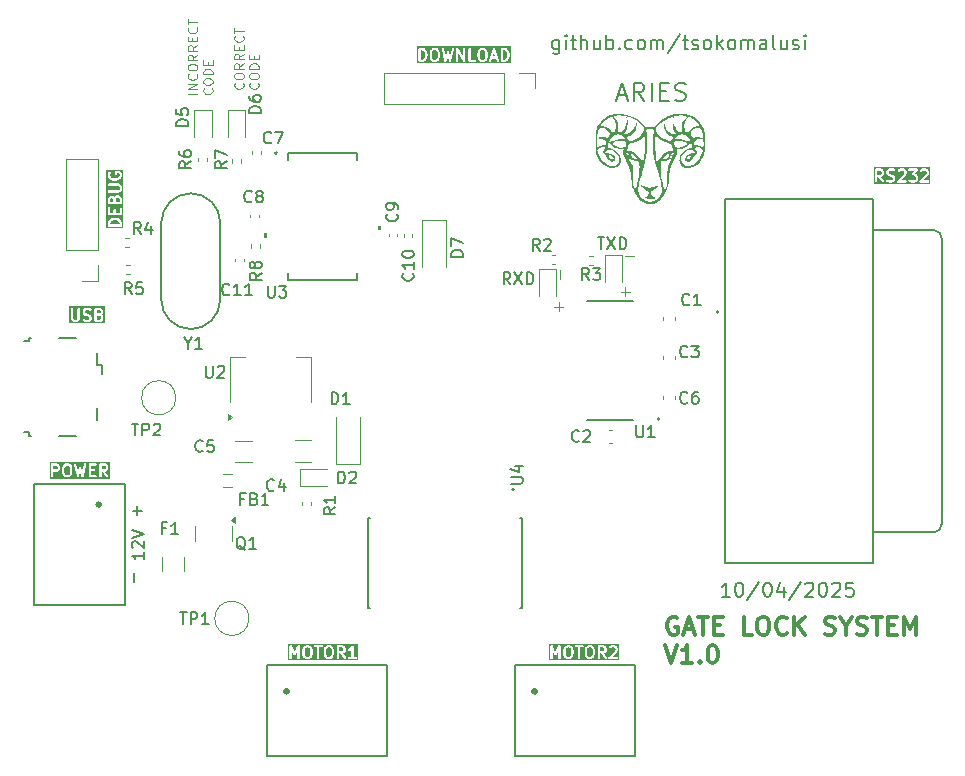
<source format=gbr>
%TF.GenerationSoftware,KiCad,Pcbnew,9.0.0*%
%TF.CreationDate,2025-05-02T19:21:32+02:00*%
%TF.ProjectId,PIC_GATE_LOCK_SYSTEM,5049435f-4741-4544-955f-4c4f434b5f53,rev?*%
%TF.SameCoordinates,Original*%
%TF.FileFunction,Legend,Top*%
%TF.FilePolarity,Positive*%
%FSLAX46Y46*%
G04 Gerber Fmt 4.6, Leading zero omitted, Abs format (unit mm)*
G04 Created by KiCad (PCBNEW 9.0.0) date 2025-05-02 19:21:32*
%MOMM*%
%LPD*%
G01*
G04 APERTURE LIST*
%ADD10C,0.100000*%
%ADD11C,0.200000*%
%ADD12C,0.300000*%
%ADD13C,0.080000*%
%ADD14C,0.150000*%
%ADD15C,0.127000*%
%ADD16C,0.120000*%
%ADD17C,0.000000*%
%ADD18C,0.400000*%
%ADD19C,0.152400*%
G04 APERTURE END LIST*
D10*
X113398940Y-77253734D02*
X112598940Y-77253734D01*
X113398940Y-76872782D02*
X112598940Y-76872782D01*
X112598940Y-76872782D02*
X113398940Y-76415639D01*
X113398940Y-76415639D02*
X112598940Y-76415639D01*
X113322749Y-75577544D02*
X113360845Y-75615640D01*
X113360845Y-75615640D02*
X113398940Y-75729925D01*
X113398940Y-75729925D02*
X113398940Y-75806116D01*
X113398940Y-75806116D02*
X113360845Y-75920402D01*
X113360845Y-75920402D02*
X113284654Y-75996592D01*
X113284654Y-75996592D02*
X113208464Y-76034687D01*
X113208464Y-76034687D02*
X113056083Y-76072783D01*
X113056083Y-76072783D02*
X112941797Y-76072783D01*
X112941797Y-76072783D02*
X112789416Y-76034687D01*
X112789416Y-76034687D02*
X112713225Y-75996592D01*
X112713225Y-75996592D02*
X112637035Y-75920402D01*
X112637035Y-75920402D02*
X112598940Y-75806116D01*
X112598940Y-75806116D02*
X112598940Y-75729925D01*
X112598940Y-75729925D02*
X112637035Y-75615640D01*
X112637035Y-75615640D02*
X112675130Y-75577544D01*
X112598940Y-75082306D02*
X112598940Y-74929925D01*
X112598940Y-74929925D02*
X112637035Y-74853735D01*
X112637035Y-74853735D02*
X112713225Y-74777544D01*
X112713225Y-74777544D02*
X112865606Y-74739449D01*
X112865606Y-74739449D02*
X113132273Y-74739449D01*
X113132273Y-74739449D02*
X113284654Y-74777544D01*
X113284654Y-74777544D02*
X113360845Y-74853735D01*
X113360845Y-74853735D02*
X113398940Y-74929925D01*
X113398940Y-74929925D02*
X113398940Y-75082306D01*
X113398940Y-75082306D02*
X113360845Y-75158497D01*
X113360845Y-75158497D02*
X113284654Y-75234687D01*
X113284654Y-75234687D02*
X113132273Y-75272783D01*
X113132273Y-75272783D02*
X112865606Y-75272783D01*
X112865606Y-75272783D02*
X112713225Y-75234687D01*
X112713225Y-75234687D02*
X112637035Y-75158497D01*
X112637035Y-75158497D02*
X112598940Y-75082306D01*
X113398940Y-73939449D02*
X113017987Y-74206116D01*
X113398940Y-74396592D02*
X112598940Y-74396592D01*
X112598940Y-74396592D02*
X112598940Y-74091830D01*
X112598940Y-74091830D02*
X112637035Y-74015640D01*
X112637035Y-74015640D02*
X112675130Y-73977545D01*
X112675130Y-73977545D02*
X112751321Y-73939449D01*
X112751321Y-73939449D02*
X112865606Y-73939449D01*
X112865606Y-73939449D02*
X112941797Y-73977545D01*
X112941797Y-73977545D02*
X112979892Y-74015640D01*
X112979892Y-74015640D02*
X113017987Y-74091830D01*
X113017987Y-74091830D02*
X113017987Y-74396592D01*
X113398940Y-73139449D02*
X113017987Y-73406116D01*
X113398940Y-73596592D02*
X112598940Y-73596592D01*
X112598940Y-73596592D02*
X112598940Y-73291830D01*
X112598940Y-73291830D02*
X112637035Y-73215640D01*
X112637035Y-73215640D02*
X112675130Y-73177545D01*
X112675130Y-73177545D02*
X112751321Y-73139449D01*
X112751321Y-73139449D02*
X112865606Y-73139449D01*
X112865606Y-73139449D02*
X112941797Y-73177545D01*
X112941797Y-73177545D02*
X112979892Y-73215640D01*
X112979892Y-73215640D02*
X113017987Y-73291830D01*
X113017987Y-73291830D02*
X113017987Y-73596592D01*
X112979892Y-72796592D02*
X112979892Y-72529926D01*
X113398940Y-72415640D02*
X113398940Y-72796592D01*
X113398940Y-72796592D02*
X112598940Y-72796592D01*
X112598940Y-72796592D02*
X112598940Y-72415640D01*
X113322749Y-71615639D02*
X113360845Y-71653735D01*
X113360845Y-71653735D02*
X113398940Y-71768020D01*
X113398940Y-71768020D02*
X113398940Y-71844211D01*
X113398940Y-71844211D02*
X113360845Y-71958497D01*
X113360845Y-71958497D02*
X113284654Y-72034687D01*
X113284654Y-72034687D02*
X113208464Y-72072782D01*
X113208464Y-72072782D02*
X113056083Y-72110878D01*
X113056083Y-72110878D02*
X112941797Y-72110878D01*
X112941797Y-72110878D02*
X112789416Y-72072782D01*
X112789416Y-72072782D02*
X112713225Y-72034687D01*
X112713225Y-72034687D02*
X112637035Y-71958497D01*
X112637035Y-71958497D02*
X112598940Y-71844211D01*
X112598940Y-71844211D02*
X112598940Y-71768020D01*
X112598940Y-71768020D02*
X112637035Y-71653735D01*
X112637035Y-71653735D02*
X112675130Y-71615639D01*
X112598940Y-71387068D02*
X112598940Y-70929925D01*
X113398940Y-71158497D02*
X112598940Y-71158497D01*
X114610704Y-76796591D02*
X114648800Y-76834687D01*
X114648800Y-76834687D02*
X114686895Y-76948972D01*
X114686895Y-76948972D02*
X114686895Y-77025163D01*
X114686895Y-77025163D02*
X114648800Y-77139449D01*
X114648800Y-77139449D02*
X114572609Y-77215639D01*
X114572609Y-77215639D02*
X114496419Y-77253734D01*
X114496419Y-77253734D02*
X114344038Y-77291830D01*
X114344038Y-77291830D02*
X114229752Y-77291830D01*
X114229752Y-77291830D02*
X114077371Y-77253734D01*
X114077371Y-77253734D02*
X114001180Y-77215639D01*
X114001180Y-77215639D02*
X113924990Y-77139449D01*
X113924990Y-77139449D02*
X113886895Y-77025163D01*
X113886895Y-77025163D02*
X113886895Y-76948972D01*
X113886895Y-76948972D02*
X113924990Y-76834687D01*
X113924990Y-76834687D02*
X113963085Y-76796591D01*
X113886895Y-76301353D02*
X113886895Y-76148972D01*
X113886895Y-76148972D02*
X113924990Y-76072782D01*
X113924990Y-76072782D02*
X114001180Y-75996591D01*
X114001180Y-75996591D02*
X114153561Y-75958496D01*
X114153561Y-75958496D02*
X114420228Y-75958496D01*
X114420228Y-75958496D02*
X114572609Y-75996591D01*
X114572609Y-75996591D02*
X114648800Y-76072782D01*
X114648800Y-76072782D02*
X114686895Y-76148972D01*
X114686895Y-76148972D02*
X114686895Y-76301353D01*
X114686895Y-76301353D02*
X114648800Y-76377544D01*
X114648800Y-76377544D02*
X114572609Y-76453734D01*
X114572609Y-76453734D02*
X114420228Y-76491830D01*
X114420228Y-76491830D02*
X114153561Y-76491830D01*
X114153561Y-76491830D02*
X114001180Y-76453734D01*
X114001180Y-76453734D02*
X113924990Y-76377544D01*
X113924990Y-76377544D02*
X113886895Y-76301353D01*
X114686895Y-75615639D02*
X113886895Y-75615639D01*
X113886895Y-75615639D02*
X113886895Y-75425163D01*
X113886895Y-75425163D02*
X113924990Y-75310877D01*
X113924990Y-75310877D02*
X114001180Y-75234687D01*
X114001180Y-75234687D02*
X114077371Y-75196592D01*
X114077371Y-75196592D02*
X114229752Y-75158496D01*
X114229752Y-75158496D02*
X114344038Y-75158496D01*
X114344038Y-75158496D02*
X114496419Y-75196592D01*
X114496419Y-75196592D02*
X114572609Y-75234687D01*
X114572609Y-75234687D02*
X114648800Y-75310877D01*
X114648800Y-75310877D02*
X114686895Y-75425163D01*
X114686895Y-75425163D02*
X114686895Y-75615639D01*
X114267847Y-74815639D02*
X114267847Y-74548973D01*
X114686895Y-74434687D02*
X114686895Y-74815639D01*
X114686895Y-74815639D02*
X113886895Y-74815639D01*
X113886895Y-74815639D02*
X113886895Y-74434687D01*
X117232749Y-76316591D02*
X117270845Y-76354687D01*
X117270845Y-76354687D02*
X117308940Y-76468972D01*
X117308940Y-76468972D02*
X117308940Y-76545163D01*
X117308940Y-76545163D02*
X117270845Y-76659449D01*
X117270845Y-76659449D02*
X117194654Y-76735639D01*
X117194654Y-76735639D02*
X117118464Y-76773734D01*
X117118464Y-76773734D02*
X116966083Y-76811830D01*
X116966083Y-76811830D02*
X116851797Y-76811830D01*
X116851797Y-76811830D02*
X116699416Y-76773734D01*
X116699416Y-76773734D02*
X116623225Y-76735639D01*
X116623225Y-76735639D02*
X116547035Y-76659449D01*
X116547035Y-76659449D02*
X116508940Y-76545163D01*
X116508940Y-76545163D02*
X116508940Y-76468972D01*
X116508940Y-76468972D02*
X116547035Y-76354687D01*
X116547035Y-76354687D02*
X116585130Y-76316591D01*
X116508940Y-75821353D02*
X116508940Y-75668972D01*
X116508940Y-75668972D02*
X116547035Y-75592782D01*
X116547035Y-75592782D02*
X116623225Y-75516591D01*
X116623225Y-75516591D02*
X116775606Y-75478496D01*
X116775606Y-75478496D02*
X117042273Y-75478496D01*
X117042273Y-75478496D02*
X117194654Y-75516591D01*
X117194654Y-75516591D02*
X117270845Y-75592782D01*
X117270845Y-75592782D02*
X117308940Y-75668972D01*
X117308940Y-75668972D02*
X117308940Y-75821353D01*
X117308940Y-75821353D02*
X117270845Y-75897544D01*
X117270845Y-75897544D02*
X117194654Y-75973734D01*
X117194654Y-75973734D02*
X117042273Y-76011830D01*
X117042273Y-76011830D02*
X116775606Y-76011830D01*
X116775606Y-76011830D02*
X116623225Y-75973734D01*
X116623225Y-75973734D02*
X116547035Y-75897544D01*
X116547035Y-75897544D02*
X116508940Y-75821353D01*
X117308940Y-74678496D02*
X116927987Y-74945163D01*
X117308940Y-75135639D02*
X116508940Y-75135639D01*
X116508940Y-75135639D02*
X116508940Y-74830877D01*
X116508940Y-74830877D02*
X116547035Y-74754687D01*
X116547035Y-74754687D02*
X116585130Y-74716592D01*
X116585130Y-74716592D02*
X116661321Y-74678496D01*
X116661321Y-74678496D02*
X116775606Y-74678496D01*
X116775606Y-74678496D02*
X116851797Y-74716592D01*
X116851797Y-74716592D02*
X116889892Y-74754687D01*
X116889892Y-74754687D02*
X116927987Y-74830877D01*
X116927987Y-74830877D02*
X116927987Y-75135639D01*
X117308940Y-73878496D02*
X116927987Y-74145163D01*
X117308940Y-74335639D02*
X116508940Y-74335639D01*
X116508940Y-74335639D02*
X116508940Y-74030877D01*
X116508940Y-74030877D02*
X116547035Y-73954687D01*
X116547035Y-73954687D02*
X116585130Y-73916592D01*
X116585130Y-73916592D02*
X116661321Y-73878496D01*
X116661321Y-73878496D02*
X116775606Y-73878496D01*
X116775606Y-73878496D02*
X116851797Y-73916592D01*
X116851797Y-73916592D02*
X116889892Y-73954687D01*
X116889892Y-73954687D02*
X116927987Y-74030877D01*
X116927987Y-74030877D02*
X116927987Y-74335639D01*
X116889892Y-73535639D02*
X116889892Y-73268973D01*
X117308940Y-73154687D02*
X117308940Y-73535639D01*
X117308940Y-73535639D02*
X116508940Y-73535639D01*
X116508940Y-73535639D02*
X116508940Y-73154687D01*
X117232749Y-72354686D02*
X117270845Y-72392782D01*
X117270845Y-72392782D02*
X117308940Y-72507067D01*
X117308940Y-72507067D02*
X117308940Y-72583258D01*
X117308940Y-72583258D02*
X117270845Y-72697544D01*
X117270845Y-72697544D02*
X117194654Y-72773734D01*
X117194654Y-72773734D02*
X117118464Y-72811829D01*
X117118464Y-72811829D02*
X116966083Y-72849925D01*
X116966083Y-72849925D02*
X116851797Y-72849925D01*
X116851797Y-72849925D02*
X116699416Y-72811829D01*
X116699416Y-72811829D02*
X116623225Y-72773734D01*
X116623225Y-72773734D02*
X116547035Y-72697544D01*
X116547035Y-72697544D02*
X116508940Y-72583258D01*
X116508940Y-72583258D02*
X116508940Y-72507067D01*
X116508940Y-72507067D02*
X116547035Y-72392782D01*
X116547035Y-72392782D02*
X116585130Y-72354686D01*
X116508940Y-72126115D02*
X116508940Y-71668972D01*
X117308940Y-71897544D02*
X116508940Y-71897544D01*
X118520704Y-76316591D02*
X118558800Y-76354687D01*
X118558800Y-76354687D02*
X118596895Y-76468972D01*
X118596895Y-76468972D02*
X118596895Y-76545163D01*
X118596895Y-76545163D02*
X118558800Y-76659449D01*
X118558800Y-76659449D02*
X118482609Y-76735639D01*
X118482609Y-76735639D02*
X118406419Y-76773734D01*
X118406419Y-76773734D02*
X118254038Y-76811830D01*
X118254038Y-76811830D02*
X118139752Y-76811830D01*
X118139752Y-76811830D02*
X117987371Y-76773734D01*
X117987371Y-76773734D02*
X117911180Y-76735639D01*
X117911180Y-76735639D02*
X117834990Y-76659449D01*
X117834990Y-76659449D02*
X117796895Y-76545163D01*
X117796895Y-76545163D02*
X117796895Y-76468972D01*
X117796895Y-76468972D02*
X117834990Y-76354687D01*
X117834990Y-76354687D02*
X117873085Y-76316591D01*
X117796895Y-75821353D02*
X117796895Y-75668972D01*
X117796895Y-75668972D02*
X117834990Y-75592782D01*
X117834990Y-75592782D02*
X117911180Y-75516591D01*
X117911180Y-75516591D02*
X118063561Y-75478496D01*
X118063561Y-75478496D02*
X118330228Y-75478496D01*
X118330228Y-75478496D02*
X118482609Y-75516591D01*
X118482609Y-75516591D02*
X118558800Y-75592782D01*
X118558800Y-75592782D02*
X118596895Y-75668972D01*
X118596895Y-75668972D02*
X118596895Y-75821353D01*
X118596895Y-75821353D02*
X118558800Y-75897544D01*
X118558800Y-75897544D02*
X118482609Y-75973734D01*
X118482609Y-75973734D02*
X118330228Y-76011830D01*
X118330228Y-76011830D02*
X118063561Y-76011830D01*
X118063561Y-76011830D02*
X117911180Y-75973734D01*
X117911180Y-75973734D02*
X117834990Y-75897544D01*
X117834990Y-75897544D02*
X117796895Y-75821353D01*
X118596895Y-75135639D02*
X117796895Y-75135639D01*
X117796895Y-75135639D02*
X117796895Y-74945163D01*
X117796895Y-74945163D02*
X117834990Y-74830877D01*
X117834990Y-74830877D02*
X117911180Y-74754687D01*
X117911180Y-74754687D02*
X117987371Y-74716592D01*
X117987371Y-74716592D02*
X118139752Y-74678496D01*
X118139752Y-74678496D02*
X118254038Y-74678496D01*
X118254038Y-74678496D02*
X118406419Y-74716592D01*
X118406419Y-74716592D02*
X118482609Y-74754687D01*
X118482609Y-74754687D02*
X118558800Y-74830877D01*
X118558800Y-74830877D02*
X118596895Y-74945163D01*
X118596895Y-74945163D02*
X118596895Y-75135639D01*
X118177847Y-74335639D02*
X118177847Y-74068973D01*
X118596895Y-73954687D02*
X118596895Y-74335639D01*
X118596895Y-74335639D02*
X117796895Y-74335639D01*
X117796895Y-74335639D02*
X117796895Y-73954687D01*
D11*
X144031578Y-72682742D02*
X144031578Y-73654171D01*
X144031578Y-73654171D02*
X143974435Y-73768457D01*
X143974435Y-73768457D02*
X143917292Y-73825600D01*
X143917292Y-73825600D02*
X143803006Y-73882742D01*
X143803006Y-73882742D02*
X143631578Y-73882742D01*
X143631578Y-73882742D02*
X143517292Y-73825600D01*
X144031578Y-73425600D02*
X143917292Y-73482742D01*
X143917292Y-73482742D02*
X143688720Y-73482742D01*
X143688720Y-73482742D02*
X143574435Y-73425600D01*
X143574435Y-73425600D02*
X143517292Y-73368457D01*
X143517292Y-73368457D02*
X143460149Y-73254171D01*
X143460149Y-73254171D02*
X143460149Y-72911314D01*
X143460149Y-72911314D02*
X143517292Y-72797028D01*
X143517292Y-72797028D02*
X143574435Y-72739885D01*
X143574435Y-72739885D02*
X143688720Y-72682742D01*
X143688720Y-72682742D02*
X143917292Y-72682742D01*
X143917292Y-72682742D02*
X144031578Y-72739885D01*
X144603006Y-73482742D02*
X144603006Y-72682742D01*
X144603006Y-72282742D02*
X144545863Y-72339885D01*
X144545863Y-72339885D02*
X144603006Y-72397028D01*
X144603006Y-72397028D02*
X144660149Y-72339885D01*
X144660149Y-72339885D02*
X144603006Y-72282742D01*
X144603006Y-72282742D02*
X144603006Y-72397028D01*
X145003006Y-72682742D02*
X145460149Y-72682742D01*
X145174435Y-72282742D02*
X145174435Y-73311314D01*
X145174435Y-73311314D02*
X145231578Y-73425600D01*
X145231578Y-73425600D02*
X145345863Y-73482742D01*
X145345863Y-73482742D02*
X145460149Y-73482742D01*
X145860149Y-73482742D02*
X145860149Y-72282742D01*
X146374435Y-73482742D02*
X146374435Y-72854171D01*
X146374435Y-72854171D02*
X146317292Y-72739885D01*
X146317292Y-72739885D02*
X146203006Y-72682742D01*
X146203006Y-72682742D02*
X146031577Y-72682742D01*
X146031577Y-72682742D02*
X145917292Y-72739885D01*
X145917292Y-72739885D02*
X145860149Y-72797028D01*
X147460149Y-72682742D02*
X147460149Y-73482742D01*
X146945863Y-72682742D02*
X146945863Y-73311314D01*
X146945863Y-73311314D02*
X147003006Y-73425600D01*
X147003006Y-73425600D02*
X147117291Y-73482742D01*
X147117291Y-73482742D02*
X147288720Y-73482742D01*
X147288720Y-73482742D02*
X147403006Y-73425600D01*
X147403006Y-73425600D02*
X147460149Y-73368457D01*
X148031577Y-73482742D02*
X148031577Y-72282742D01*
X148031577Y-72739885D02*
X148145863Y-72682742D01*
X148145863Y-72682742D02*
X148374434Y-72682742D01*
X148374434Y-72682742D02*
X148488720Y-72739885D01*
X148488720Y-72739885D02*
X148545863Y-72797028D01*
X148545863Y-72797028D02*
X148603005Y-72911314D01*
X148603005Y-72911314D02*
X148603005Y-73254171D01*
X148603005Y-73254171D02*
X148545863Y-73368457D01*
X148545863Y-73368457D02*
X148488720Y-73425600D01*
X148488720Y-73425600D02*
X148374434Y-73482742D01*
X148374434Y-73482742D02*
X148145863Y-73482742D01*
X148145863Y-73482742D02*
X148031577Y-73425600D01*
X149117291Y-73368457D02*
X149174434Y-73425600D01*
X149174434Y-73425600D02*
X149117291Y-73482742D01*
X149117291Y-73482742D02*
X149060148Y-73425600D01*
X149060148Y-73425600D02*
X149117291Y-73368457D01*
X149117291Y-73368457D02*
X149117291Y-73482742D01*
X150203006Y-73425600D02*
X150088720Y-73482742D01*
X150088720Y-73482742D02*
X149860148Y-73482742D01*
X149860148Y-73482742D02*
X149745863Y-73425600D01*
X149745863Y-73425600D02*
X149688720Y-73368457D01*
X149688720Y-73368457D02*
X149631577Y-73254171D01*
X149631577Y-73254171D02*
X149631577Y-72911314D01*
X149631577Y-72911314D02*
X149688720Y-72797028D01*
X149688720Y-72797028D02*
X149745863Y-72739885D01*
X149745863Y-72739885D02*
X149860148Y-72682742D01*
X149860148Y-72682742D02*
X150088720Y-72682742D01*
X150088720Y-72682742D02*
X150203006Y-72739885D01*
X150888719Y-73482742D02*
X150774434Y-73425600D01*
X150774434Y-73425600D02*
X150717291Y-73368457D01*
X150717291Y-73368457D02*
X150660148Y-73254171D01*
X150660148Y-73254171D02*
X150660148Y-72911314D01*
X150660148Y-72911314D02*
X150717291Y-72797028D01*
X150717291Y-72797028D02*
X150774434Y-72739885D01*
X150774434Y-72739885D02*
X150888719Y-72682742D01*
X150888719Y-72682742D02*
X151060148Y-72682742D01*
X151060148Y-72682742D02*
X151174434Y-72739885D01*
X151174434Y-72739885D02*
X151231577Y-72797028D01*
X151231577Y-72797028D02*
X151288719Y-72911314D01*
X151288719Y-72911314D02*
X151288719Y-73254171D01*
X151288719Y-73254171D02*
X151231577Y-73368457D01*
X151231577Y-73368457D02*
X151174434Y-73425600D01*
X151174434Y-73425600D02*
X151060148Y-73482742D01*
X151060148Y-73482742D02*
X150888719Y-73482742D01*
X151803005Y-73482742D02*
X151803005Y-72682742D01*
X151803005Y-72797028D02*
X151860148Y-72739885D01*
X151860148Y-72739885D02*
X151974433Y-72682742D01*
X151974433Y-72682742D02*
X152145862Y-72682742D01*
X152145862Y-72682742D02*
X152260148Y-72739885D01*
X152260148Y-72739885D02*
X152317291Y-72854171D01*
X152317291Y-72854171D02*
X152317291Y-73482742D01*
X152317291Y-72854171D02*
X152374433Y-72739885D01*
X152374433Y-72739885D02*
X152488719Y-72682742D01*
X152488719Y-72682742D02*
X152660148Y-72682742D01*
X152660148Y-72682742D02*
X152774433Y-72739885D01*
X152774433Y-72739885D02*
X152831576Y-72854171D01*
X152831576Y-72854171D02*
X152831576Y-73482742D01*
X154260148Y-72225600D02*
X153231576Y-73768457D01*
X154488719Y-72682742D02*
X154945862Y-72682742D01*
X154660148Y-72282742D02*
X154660148Y-73311314D01*
X154660148Y-73311314D02*
X154717291Y-73425600D01*
X154717291Y-73425600D02*
X154831576Y-73482742D01*
X154831576Y-73482742D02*
X154945862Y-73482742D01*
X155288719Y-73425600D02*
X155403005Y-73482742D01*
X155403005Y-73482742D02*
X155631576Y-73482742D01*
X155631576Y-73482742D02*
X155745862Y-73425600D01*
X155745862Y-73425600D02*
X155803005Y-73311314D01*
X155803005Y-73311314D02*
X155803005Y-73254171D01*
X155803005Y-73254171D02*
X155745862Y-73139885D01*
X155745862Y-73139885D02*
X155631576Y-73082742D01*
X155631576Y-73082742D02*
X155460148Y-73082742D01*
X155460148Y-73082742D02*
X155345862Y-73025600D01*
X155345862Y-73025600D02*
X155288719Y-72911314D01*
X155288719Y-72911314D02*
X155288719Y-72854171D01*
X155288719Y-72854171D02*
X155345862Y-72739885D01*
X155345862Y-72739885D02*
X155460148Y-72682742D01*
X155460148Y-72682742D02*
X155631576Y-72682742D01*
X155631576Y-72682742D02*
X155745862Y-72739885D01*
X156488719Y-73482742D02*
X156374434Y-73425600D01*
X156374434Y-73425600D02*
X156317291Y-73368457D01*
X156317291Y-73368457D02*
X156260148Y-73254171D01*
X156260148Y-73254171D02*
X156260148Y-72911314D01*
X156260148Y-72911314D02*
X156317291Y-72797028D01*
X156317291Y-72797028D02*
X156374434Y-72739885D01*
X156374434Y-72739885D02*
X156488719Y-72682742D01*
X156488719Y-72682742D02*
X156660148Y-72682742D01*
X156660148Y-72682742D02*
X156774434Y-72739885D01*
X156774434Y-72739885D02*
X156831577Y-72797028D01*
X156831577Y-72797028D02*
X156888719Y-72911314D01*
X156888719Y-72911314D02*
X156888719Y-73254171D01*
X156888719Y-73254171D02*
X156831577Y-73368457D01*
X156831577Y-73368457D02*
X156774434Y-73425600D01*
X156774434Y-73425600D02*
X156660148Y-73482742D01*
X156660148Y-73482742D02*
X156488719Y-73482742D01*
X157403005Y-73482742D02*
X157403005Y-72282742D01*
X157517291Y-73025600D02*
X157860148Y-73482742D01*
X157860148Y-72682742D02*
X157403005Y-73139885D01*
X158545862Y-73482742D02*
X158431577Y-73425600D01*
X158431577Y-73425600D02*
X158374434Y-73368457D01*
X158374434Y-73368457D02*
X158317291Y-73254171D01*
X158317291Y-73254171D02*
X158317291Y-72911314D01*
X158317291Y-72911314D02*
X158374434Y-72797028D01*
X158374434Y-72797028D02*
X158431577Y-72739885D01*
X158431577Y-72739885D02*
X158545862Y-72682742D01*
X158545862Y-72682742D02*
X158717291Y-72682742D01*
X158717291Y-72682742D02*
X158831577Y-72739885D01*
X158831577Y-72739885D02*
X158888720Y-72797028D01*
X158888720Y-72797028D02*
X158945862Y-72911314D01*
X158945862Y-72911314D02*
X158945862Y-73254171D01*
X158945862Y-73254171D02*
X158888720Y-73368457D01*
X158888720Y-73368457D02*
X158831577Y-73425600D01*
X158831577Y-73425600D02*
X158717291Y-73482742D01*
X158717291Y-73482742D02*
X158545862Y-73482742D01*
X159460148Y-73482742D02*
X159460148Y-72682742D01*
X159460148Y-72797028D02*
X159517291Y-72739885D01*
X159517291Y-72739885D02*
X159631576Y-72682742D01*
X159631576Y-72682742D02*
X159803005Y-72682742D01*
X159803005Y-72682742D02*
X159917291Y-72739885D01*
X159917291Y-72739885D02*
X159974434Y-72854171D01*
X159974434Y-72854171D02*
X159974434Y-73482742D01*
X159974434Y-72854171D02*
X160031576Y-72739885D01*
X160031576Y-72739885D02*
X160145862Y-72682742D01*
X160145862Y-72682742D02*
X160317291Y-72682742D01*
X160317291Y-72682742D02*
X160431576Y-72739885D01*
X160431576Y-72739885D02*
X160488719Y-72854171D01*
X160488719Y-72854171D02*
X160488719Y-73482742D01*
X161574434Y-73482742D02*
X161574434Y-72854171D01*
X161574434Y-72854171D02*
X161517291Y-72739885D01*
X161517291Y-72739885D02*
X161403005Y-72682742D01*
X161403005Y-72682742D02*
X161174434Y-72682742D01*
X161174434Y-72682742D02*
X161060148Y-72739885D01*
X161574434Y-73425600D02*
X161460148Y-73482742D01*
X161460148Y-73482742D02*
X161174434Y-73482742D01*
X161174434Y-73482742D02*
X161060148Y-73425600D01*
X161060148Y-73425600D02*
X161003005Y-73311314D01*
X161003005Y-73311314D02*
X161003005Y-73197028D01*
X161003005Y-73197028D02*
X161060148Y-73082742D01*
X161060148Y-73082742D02*
X161174434Y-73025600D01*
X161174434Y-73025600D02*
X161460148Y-73025600D01*
X161460148Y-73025600D02*
X161574434Y-72968457D01*
X162317290Y-73482742D02*
X162203005Y-73425600D01*
X162203005Y-73425600D02*
X162145862Y-73311314D01*
X162145862Y-73311314D02*
X162145862Y-72282742D01*
X163288719Y-72682742D02*
X163288719Y-73482742D01*
X162774433Y-72682742D02*
X162774433Y-73311314D01*
X162774433Y-73311314D02*
X162831576Y-73425600D01*
X162831576Y-73425600D02*
X162945861Y-73482742D01*
X162945861Y-73482742D02*
X163117290Y-73482742D01*
X163117290Y-73482742D02*
X163231576Y-73425600D01*
X163231576Y-73425600D02*
X163288719Y-73368457D01*
X163803004Y-73425600D02*
X163917290Y-73482742D01*
X163917290Y-73482742D02*
X164145861Y-73482742D01*
X164145861Y-73482742D02*
X164260147Y-73425600D01*
X164260147Y-73425600D02*
X164317290Y-73311314D01*
X164317290Y-73311314D02*
X164317290Y-73254171D01*
X164317290Y-73254171D02*
X164260147Y-73139885D01*
X164260147Y-73139885D02*
X164145861Y-73082742D01*
X164145861Y-73082742D02*
X163974433Y-73082742D01*
X163974433Y-73082742D02*
X163860147Y-73025600D01*
X163860147Y-73025600D02*
X163803004Y-72911314D01*
X163803004Y-72911314D02*
X163803004Y-72854171D01*
X163803004Y-72854171D02*
X163860147Y-72739885D01*
X163860147Y-72739885D02*
X163974433Y-72682742D01*
X163974433Y-72682742D02*
X164145861Y-72682742D01*
X164145861Y-72682742D02*
X164260147Y-72739885D01*
X164831576Y-73482742D02*
X164831576Y-72682742D01*
X164831576Y-72282742D02*
X164774433Y-72339885D01*
X164774433Y-72339885D02*
X164831576Y-72397028D01*
X164831576Y-72397028D02*
X164888719Y-72339885D01*
X164888719Y-72339885D02*
X164831576Y-72282742D01*
X164831576Y-72282742D02*
X164831576Y-72397028D01*
G36*
X105191844Y-96078430D02*
G01*
X105211296Y-96097882D01*
X105241101Y-96157492D01*
X105241101Y-96253135D01*
X105211296Y-96312743D01*
X105186627Y-96337413D01*
X105127018Y-96367219D01*
X104869673Y-96367219D01*
X104869673Y-96043409D01*
X105086779Y-96043409D01*
X105191844Y-96078430D01*
G37*
G36*
X105139008Y-95597024D02*
G01*
X105163677Y-95621692D01*
X105193482Y-95681302D01*
X105193482Y-95729326D01*
X105163677Y-95788935D01*
X105139008Y-95813603D01*
X105079399Y-95843409D01*
X104869673Y-95843409D01*
X104869673Y-95567219D01*
X105079399Y-95567219D01*
X105139008Y-95597024D01*
G37*
G36*
X105552212Y-96678330D02*
G01*
X102558562Y-96678330D01*
X102558562Y-95467219D01*
X102669673Y-95467219D01*
X102669673Y-96276742D01*
X102671594Y-96296251D01*
X102672969Y-96299571D01*
X102673224Y-96303155D01*
X102680230Y-96321463D01*
X102727849Y-96416701D01*
X102733132Y-96425093D01*
X102734144Y-96427537D01*
X102736400Y-96430286D01*
X102738292Y-96433291D01*
X102740286Y-96435020D01*
X102746581Y-96442690D01*
X102794199Y-96490310D01*
X102801867Y-96496603D01*
X102803599Y-96498600D01*
X102806607Y-96500493D01*
X102809353Y-96502747D01*
X102811793Y-96503757D01*
X102820190Y-96509043D01*
X102915427Y-96556662D01*
X102933736Y-96563668D01*
X102937319Y-96563922D01*
X102940640Y-96565298D01*
X102960149Y-96567219D01*
X103150625Y-96567219D01*
X103170134Y-96565298D01*
X103173454Y-96563922D01*
X103177038Y-96563668D01*
X103195346Y-96556662D01*
X103290584Y-96509043D01*
X103298979Y-96503758D01*
X103301421Y-96502747D01*
X103304168Y-96500491D01*
X103307174Y-96498600D01*
X103308904Y-96496605D01*
X103316574Y-96490310D01*
X103364193Y-96442690D01*
X103370485Y-96435023D01*
X103372482Y-96433292D01*
X103374375Y-96430284D01*
X103376630Y-96427537D01*
X103377641Y-96425095D01*
X103382925Y-96416701D01*
X103430544Y-96321464D01*
X103437550Y-96303155D01*
X103437804Y-96299571D01*
X103439180Y-96296251D01*
X103441101Y-96276742D01*
X103441101Y-95657695D01*
X103669673Y-95657695D01*
X103669673Y-95752933D01*
X103671594Y-95772442D01*
X103672969Y-95775762D01*
X103673224Y-95779346D01*
X103680230Y-95797654D01*
X103727849Y-95892892D01*
X103733134Y-95901288D01*
X103734145Y-95903728D01*
X103736398Y-95906474D01*
X103738292Y-95909482D01*
X103740286Y-95911211D01*
X103746581Y-95918882D01*
X103794200Y-95966500D01*
X103801866Y-95972792D01*
X103803599Y-95974790D01*
X103806607Y-95976683D01*
X103809353Y-95978937D01*
X103811793Y-95979947D01*
X103820190Y-95985233D01*
X103915427Y-96032852D01*
X103916855Y-96033398D01*
X103917435Y-96033828D01*
X103925611Y-96036749D01*
X103933736Y-96039858D01*
X103934456Y-96039909D01*
X103935895Y-96040423D01*
X104115720Y-96085379D01*
X104186627Y-96120833D01*
X104211296Y-96145501D01*
X104241101Y-96205111D01*
X104241101Y-96253135D01*
X104211296Y-96312743D01*
X104186627Y-96337413D01*
X104127018Y-96367219D01*
X103928756Y-96367219D01*
X103801296Y-96324732D01*
X103782180Y-96320385D01*
X103743260Y-96323151D01*
X103708361Y-96340601D01*
X103682796Y-96370077D01*
X103670458Y-96407093D01*
X103673224Y-96446013D01*
X103690674Y-96480912D01*
X103720150Y-96506477D01*
X103738050Y-96514468D01*
X103880907Y-96562087D01*
X103890579Y-96564286D01*
X103893021Y-96565298D01*
X103896558Y-96565646D01*
X103900022Y-96566434D01*
X103902656Y-96566246D01*
X103912530Y-96567219D01*
X104150625Y-96567219D01*
X104170134Y-96565298D01*
X104173454Y-96563922D01*
X104177038Y-96563668D01*
X104195346Y-96556662D01*
X104290584Y-96509043D01*
X104298979Y-96503758D01*
X104301421Y-96502747D01*
X104304168Y-96500491D01*
X104307174Y-96498600D01*
X104308904Y-96496605D01*
X104316574Y-96490310D01*
X104364193Y-96442690D01*
X104370485Y-96435023D01*
X104372482Y-96433292D01*
X104374375Y-96430284D01*
X104376630Y-96427537D01*
X104377641Y-96425095D01*
X104382925Y-96416701D01*
X104430544Y-96321464D01*
X104437550Y-96303155D01*
X104437804Y-96299571D01*
X104439180Y-96296251D01*
X104441101Y-96276742D01*
X104441101Y-96181504D01*
X104439180Y-96161995D01*
X104437804Y-96158674D01*
X104437550Y-96155091D01*
X104430544Y-96136782D01*
X104382925Y-96041545D01*
X104377639Y-96033148D01*
X104376629Y-96030708D01*
X104374375Y-96027962D01*
X104372482Y-96024954D01*
X104370484Y-96023221D01*
X104364192Y-96015555D01*
X104316574Y-95967936D01*
X104308903Y-95961641D01*
X104307174Y-95959647D01*
X104304166Y-95957753D01*
X104301420Y-95955500D01*
X104298980Y-95954489D01*
X104290584Y-95949204D01*
X104195346Y-95901585D01*
X104193919Y-95901039D01*
X104193339Y-95900609D01*
X104185162Y-95897687D01*
X104177038Y-95894579D01*
X104176315Y-95894527D01*
X104174878Y-95894014D01*
X103995053Y-95849057D01*
X103924146Y-95813604D01*
X103899478Y-95788935D01*
X103869673Y-95729325D01*
X103869673Y-95681302D01*
X103899478Y-95621692D01*
X103924146Y-95597023D01*
X103983756Y-95567219D01*
X104182017Y-95567219D01*
X104309478Y-95609706D01*
X104328593Y-95614053D01*
X104367513Y-95611287D01*
X104402412Y-95593837D01*
X104427977Y-95564361D01*
X104440316Y-95527345D01*
X104437549Y-95488425D01*
X104426946Y-95467219D01*
X104669673Y-95467219D01*
X104669673Y-96467219D01*
X104671594Y-96486728D01*
X104686526Y-96522776D01*
X104714116Y-96550366D01*
X104750164Y-96565298D01*
X104769673Y-96567219D01*
X105150625Y-96567219D01*
X105170134Y-96565298D01*
X105173454Y-96563922D01*
X105177038Y-96563668D01*
X105195346Y-96556662D01*
X105290584Y-96509043D01*
X105298979Y-96503758D01*
X105301421Y-96502747D01*
X105304168Y-96500491D01*
X105307174Y-96498600D01*
X105308904Y-96496605D01*
X105316574Y-96490310D01*
X105364193Y-96442690D01*
X105370485Y-96435023D01*
X105372482Y-96433292D01*
X105374375Y-96430284D01*
X105376630Y-96427537D01*
X105377641Y-96425095D01*
X105382925Y-96416701D01*
X105430544Y-96321464D01*
X105437550Y-96303155D01*
X105437804Y-96299571D01*
X105439180Y-96296251D01*
X105441101Y-96276742D01*
X105441101Y-96133885D01*
X105439180Y-96114376D01*
X105437804Y-96111055D01*
X105437550Y-96107472D01*
X105430544Y-96089163D01*
X105382925Y-95993926D01*
X105377639Y-95985529D01*
X105376629Y-95983089D01*
X105374375Y-95980343D01*
X105372482Y-95977335D01*
X105370484Y-95975602D01*
X105364192Y-95967936D01*
X105316574Y-95920317D01*
X105315785Y-95919669D01*
X105316573Y-95918882D01*
X105322865Y-95911215D01*
X105324863Y-95909483D01*
X105326756Y-95906474D01*
X105329010Y-95903729D01*
X105330020Y-95901288D01*
X105335306Y-95892892D01*
X105382925Y-95797655D01*
X105389931Y-95779346D01*
X105390185Y-95775762D01*
X105391561Y-95772442D01*
X105393482Y-95752933D01*
X105393482Y-95657695D01*
X105391561Y-95638186D01*
X105390185Y-95634865D01*
X105389931Y-95631282D01*
X105382925Y-95612973D01*
X105335306Y-95517736D01*
X105330020Y-95509339D01*
X105329010Y-95506899D01*
X105326756Y-95504153D01*
X105324863Y-95501145D01*
X105322865Y-95499412D01*
X105316573Y-95491746D01*
X105268955Y-95444127D01*
X105261284Y-95437832D01*
X105259555Y-95435838D01*
X105256547Y-95433944D01*
X105253801Y-95431691D01*
X105251361Y-95430680D01*
X105242965Y-95425395D01*
X105147727Y-95377776D01*
X105129419Y-95370770D01*
X105125835Y-95370515D01*
X105122515Y-95369140D01*
X105103006Y-95367219D01*
X104769673Y-95367219D01*
X104750164Y-95369140D01*
X104714116Y-95384072D01*
X104686526Y-95411662D01*
X104671594Y-95447710D01*
X104669673Y-95467219D01*
X104426946Y-95467219D01*
X104420100Y-95453526D01*
X104390624Y-95427961D01*
X104372723Y-95419970D01*
X104229867Y-95372351D01*
X104220195Y-95370151D01*
X104217753Y-95369140D01*
X104214214Y-95368791D01*
X104210751Y-95368004D01*
X104208117Y-95368191D01*
X104198244Y-95367219D01*
X103960149Y-95367219D01*
X103940640Y-95369140D01*
X103937319Y-95370515D01*
X103933736Y-95370770D01*
X103915427Y-95377776D01*
X103820190Y-95425395D01*
X103811793Y-95430680D01*
X103809353Y-95431691D01*
X103806607Y-95433944D01*
X103803599Y-95435838D01*
X103801866Y-95437835D01*
X103794200Y-95444128D01*
X103746581Y-95491746D01*
X103740286Y-95499416D01*
X103738292Y-95501146D01*
X103736398Y-95504153D01*
X103734145Y-95506900D01*
X103733134Y-95509339D01*
X103727849Y-95517736D01*
X103680230Y-95612974D01*
X103673224Y-95631282D01*
X103672969Y-95634865D01*
X103671594Y-95638186D01*
X103669673Y-95657695D01*
X103441101Y-95657695D01*
X103441101Y-95467219D01*
X103439180Y-95447710D01*
X103424248Y-95411662D01*
X103396658Y-95384072D01*
X103360610Y-95369140D01*
X103321592Y-95369140D01*
X103285544Y-95384072D01*
X103257954Y-95411662D01*
X103243022Y-95447710D01*
X103241101Y-95467219D01*
X103241101Y-96253135D01*
X103211296Y-96312743D01*
X103186627Y-96337413D01*
X103127018Y-96367219D01*
X102983756Y-96367219D01*
X102924146Y-96337414D01*
X102899479Y-96312746D01*
X102869673Y-96253134D01*
X102869673Y-95467219D01*
X102867752Y-95447710D01*
X102852820Y-95411662D01*
X102825230Y-95384072D01*
X102789182Y-95369140D01*
X102750164Y-95369140D01*
X102714116Y-95384072D01*
X102686526Y-95411662D01*
X102671594Y-95447710D01*
X102669673Y-95467219D01*
X102558562Y-95467219D01*
X102558562Y-95256108D01*
X105552212Y-95256108D01*
X105552212Y-96678330D01*
G37*
D12*
X154020225Y-121607341D02*
X153877368Y-121535912D01*
X153877368Y-121535912D02*
X153663082Y-121535912D01*
X153663082Y-121535912D02*
X153448796Y-121607341D01*
X153448796Y-121607341D02*
X153305939Y-121750198D01*
X153305939Y-121750198D02*
X153234510Y-121893055D01*
X153234510Y-121893055D02*
X153163082Y-122178769D01*
X153163082Y-122178769D02*
X153163082Y-122393055D01*
X153163082Y-122393055D02*
X153234510Y-122678769D01*
X153234510Y-122678769D02*
X153305939Y-122821626D01*
X153305939Y-122821626D02*
X153448796Y-122964484D01*
X153448796Y-122964484D02*
X153663082Y-123035912D01*
X153663082Y-123035912D02*
X153805939Y-123035912D01*
X153805939Y-123035912D02*
X154020225Y-122964484D01*
X154020225Y-122964484D02*
X154091653Y-122893055D01*
X154091653Y-122893055D02*
X154091653Y-122393055D01*
X154091653Y-122393055D02*
X153805939Y-122393055D01*
X154663082Y-122607341D02*
X155377368Y-122607341D01*
X154520225Y-123035912D02*
X155020225Y-121535912D01*
X155020225Y-121535912D02*
X155520225Y-123035912D01*
X155805939Y-121535912D02*
X156663082Y-121535912D01*
X156234510Y-123035912D02*
X156234510Y-121535912D01*
X157163081Y-122250198D02*
X157663081Y-122250198D01*
X157877367Y-123035912D02*
X157163081Y-123035912D01*
X157163081Y-123035912D02*
X157163081Y-121535912D01*
X157163081Y-121535912D02*
X157877367Y-121535912D01*
X160377367Y-123035912D02*
X159663081Y-123035912D01*
X159663081Y-123035912D02*
X159663081Y-121535912D01*
X161163082Y-121535912D02*
X161448796Y-121535912D01*
X161448796Y-121535912D02*
X161591653Y-121607341D01*
X161591653Y-121607341D02*
X161734510Y-121750198D01*
X161734510Y-121750198D02*
X161805939Y-122035912D01*
X161805939Y-122035912D02*
X161805939Y-122535912D01*
X161805939Y-122535912D02*
X161734510Y-122821626D01*
X161734510Y-122821626D02*
X161591653Y-122964484D01*
X161591653Y-122964484D02*
X161448796Y-123035912D01*
X161448796Y-123035912D02*
X161163082Y-123035912D01*
X161163082Y-123035912D02*
X161020225Y-122964484D01*
X161020225Y-122964484D02*
X160877367Y-122821626D01*
X160877367Y-122821626D02*
X160805939Y-122535912D01*
X160805939Y-122535912D02*
X160805939Y-122035912D01*
X160805939Y-122035912D02*
X160877367Y-121750198D01*
X160877367Y-121750198D02*
X161020225Y-121607341D01*
X161020225Y-121607341D02*
X161163082Y-121535912D01*
X163305939Y-122893055D02*
X163234511Y-122964484D01*
X163234511Y-122964484D02*
X163020225Y-123035912D01*
X163020225Y-123035912D02*
X162877368Y-123035912D01*
X162877368Y-123035912D02*
X162663082Y-122964484D01*
X162663082Y-122964484D02*
X162520225Y-122821626D01*
X162520225Y-122821626D02*
X162448796Y-122678769D01*
X162448796Y-122678769D02*
X162377368Y-122393055D01*
X162377368Y-122393055D02*
X162377368Y-122178769D01*
X162377368Y-122178769D02*
X162448796Y-121893055D01*
X162448796Y-121893055D02*
X162520225Y-121750198D01*
X162520225Y-121750198D02*
X162663082Y-121607341D01*
X162663082Y-121607341D02*
X162877368Y-121535912D01*
X162877368Y-121535912D02*
X163020225Y-121535912D01*
X163020225Y-121535912D02*
X163234511Y-121607341D01*
X163234511Y-121607341D02*
X163305939Y-121678769D01*
X163948796Y-123035912D02*
X163948796Y-121535912D01*
X164805939Y-123035912D02*
X164163082Y-122178769D01*
X164805939Y-121535912D02*
X163948796Y-122393055D01*
X166520225Y-122964484D02*
X166734511Y-123035912D01*
X166734511Y-123035912D02*
X167091653Y-123035912D01*
X167091653Y-123035912D02*
X167234511Y-122964484D01*
X167234511Y-122964484D02*
X167305939Y-122893055D01*
X167305939Y-122893055D02*
X167377368Y-122750198D01*
X167377368Y-122750198D02*
X167377368Y-122607341D01*
X167377368Y-122607341D02*
X167305939Y-122464484D01*
X167305939Y-122464484D02*
X167234511Y-122393055D01*
X167234511Y-122393055D02*
X167091653Y-122321626D01*
X167091653Y-122321626D02*
X166805939Y-122250198D01*
X166805939Y-122250198D02*
X166663082Y-122178769D01*
X166663082Y-122178769D02*
X166591653Y-122107341D01*
X166591653Y-122107341D02*
X166520225Y-121964484D01*
X166520225Y-121964484D02*
X166520225Y-121821626D01*
X166520225Y-121821626D02*
X166591653Y-121678769D01*
X166591653Y-121678769D02*
X166663082Y-121607341D01*
X166663082Y-121607341D02*
X166805939Y-121535912D01*
X166805939Y-121535912D02*
X167163082Y-121535912D01*
X167163082Y-121535912D02*
X167377368Y-121607341D01*
X168305939Y-122321626D02*
X168305939Y-123035912D01*
X167805939Y-121535912D02*
X168305939Y-122321626D01*
X168305939Y-122321626D02*
X168805939Y-121535912D01*
X169234510Y-122964484D02*
X169448796Y-123035912D01*
X169448796Y-123035912D02*
X169805938Y-123035912D01*
X169805938Y-123035912D02*
X169948796Y-122964484D01*
X169948796Y-122964484D02*
X170020224Y-122893055D01*
X170020224Y-122893055D02*
X170091653Y-122750198D01*
X170091653Y-122750198D02*
X170091653Y-122607341D01*
X170091653Y-122607341D02*
X170020224Y-122464484D01*
X170020224Y-122464484D02*
X169948796Y-122393055D01*
X169948796Y-122393055D02*
X169805938Y-122321626D01*
X169805938Y-122321626D02*
X169520224Y-122250198D01*
X169520224Y-122250198D02*
X169377367Y-122178769D01*
X169377367Y-122178769D02*
X169305938Y-122107341D01*
X169305938Y-122107341D02*
X169234510Y-121964484D01*
X169234510Y-121964484D02*
X169234510Y-121821626D01*
X169234510Y-121821626D02*
X169305938Y-121678769D01*
X169305938Y-121678769D02*
X169377367Y-121607341D01*
X169377367Y-121607341D02*
X169520224Y-121535912D01*
X169520224Y-121535912D02*
X169877367Y-121535912D01*
X169877367Y-121535912D02*
X170091653Y-121607341D01*
X170520224Y-121535912D02*
X171377367Y-121535912D01*
X170948795Y-123035912D02*
X170948795Y-121535912D01*
X171877366Y-122250198D02*
X172377366Y-122250198D01*
X172591652Y-123035912D02*
X171877366Y-123035912D01*
X171877366Y-123035912D02*
X171877366Y-121535912D01*
X171877366Y-121535912D02*
X172591652Y-121535912D01*
X173234509Y-123035912D02*
X173234509Y-121535912D01*
X173234509Y-121535912D02*
X173734509Y-122607341D01*
X173734509Y-122607341D02*
X174234509Y-121535912D01*
X174234509Y-121535912D02*
X174234509Y-123035912D01*
X153020225Y-123950828D02*
X153520225Y-125450828D01*
X153520225Y-125450828D02*
X154020225Y-123950828D01*
X155305939Y-125450828D02*
X154448796Y-125450828D01*
X154877367Y-125450828D02*
X154877367Y-123950828D01*
X154877367Y-123950828D02*
X154734510Y-124165114D01*
X154734510Y-124165114D02*
X154591653Y-124307971D01*
X154591653Y-124307971D02*
X154448796Y-124379400D01*
X155948795Y-125307971D02*
X156020224Y-125379400D01*
X156020224Y-125379400D02*
X155948795Y-125450828D01*
X155948795Y-125450828D02*
X155877367Y-125379400D01*
X155877367Y-125379400D02*
X155948795Y-125307971D01*
X155948795Y-125307971D02*
X155948795Y-125450828D01*
X156948796Y-123950828D02*
X157091653Y-123950828D01*
X157091653Y-123950828D02*
X157234510Y-124022257D01*
X157234510Y-124022257D02*
X157305939Y-124093685D01*
X157305939Y-124093685D02*
X157377367Y-124236542D01*
X157377367Y-124236542D02*
X157448796Y-124522257D01*
X157448796Y-124522257D02*
X157448796Y-124879400D01*
X157448796Y-124879400D02*
X157377367Y-125165114D01*
X157377367Y-125165114D02*
X157305939Y-125307971D01*
X157305939Y-125307971D02*
X157234510Y-125379400D01*
X157234510Y-125379400D02*
X157091653Y-125450828D01*
X157091653Y-125450828D02*
X156948796Y-125450828D01*
X156948796Y-125450828D02*
X156805939Y-125379400D01*
X156805939Y-125379400D02*
X156734510Y-125307971D01*
X156734510Y-125307971D02*
X156663081Y-125165114D01*
X156663081Y-125165114D02*
X156591653Y-124879400D01*
X156591653Y-124879400D02*
X156591653Y-124522257D01*
X156591653Y-124522257D02*
X156663081Y-124236542D01*
X156663081Y-124236542D02*
X156734510Y-124093685D01*
X156734510Y-124093685D02*
X156805939Y-124022257D01*
X156805939Y-124022257D02*
X156948796Y-123950828D01*
D11*
X158465863Y-119842742D02*
X157780149Y-119842742D01*
X158123006Y-119842742D02*
X158123006Y-118642742D01*
X158123006Y-118642742D02*
X158008720Y-118814171D01*
X158008720Y-118814171D02*
X157894435Y-118928457D01*
X157894435Y-118928457D02*
X157780149Y-118985600D01*
X159208720Y-118642742D02*
X159323006Y-118642742D01*
X159323006Y-118642742D02*
X159437292Y-118699885D01*
X159437292Y-118699885D02*
X159494435Y-118757028D01*
X159494435Y-118757028D02*
X159551577Y-118871314D01*
X159551577Y-118871314D02*
X159608720Y-119099885D01*
X159608720Y-119099885D02*
X159608720Y-119385600D01*
X159608720Y-119385600D02*
X159551577Y-119614171D01*
X159551577Y-119614171D02*
X159494435Y-119728457D01*
X159494435Y-119728457D02*
X159437292Y-119785600D01*
X159437292Y-119785600D02*
X159323006Y-119842742D01*
X159323006Y-119842742D02*
X159208720Y-119842742D01*
X159208720Y-119842742D02*
X159094435Y-119785600D01*
X159094435Y-119785600D02*
X159037292Y-119728457D01*
X159037292Y-119728457D02*
X158980149Y-119614171D01*
X158980149Y-119614171D02*
X158923006Y-119385600D01*
X158923006Y-119385600D02*
X158923006Y-119099885D01*
X158923006Y-119099885D02*
X158980149Y-118871314D01*
X158980149Y-118871314D02*
X159037292Y-118757028D01*
X159037292Y-118757028D02*
X159094435Y-118699885D01*
X159094435Y-118699885D02*
X159208720Y-118642742D01*
X160980149Y-118585600D02*
X159951577Y-120128457D01*
X161608720Y-118642742D02*
X161723006Y-118642742D01*
X161723006Y-118642742D02*
X161837292Y-118699885D01*
X161837292Y-118699885D02*
X161894435Y-118757028D01*
X161894435Y-118757028D02*
X161951577Y-118871314D01*
X161951577Y-118871314D02*
X162008720Y-119099885D01*
X162008720Y-119099885D02*
X162008720Y-119385600D01*
X162008720Y-119385600D02*
X161951577Y-119614171D01*
X161951577Y-119614171D02*
X161894435Y-119728457D01*
X161894435Y-119728457D02*
X161837292Y-119785600D01*
X161837292Y-119785600D02*
X161723006Y-119842742D01*
X161723006Y-119842742D02*
X161608720Y-119842742D01*
X161608720Y-119842742D02*
X161494435Y-119785600D01*
X161494435Y-119785600D02*
X161437292Y-119728457D01*
X161437292Y-119728457D02*
X161380149Y-119614171D01*
X161380149Y-119614171D02*
X161323006Y-119385600D01*
X161323006Y-119385600D02*
X161323006Y-119099885D01*
X161323006Y-119099885D02*
X161380149Y-118871314D01*
X161380149Y-118871314D02*
X161437292Y-118757028D01*
X161437292Y-118757028D02*
X161494435Y-118699885D01*
X161494435Y-118699885D02*
X161608720Y-118642742D01*
X163037292Y-119042742D02*
X163037292Y-119842742D01*
X162751577Y-118585600D02*
X162465863Y-119442742D01*
X162465863Y-119442742D02*
X163208720Y-119442742D01*
X164523006Y-118585600D02*
X163494434Y-120128457D01*
X164865863Y-118757028D02*
X164923006Y-118699885D01*
X164923006Y-118699885D02*
X165037292Y-118642742D01*
X165037292Y-118642742D02*
X165323006Y-118642742D01*
X165323006Y-118642742D02*
X165437292Y-118699885D01*
X165437292Y-118699885D02*
X165494434Y-118757028D01*
X165494434Y-118757028D02*
X165551577Y-118871314D01*
X165551577Y-118871314D02*
X165551577Y-118985600D01*
X165551577Y-118985600D02*
X165494434Y-119157028D01*
X165494434Y-119157028D02*
X164808720Y-119842742D01*
X164808720Y-119842742D02*
X165551577Y-119842742D01*
X166294434Y-118642742D02*
X166408720Y-118642742D01*
X166408720Y-118642742D02*
X166523006Y-118699885D01*
X166523006Y-118699885D02*
X166580149Y-118757028D01*
X166580149Y-118757028D02*
X166637291Y-118871314D01*
X166637291Y-118871314D02*
X166694434Y-119099885D01*
X166694434Y-119099885D02*
X166694434Y-119385600D01*
X166694434Y-119385600D02*
X166637291Y-119614171D01*
X166637291Y-119614171D02*
X166580149Y-119728457D01*
X166580149Y-119728457D02*
X166523006Y-119785600D01*
X166523006Y-119785600D02*
X166408720Y-119842742D01*
X166408720Y-119842742D02*
X166294434Y-119842742D01*
X166294434Y-119842742D02*
X166180149Y-119785600D01*
X166180149Y-119785600D02*
X166123006Y-119728457D01*
X166123006Y-119728457D02*
X166065863Y-119614171D01*
X166065863Y-119614171D02*
X166008720Y-119385600D01*
X166008720Y-119385600D02*
X166008720Y-119099885D01*
X166008720Y-119099885D02*
X166065863Y-118871314D01*
X166065863Y-118871314D02*
X166123006Y-118757028D01*
X166123006Y-118757028D02*
X166180149Y-118699885D01*
X166180149Y-118699885D02*
X166294434Y-118642742D01*
X167151577Y-118757028D02*
X167208720Y-118699885D01*
X167208720Y-118699885D02*
X167323006Y-118642742D01*
X167323006Y-118642742D02*
X167608720Y-118642742D01*
X167608720Y-118642742D02*
X167723006Y-118699885D01*
X167723006Y-118699885D02*
X167780148Y-118757028D01*
X167780148Y-118757028D02*
X167837291Y-118871314D01*
X167837291Y-118871314D02*
X167837291Y-118985600D01*
X167837291Y-118985600D02*
X167780148Y-119157028D01*
X167780148Y-119157028D02*
X167094434Y-119842742D01*
X167094434Y-119842742D02*
X167837291Y-119842742D01*
X168923005Y-118642742D02*
X168351577Y-118642742D01*
X168351577Y-118642742D02*
X168294434Y-119214171D01*
X168294434Y-119214171D02*
X168351577Y-119157028D01*
X168351577Y-119157028D02*
X168465863Y-119099885D01*
X168465863Y-119099885D02*
X168751577Y-119099885D01*
X168751577Y-119099885D02*
X168865863Y-119157028D01*
X168865863Y-119157028D02*
X168923005Y-119214171D01*
X168923005Y-119214171D02*
X168980148Y-119328457D01*
X168980148Y-119328457D02*
X168980148Y-119614171D01*
X168980148Y-119614171D02*
X168923005Y-119728457D01*
X168923005Y-119728457D02*
X168865863Y-119785600D01*
X168865863Y-119785600D02*
X168751577Y-119842742D01*
X168751577Y-119842742D02*
X168465863Y-119842742D01*
X168465863Y-119842742D02*
X168351577Y-119785600D01*
X168351577Y-119785600D02*
X168294434Y-119728457D01*
D13*
X150329273Y-91007493D02*
X149567369Y-91007493D01*
D11*
G36*
X171286627Y-83797024D02*
G01*
X171311296Y-83821692D01*
X171341101Y-83881302D01*
X171341101Y-83976945D01*
X171311296Y-84036554D01*
X171286627Y-84061222D01*
X171227018Y-84091028D01*
X170969673Y-84091028D01*
X170969673Y-83767219D01*
X171227018Y-83767219D01*
X171286627Y-83797024D01*
G37*
G36*
X175461736Y-84878330D02*
G01*
X170658562Y-84878330D01*
X170658562Y-83667219D01*
X170769673Y-83667219D01*
X170769673Y-84667219D01*
X170771594Y-84686728D01*
X170786526Y-84722776D01*
X170814116Y-84750366D01*
X170850164Y-84765298D01*
X170889182Y-84765298D01*
X170925230Y-84750366D01*
X170952820Y-84722776D01*
X170967752Y-84686728D01*
X170969673Y-84667219D01*
X170969673Y-84291028D01*
X171055703Y-84291028D01*
X171359178Y-84724565D01*
X171371939Y-84739446D01*
X171404844Y-84760415D01*
X171443269Y-84767196D01*
X171481363Y-84758756D01*
X171513328Y-84736381D01*
X171534297Y-84703476D01*
X171541078Y-84665052D01*
X171532638Y-84626957D01*
X171523024Y-84609873D01*
X171293056Y-84281347D01*
X171295346Y-84280471D01*
X171390584Y-84232852D01*
X171398980Y-84227566D01*
X171401420Y-84226556D01*
X171404166Y-84224302D01*
X171407174Y-84222409D01*
X171408903Y-84220414D01*
X171416574Y-84214120D01*
X171464192Y-84166501D01*
X171470484Y-84158834D01*
X171472482Y-84157102D01*
X171474375Y-84154093D01*
X171476629Y-84151348D01*
X171477639Y-84148907D01*
X171482925Y-84140511D01*
X171530544Y-84045274D01*
X171537550Y-84026965D01*
X171537804Y-84023381D01*
X171539180Y-84020061D01*
X171541101Y-84000552D01*
X171541101Y-83857695D01*
X171722054Y-83857695D01*
X171722054Y-83952933D01*
X171723975Y-83972442D01*
X171725350Y-83975762D01*
X171725605Y-83979346D01*
X171732611Y-83997654D01*
X171780230Y-84092892D01*
X171785515Y-84101288D01*
X171786526Y-84103728D01*
X171788779Y-84106474D01*
X171790673Y-84109482D01*
X171792667Y-84111211D01*
X171798962Y-84118882D01*
X171846581Y-84166500D01*
X171854247Y-84172792D01*
X171855980Y-84174790D01*
X171858988Y-84176683D01*
X171861734Y-84178937D01*
X171864174Y-84179947D01*
X171872571Y-84185233D01*
X171967808Y-84232852D01*
X171969236Y-84233398D01*
X171969816Y-84233828D01*
X171977992Y-84236749D01*
X171986117Y-84239858D01*
X171986837Y-84239909D01*
X171988276Y-84240423D01*
X172168101Y-84285379D01*
X172239008Y-84320833D01*
X172263677Y-84345501D01*
X172293482Y-84405111D01*
X172293482Y-84453135D01*
X172263677Y-84512743D01*
X172239008Y-84537413D01*
X172179399Y-84567219D01*
X171981137Y-84567219D01*
X171853677Y-84524732D01*
X171834561Y-84520385D01*
X171795641Y-84523151D01*
X171760742Y-84540601D01*
X171735177Y-84570077D01*
X171722839Y-84607093D01*
X171725605Y-84646013D01*
X171743055Y-84680912D01*
X171772531Y-84706477D01*
X171790431Y-84714468D01*
X171933288Y-84762087D01*
X171942960Y-84764286D01*
X171945402Y-84765298D01*
X171948939Y-84765646D01*
X171952403Y-84766434D01*
X171955037Y-84766246D01*
X171964911Y-84767219D01*
X172203006Y-84767219D01*
X172222515Y-84765298D01*
X172225835Y-84763922D01*
X172229419Y-84763668D01*
X172247727Y-84756662D01*
X172342965Y-84709043D01*
X172351360Y-84703758D01*
X172353802Y-84702747D01*
X172356549Y-84700491D01*
X172359555Y-84698600D01*
X172361285Y-84696605D01*
X172368955Y-84690310D01*
X172411554Y-84647710D01*
X172628737Y-84647710D01*
X172628737Y-84686728D01*
X172643669Y-84722776D01*
X172671259Y-84750366D01*
X172707307Y-84765298D01*
X172726816Y-84767219D01*
X173345863Y-84767219D01*
X173365372Y-84765298D01*
X173401420Y-84750366D01*
X173429010Y-84722776D01*
X173443942Y-84686728D01*
X173443942Y-84647710D01*
X173429010Y-84611662D01*
X173401420Y-84584072D01*
X173365372Y-84569140D01*
X173345863Y-84567219D01*
X172968238Y-84567219D01*
X173368955Y-84166501D01*
X173381391Y-84151347D01*
X173382765Y-84148028D01*
X173385121Y-84145313D01*
X173393112Y-84127413D01*
X173440731Y-83984556D01*
X173442930Y-83974883D01*
X173443942Y-83972442D01*
X173444290Y-83968904D01*
X173445078Y-83965441D01*
X173444890Y-83962806D01*
X173445863Y-83952933D01*
X173445863Y-83857695D01*
X173443942Y-83838186D01*
X173442566Y-83834865D01*
X173442312Y-83831282D01*
X173435306Y-83812973D01*
X173387687Y-83717736D01*
X173382401Y-83709339D01*
X173381391Y-83706899D01*
X173379137Y-83704153D01*
X173377244Y-83701145D01*
X173375246Y-83699412D01*
X173368954Y-83691746D01*
X173324919Y-83647710D01*
X173581118Y-83647710D01*
X173581118Y-83686728D01*
X173596050Y-83722776D01*
X173623640Y-83750366D01*
X173659688Y-83765298D01*
X173679197Y-83767219D01*
X174077867Y-83767219D01*
X173889653Y-83982321D01*
X173883623Y-83990754D01*
X173881764Y-83992614D01*
X173881033Y-83994377D01*
X173878252Y-83998268D01*
X173873047Y-84013656D01*
X173866832Y-84028662D01*
X173866832Y-84032035D01*
X173865752Y-84035229D01*
X173866832Y-84051431D01*
X173866832Y-84067680D01*
X173868122Y-84070795D01*
X173868347Y-84074161D01*
X173875547Y-84088721D01*
X173881764Y-84103728D01*
X173884148Y-84106112D01*
X173885644Y-84109136D01*
X173897869Y-84119833D01*
X173909354Y-84131318D01*
X173912468Y-84132608D01*
X173915008Y-84134830D01*
X173930396Y-84140034D01*
X173945402Y-84146250D01*
X173950161Y-84146718D01*
X173951969Y-84147330D01*
X173954593Y-84147155D01*
X173964911Y-84148171D01*
X174084161Y-84148171D01*
X174143770Y-84177976D01*
X174168439Y-84202644D01*
X174198244Y-84262254D01*
X174198244Y-84453135D01*
X174168439Y-84512743D01*
X174143770Y-84537413D01*
X174084161Y-84567219D01*
X173845661Y-84567219D01*
X173786051Y-84537414D01*
X173749908Y-84501270D01*
X173734755Y-84488833D01*
X173698707Y-84473902D01*
X173659689Y-84473901D01*
X173623640Y-84488832D01*
X173596050Y-84516422D01*
X173581119Y-84552470D01*
X173581118Y-84591488D01*
X173596049Y-84627537D01*
X173608486Y-84642690D01*
X173656104Y-84690310D01*
X173663772Y-84696603D01*
X173665504Y-84698600D01*
X173668512Y-84700493D01*
X173671258Y-84702747D01*
X173673698Y-84703757D01*
X173682095Y-84709043D01*
X173777332Y-84756662D01*
X173795641Y-84763668D01*
X173799224Y-84763922D01*
X173802545Y-84765298D01*
X173822054Y-84767219D01*
X174107768Y-84767219D01*
X174127277Y-84765298D01*
X174130597Y-84763922D01*
X174134181Y-84763668D01*
X174152489Y-84756662D01*
X174247727Y-84709043D01*
X174256122Y-84703758D01*
X174258564Y-84702747D01*
X174261311Y-84700491D01*
X174264317Y-84698600D01*
X174266047Y-84696605D01*
X174273717Y-84690310D01*
X174316316Y-84647710D01*
X174533499Y-84647710D01*
X174533499Y-84686728D01*
X174548431Y-84722776D01*
X174576021Y-84750366D01*
X174612069Y-84765298D01*
X174631578Y-84767219D01*
X175250625Y-84767219D01*
X175270134Y-84765298D01*
X175306182Y-84750366D01*
X175333772Y-84722776D01*
X175348704Y-84686728D01*
X175348704Y-84647710D01*
X175333772Y-84611662D01*
X175306182Y-84584072D01*
X175270134Y-84569140D01*
X175250625Y-84567219D01*
X174873000Y-84567219D01*
X175273717Y-84166501D01*
X175286153Y-84151347D01*
X175287527Y-84148028D01*
X175289883Y-84145313D01*
X175297874Y-84127413D01*
X175345493Y-83984556D01*
X175347692Y-83974883D01*
X175348704Y-83972442D01*
X175349052Y-83968904D01*
X175349840Y-83965441D01*
X175349652Y-83962806D01*
X175350625Y-83952933D01*
X175350625Y-83857695D01*
X175348704Y-83838186D01*
X175347328Y-83834865D01*
X175347074Y-83831282D01*
X175340068Y-83812973D01*
X175292449Y-83717736D01*
X175287163Y-83709339D01*
X175286153Y-83706899D01*
X175283899Y-83704153D01*
X175282006Y-83701145D01*
X175280008Y-83699412D01*
X175273716Y-83691746D01*
X175226098Y-83644127D01*
X175218427Y-83637832D01*
X175216698Y-83635838D01*
X175213690Y-83633944D01*
X175210944Y-83631691D01*
X175208504Y-83630680D01*
X175200108Y-83625395D01*
X175104870Y-83577776D01*
X175086562Y-83570770D01*
X175082978Y-83570515D01*
X175079658Y-83569140D01*
X175060149Y-83567219D01*
X174822054Y-83567219D01*
X174802545Y-83569140D01*
X174799224Y-83570515D01*
X174795641Y-83570770D01*
X174777332Y-83577776D01*
X174682095Y-83625395D01*
X174673698Y-83630680D01*
X174671258Y-83631691D01*
X174668512Y-83633944D01*
X174665504Y-83635838D01*
X174663771Y-83637835D01*
X174656105Y-83644128D01*
X174608486Y-83691746D01*
X174596050Y-83706900D01*
X174581118Y-83742948D01*
X174581118Y-83781966D01*
X174596050Y-83818014D01*
X174623640Y-83845604D01*
X174659688Y-83860536D01*
X174698706Y-83860536D01*
X174734754Y-83845604D01*
X174749908Y-83833168D01*
X174786051Y-83797023D01*
X174845661Y-83767219D01*
X175036542Y-83767219D01*
X175096151Y-83797024D01*
X175120820Y-83821692D01*
X175150625Y-83881302D01*
X175150625Y-83936706D01*
X175115603Y-84041770D01*
X174560867Y-84596508D01*
X174548431Y-84611662D01*
X174533499Y-84647710D01*
X174316316Y-84647710D01*
X174321336Y-84642690D01*
X174327628Y-84635023D01*
X174329625Y-84633292D01*
X174331518Y-84630284D01*
X174333773Y-84627537D01*
X174334784Y-84625095D01*
X174340068Y-84616701D01*
X174387687Y-84521464D01*
X174394693Y-84503155D01*
X174394947Y-84499571D01*
X174396323Y-84496251D01*
X174398244Y-84476742D01*
X174398244Y-84238647D01*
X174396323Y-84219138D01*
X174394947Y-84215817D01*
X174394693Y-84212234D01*
X174387687Y-84193925D01*
X174340068Y-84098688D01*
X174334782Y-84090291D01*
X174333772Y-84087851D01*
X174331518Y-84085105D01*
X174329625Y-84082097D01*
X174327627Y-84080364D01*
X174321335Y-84072698D01*
X174273717Y-84025079D01*
X174266046Y-84018784D01*
X174264317Y-84016790D01*
X174261309Y-84014896D01*
X174258563Y-84012643D01*
X174256123Y-84011632D01*
X174247727Y-84006347D01*
X174168879Y-83966923D01*
X174373502Y-83733069D01*
X174379531Y-83724635D01*
X174381391Y-83722776D01*
X174382121Y-83721012D01*
X174384903Y-83717122D01*
X174390107Y-83701733D01*
X174396323Y-83686728D01*
X174396323Y-83683354D01*
X174397403Y-83680161D01*
X174396323Y-83663958D01*
X174396323Y-83647710D01*
X174395032Y-83644594D01*
X174394808Y-83641229D01*
X174387605Y-83626663D01*
X174381391Y-83611662D01*
X174379007Y-83609278D01*
X174377512Y-83606254D01*
X174365278Y-83595549D01*
X174353801Y-83584072D01*
X174350687Y-83582782D01*
X174348148Y-83580560D01*
X174332756Y-83575354D01*
X174317753Y-83569140D01*
X174312993Y-83568671D01*
X174311186Y-83568060D01*
X174308561Y-83568234D01*
X174298244Y-83567219D01*
X173679197Y-83567219D01*
X173659688Y-83569140D01*
X173623640Y-83584072D01*
X173596050Y-83611662D01*
X173581118Y-83647710D01*
X173324919Y-83647710D01*
X173321336Y-83644127D01*
X173313665Y-83637832D01*
X173311936Y-83635838D01*
X173308928Y-83633944D01*
X173306182Y-83631691D01*
X173303742Y-83630680D01*
X173295346Y-83625395D01*
X173200108Y-83577776D01*
X173181800Y-83570770D01*
X173178216Y-83570515D01*
X173174896Y-83569140D01*
X173155387Y-83567219D01*
X172917292Y-83567219D01*
X172897783Y-83569140D01*
X172894462Y-83570515D01*
X172890879Y-83570770D01*
X172872570Y-83577776D01*
X172777333Y-83625395D01*
X172768936Y-83630680D01*
X172766496Y-83631691D01*
X172763750Y-83633944D01*
X172760742Y-83635838D01*
X172759009Y-83637835D01*
X172751343Y-83644128D01*
X172703724Y-83691746D01*
X172691288Y-83706900D01*
X172676356Y-83742948D01*
X172676356Y-83781966D01*
X172691288Y-83818014D01*
X172718878Y-83845604D01*
X172754926Y-83860536D01*
X172793944Y-83860536D01*
X172829992Y-83845604D01*
X172845146Y-83833168D01*
X172881289Y-83797023D01*
X172940899Y-83767219D01*
X173131780Y-83767219D01*
X173191389Y-83797024D01*
X173216058Y-83821692D01*
X173245863Y-83881302D01*
X173245863Y-83936706D01*
X173210841Y-84041770D01*
X172656105Y-84596508D01*
X172643669Y-84611662D01*
X172628737Y-84647710D01*
X172411554Y-84647710D01*
X172416574Y-84642690D01*
X172422866Y-84635023D01*
X172424863Y-84633292D01*
X172426756Y-84630284D01*
X172429011Y-84627537D01*
X172430022Y-84625095D01*
X172435306Y-84616701D01*
X172482925Y-84521464D01*
X172489931Y-84503155D01*
X172490185Y-84499571D01*
X172491561Y-84496251D01*
X172493482Y-84476742D01*
X172493482Y-84381504D01*
X172491561Y-84361995D01*
X172490185Y-84358674D01*
X172489931Y-84355091D01*
X172482925Y-84336782D01*
X172435306Y-84241545D01*
X172430020Y-84233148D01*
X172429010Y-84230708D01*
X172426756Y-84227962D01*
X172424863Y-84224954D01*
X172422865Y-84223221D01*
X172416573Y-84215555D01*
X172368955Y-84167936D01*
X172361284Y-84161641D01*
X172359555Y-84159647D01*
X172356547Y-84157753D01*
X172353801Y-84155500D01*
X172351361Y-84154489D01*
X172342965Y-84149204D01*
X172247727Y-84101585D01*
X172246300Y-84101039D01*
X172245720Y-84100609D01*
X172237543Y-84097687D01*
X172229419Y-84094579D01*
X172228696Y-84094527D01*
X172227259Y-84094014D01*
X172047434Y-84049057D01*
X171976527Y-84013604D01*
X171951859Y-83988935D01*
X171922054Y-83929325D01*
X171922054Y-83881302D01*
X171951859Y-83821692D01*
X171976527Y-83797023D01*
X172036137Y-83767219D01*
X172234398Y-83767219D01*
X172361859Y-83809706D01*
X172380974Y-83814053D01*
X172419894Y-83811287D01*
X172454793Y-83793837D01*
X172480358Y-83764361D01*
X172492697Y-83727345D01*
X172489930Y-83688425D01*
X172472481Y-83653526D01*
X172443005Y-83627961D01*
X172425104Y-83619970D01*
X172282248Y-83572351D01*
X172272576Y-83570151D01*
X172270134Y-83569140D01*
X172266595Y-83568791D01*
X172263132Y-83568004D01*
X172260498Y-83568191D01*
X172250625Y-83567219D01*
X172012530Y-83567219D01*
X171993021Y-83569140D01*
X171989700Y-83570515D01*
X171986117Y-83570770D01*
X171967808Y-83577776D01*
X171872571Y-83625395D01*
X171864174Y-83630680D01*
X171861734Y-83631691D01*
X171858988Y-83633944D01*
X171855980Y-83635838D01*
X171854247Y-83637835D01*
X171846581Y-83644128D01*
X171798962Y-83691746D01*
X171792667Y-83699416D01*
X171790673Y-83701146D01*
X171788779Y-83704153D01*
X171786526Y-83706900D01*
X171785515Y-83709339D01*
X171780230Y-83717736D01*
X171732611Y-83812974D01*
X171725605Y-83831282D01*
X171725350Y-83834865D01*
X171723975Y-83838186D01*
X171722054Y-83857695D01*
X171541101Y-83857695D01*
X171539180Y-83838186D01*
X171537804Y-83834865D01*
X171537550Y-83831282D01*
X171530544Y-83812973D01*
X171482925Y-83717736D01*
X171477639Y-83709339D01*
X171476629Y-83706899D01*
X171474375Y-83704153D01*
X171472482Y-83701145D01*
X171470484Y-83699412D01*
X171464192Y-83691746D01*
X171416574Y-83644127D01*
X171408903Y-83637832D01*
X171407174Y-83635838D01*
X171404166Y-83633944D01*
X171401420Y-83631691D01*
X171398980Y-83630680D01*
X171390584Y-83625395D01*
X171295346Y-83577776D01*
X171277038Y-83570770D01*
X171273454Y-83570515D01*
X171270134Y-83569140D01*
X171250625Y-83567219D01*
X170869673Y-83567219D01*
X170850164Y-83569140D01*
X170814116Y-83584072D01*
X170786526Y-83611662D01*
X170771594Y-83647710D01*
X170769673Y-83667219D01*
X170658562Y-83667219D01*
X170658562Y-83456108D01*
X175461736Y-83456108D01*
X175461736Y-84878330D01*
G37*
X108847219Y-116086517D02*
X108847219Y-116657945D01*
X108847219Y-116372231D02*
X107847219Y-116372231D01*
X107847219Y-116372231D02*
X107990076Y-116467469D01*
X107990076Y-116467469D02*
X108085314Y-116562707D01*
X108085314Y-116562707D02*
X108132933Y-116657945D01*
X107942457Y-115705564D02*
X107894838Y-115657945D01*
X107894838Y-115657945D02*
X107847219Y-115562707D01*
X107847219Y-115562707D02*
X107847219Y-115324612D01*
X107847219Y-115324612D02*
X107894838Y-115229374D01*
X107894838Y-115229374D02*
X107942457Y-115181755D01*
X107942457Y-115181755D02*
X108037695Y-115134136D01*
X108037695Y-115134136D02*
X108132933Y-115134136D01*
X108132933Y-115134136D02*
X108275790Y-115181755D01*
X108275790Y-115181755D02*
X108847219Y-115753183D01*
X108847219Y-115753183D02*
X108847219Y-115134136D01*
X107847219Y-114848421D02*
X108847219Y-114515088D01*
X108847219Y-114515088D02*
X107847219Y-114181755D01*
G36*
X132536605Y-73592240D02*
G01*
X132603678Y-73659313D01*
X132639130Y-73730218D01*
X132681101Y-73898099D01*
X132681101Y-74016337D01*
X132639130Y-74184218D01*
X132603677Y-74255124D01*
X132536606Y-74322197D01*
X132431541Y-74357219D01*
X132309673Y-74357219D01*
X132309673Y-73557219D01*
X132431541Y-73557219D01*
X132536605Y-73592240D01*
G37*
G36*
X133626626Y-73587023D02*
G01*
X133690805Y-73651202D01*
X133728720Y-73802861D01*
X133728720Y-74111575D01*
X133690804Y-74263235D01*
X133626628Y-74327413D01*
X133567018Y-74357219D01*
X133423756Y-74357219D01*
X133364146Y-74327414D01*
X133299969Y-74263236D01*
X133262054Y-74111575D01*
X133262054Y-73802862D01*
X133299969Y-73651202D01*
X133364148Y-73587023D01*
X133423756Y-73557219D01*
X133567018Y-73557219D01*
X133626626Y-73587023D01*
G37*
G36*
X137674245Y-73587023D02*
G01*
X137738424Y-73651202D01*
X137776339Y-73802861D01*
X137776339Y-74111575D01*
X137738423Y-74263235D01*
X137674247Y-74327413D01*
X137614637Y-74357219D01*
X137471375Y-74357219D01*
X137411765Y-74327414D01*
X137347588Y-74263236D01*
X137309673Y-74111575D01*
X137309673Y-73802862D01*
X137347588Y-73651202D01*
X137411767Y-73587023D01*
X137471375Y-73557219D01*
X137614637Y-73557219D01*
X137674245Y-73587023D01*
G37*
G36*
X139488986Y-73592240D02*
G01*
X139556059Y-73659313D01*
X139591511Y-73730218D01*
X139633482Y-73898099D01*
X139633482Y-74016337D01*
X139591511Y-74184218D01*
X139556058Y-74255124D01*
X139488987Y-74322197D01*
X139383922Y-74357219D01*
X139262054Y-74357219D01*
X139262054Y-73557219D01*
X139383922Y-73557219D01*
X139488986Y-73592240D01*
G37*
G36*
X138594740Y-74071504D02*
G01*
X138396035Y-74071504D01*
X138495387Y-73773446D01*
X138594740Y-74071504D01*
G37*
G36*
X139944593Y-74668330D02*
G01*
X131998562Y-74668330D01*
X131998562Y-73457219D01*
X132109673Y-73457219D01*
X132109673Y-74457219D01*
X132111594Y-74476728D01*
X132126526Y-74512776D01*
X132154116Y-74540366D01*
X132190164Y-74555298D01*
X132209673Y-74557219D01*
X132447768Y-74557219D01*
X132457641Y-74556246D01*
X132460275Y-74556434D01*
X132463738Y-74555646D01*
X132467277Y-74555298D01*
X132469719Y-74554286D01*
X132479391Y-74552087D01*
X132622247Y-74504468D01*
X132640148Y-74496477D01*
X132642863Y-74494122D01*
X132646183Y-74492747D01*
X132661336Y-74480310D01*
X132756574Y-74385071D01*
X132762866Y-74377404D01*
X132764863Y-74375673D01*
X132766756Y-74372665D01*
X132769011Y-74369918D01*
X132770022Y-74367476D01*
X132775306Y-74359082D01*
X132822925Y-74263845D01*
X132823471Y-74262416D01*
X132823901Y-74261837D01*
X132826822Y-74253660D01*
X132829931Y-74245536D01*
X132829982Y-74244815D01*
X132830496Y-74243377D01*
X132878115Y-74052901D01*
X132878615Y-74049519D01*
X132879180Y-74048156D01*
X132879903Y-74040805D01*
X132880983Y-74033508D01*
X132880765Y-74032049D01*
X132881101Y-74028647D01*
X132881101Y-73885790D01*
X132880765Y-73882387D01*
X132880983Y-73880929D01*
X132879903Y-73873631D01*
X132879180Y-73866281D01*
X132878615Y-73864917D01*
X132878115Y-73861536D01*
X132860369Y-73790552D01*
X133062054Y-73790552D01*
X133062054Y-74123885D01*
X133062389Y-74127287D01*
X133062172Y-74128746D01*
X133063251Y-74136043D01*
X133063975Y-74143394D01*
X133064539Y-74144757D01*
X133065040Y-74148139D01*
X133112659Y-74338614D01*
X133119254Y-74357075D01*
X133123679Y-74363047D01*
X133126525Y-74369918D01*
X133138962Y-74385071D01*
X133234200Y-74480311D01*
X133241868Y-74486604D01*
X133243599Y-74488600D01*
X133246606Y-74490493D01*
X133249353Y-74492747D01*
X133251793Y-74493757D01*
X133260190Y-74499043D01*
X133355427Y-74546662D01*
X133373736Y-74553668D01*
X133377319Y-74553922D01*
X133380640Y-74555298D01*
X133400149Y-74557219D01*
X133590625Y-74557219D01*
X133610134Y-74555298D01*
X133613454Y-74553922D01*
X133617038Y-74553668D01*
X133635346Y-74546662D01*
X133730584Y-74499043D01*
X133738979Y-74493758D01*
X133741421Y-74492747D01*
X133744168Y-74490491D01*
X133747174Y-74488600D01*
X133748904Y-74486605D01*
X133756574Y-74480310D01*
X133851812Y-74385071D01*
X133864249Y-74369918D01*
X133867094Y-74363047D01*
X133871520Y-74357075D01*
X133878115Y-74338615D01*
X133925734Y-74148139D01*
X133926234Y-74144757D01*
X133926799Y-74143394D01*
X133927522Y-74136043D01*
X133928602Y-74128746D01*
X133928384Y-74127287D01*
X133928720Y-74123885D01*
X133928720Y-73790552D01*
X133928384Y-73787149D01*
X133928602Y-73785691D01*
X133927522Y-73778393D01*
X133926799Y-73771043D01*
X133926234Y-73769679D01*
X133925734Y-73766298D01*
X133878115Y-73575822D01*
X133871520Y-73557362D01*
X133867093Y-73551387D01*
X133864248Y-73544519D01*
X133851812Y-73529365D01*
X133783405Y-73460958D01*
X134062123Y-73460958D01*
X134064773Y-73480381D01*
X134302868Y-74480381D01*
X134305176Y-74487078D01*
X134305495Y-74489476D01*
X134306749Y-74491643D01*
X134309256Y-74498915D01*
X134317771Y-74510681D01*
X134325044Y-74523244D01*
X134329121Y-74526364D01*
X134332131Y-74530524D01*
X134344493Y-74538131D01*
X134356027Y-74546960D01*
X134360990Y-74548283D01*
X134365361Y-74550973D01*
X134379695Y-74553271D01*
X134393728Y-74557013D01*
X134398816Y-74556336D01*
X134403888Y-74557150D01*
X134418022Y-74553784D01*
X134432406Y-74551873D01*
X134436846Y-74549302D01*
X134441845Y-74548112D01*
X134453611Y-74539596D01*
X134466174Y-74532324D01*
X134469294Y-74528246D01*
X134473454Y-74525237D01*
X134481061Y-74512874D01*
X134489890Y-74501341D01*
X134492589Y-74494140D01*
X134493903Y-74492007D01*
X134494286Y-74489616D01*
X134496773Y-74482985D01*
X134590625Y-74131038D01*
X134684478Y-74482986D01*
X134686963Y-74489615D01*
X134687347Y-74492007D01*
X134688660Y-74494141D01*
X134691360Y-74501341D01*
X134700188Y-74512874D01*
X134707796Y-74525237D01*
X134711955Y-74528246D01*
X134715076Y-74532324D01*
X134727640Y-74539598D01*
X134739405Y-74548112D01*
X134744400Y-74549301D01*
X134748844Y-74551874D01*
X134763233Y-74553785D01*
X134777362Y-74557150D01*
X134782433Y-74556336D01*
X134787522Y-74557013D01*
X134801554Y-74553271D01*
X134815889Y-74550973D01*
X134820259Y-74548283D01*
X134825223Y-74546960D01*
X134836756Y-74538131D01*
X134849119Y-74530524D01*
X134852128Y-74526364D01*
X134856206Y-74523244D01*
X134863481Y-74510677D01*
X134871994Y-74498915D01*
X134874498Y-74491649D01*
X134875756Y-74489477D01*
X134876075Y-74487073D01*
X134878382Y-74480381D01*
X135116478Y-73480381D01*
X135119128Y-73460958D01*
X135118529Y-73457219D01*
X135300149Y-73457219D01*
X135300149Y-74457219D01*
X135302070Y-74476728D01*
X135317002Y-74512776D01*
X135344592Y-74540366D01*
X135380640Y-74555298D01*
X135419658Y-74555298D01*
X135455706Y-74540366D01*
X135483296Y-74512776D01*
X135498228Y-74476728D01*
X135500149Y-74457219D01*
X135500149Y-73833775D01*
X135884753Y-74506833D01*
X135887671Y-74510943D01*
X135888430Y-74512776D01*
X135890296Y-74514642D01*
X135896100Y-74522818D01*
X135906616Y-74530962D01*
X135916020Y-74540366D01*
X135921907Y-74542804D01*
X135926949Y-74546709D01*
X135939781Y-74550208D01*
X135952068Y-74555298D01*
X135958444Y-74555298D01*
X135964593Y-74556975D01*
X135977786Y-74555298D01*
X135991086Y-74555298D01*
X135996974Y-74552858D01*
X136003299Y-74552055D01*
X136014848Y-74545454D01*
X136027134Y-74540366D01*
X136031641Y-74535858D01*
X136037176Y-74532696D01*
X136045320Y-74522179D01*
X136054724Y-74512776D01*
X136057162Y-74506888D01*
X136061067Y-74501847D01*
X136064566Y-74489014D01*
X136069656Y-74476728D01*
X136070638Y-74466750D01*
X136071333Y-74464204D01*
X136071082Y-74462236D01*
X136071577Y-74457219D01*
X136071577Y-73457219D01*
X136347768Y-73457219D01*
X136347768Y-74457219D01*
X136349689Y-74476728D01*
X136364621Y-74512776D01*
X136392211Y-74540366D01*
X136428259Y-74555298D01*
X136447768Y-74557219D01*
X136923958Y-74557219D01*
X136943467Y-74555298D01*
X136979515Y-74540366D01*
X137007105Y-74512776D01*
X137022037Y-74476728D01*
X137022037Y-74437710D01*
X137007105Y-74401662D01*
X136979515Y-74374072D01*
X136943467Y-74359140D01*
X136923958Y-74357219D01*
X136547768Y-74357219D01*
X136547768Y-73790552D01*
X137109673Y-73790552D01*
X137109673Y-74123885D01*
X137110008Y-74127287D01*
X137109791Y-74128746D01*
X137110870Y-74136043D01*
X137111594Y-74143394D01*
X137112158Y-74144757D01*
X137112659Y-74148139D01*
X137160278Y-74338614D01*
X137166873Y-74357075D01*
X137171298Y-74363047D01*
X137174144Y-74369918D01*
X137186581Y-74385071D01*
X137281819Y-74480311D01*
X137289487Y-74486604D01*
X137291218Y-74488600D01*
X137294225Y-74490493D01*
X137296972Y-74492747D01*
X137299412Y-74493757D01*
X137307809Y-74499043D01*
X137403046Y-74546662D01*
X137421355Y-74553668D01*
X137424938Y-74553922D01*
X137428259Y-74555298D01*
X137447768Y-74557219D01*
X137638244Y-74557219D01*
X137657753Y-74555298D01*
X137661073Y-74553922D01*
X137664657Y-74553668D01*
X137682965Y-74546662D01*
X137778203Y-74499043D01*
X137786598Y-74493758D01*
X137789040Y-74492747D01*
X137791787Y-74490491D01*
X137794793Y-74488600D01*
X137796523Y-74486605D01*
X137804193Y-74480310D01*
X137839791Y-74444712D01*
X138062839Y-74444712D01*
X138065605Y-74483632D01*
X138083055Y-74518531D01*
X138112531Y-74544096D01*
X138149547Y-74556434D01*
X138188467Y-74553668D01*
X138223366Y-74536218D01*
X138248931Y-74506742D01*
X138256922Y-74488842D01*
X138329368Y-74271504D01*
X138661406Y-74271504D01*
X138733852Y-74488841D01*
X138741843Y-74506742D01*
X138767408Y-74536218D01*
X138802307Y-74553667D01*
X138841227Y-74556434D01*
X138878243Y-74544095D01*
X138907719Y-74518530D01*
X138925169Y-74483631D01*
X138927935Y-74444711D01*
X138923588Y-74425596D01*
X138600796Y-73457219D01*
X139062054Y-73457219D01*
X139062054Y-74457219D01*
X139063975Y-74476728D01*
X139078907Y-74512776D01*
X139106497Y-74540366D01*
X139142545Y-74555298D01*
X139162054Y-74557219D01*
X139400149Y-74557219D01*
X139410022Y-74556246D01*
X139412656Y-74556434D01*
X139416119Y-74555646D01*
X139419658Y-74555298D01*
X139422100Y-74554286D01*
X139431772Y-74552087D01*
X139574628Y-74504468D01*
X139592529Y-74496477D01*
X139595244Y-74494122D01*
X139598564Y-74492747D01*
X139613717Y-74480310D01*
X139708955Y-74385071D01*
X139715247Y-74377404D01*
X139717244Y-74375673D01*
X139719137Y-74372665D01*
X139721392Y-74369918D01*
X139722403Y-74367476D01*
X139727687Y-74359082D01*
X139775306Y-74263845D01*
X139775852Y-74262416D01*
X139776282Y-74261837D01*
X139779203Y-74253660D01*
X139782312Y-74245536D01*
X139782363Y-74244815D01*
X139782877Y-74243377D01*
X139830496Y-74052901D01*
X139830996Y-74049519D01*
X139831561Y-74048156D01*
X139832284Y-74040805D01*
X139833364Y-74033508D01*
X139833146Y-74032049D01*
X139833482Y-74028647D01*
X139833482Y-73885790D01*
X139833146Y-73882387D01*
X139833364Y-73880929D01*
X139832284Y-73873631D01*
X139831561Y-73866281D01*
X139830996Y-73864917D01*
X139830496Y-73861536D01*
X139782877Y-73671060D01*
X139782363Y-73669621D01*
X139782312Y-73668901D01*
X139779203Y-73660776D01*
X139776282Y-73652600D01*
X139775852Y-73652020D01*
X139775306Y-73650592D01*
X139727687Y-73555355D01*
X139722400Y-73546956D01*
X139721391Y-73544519D01*
X139719139Y-73541775D01*
X139717244Y-73538764D01*
X139715246Y-73537031D01*
X139708955Y-73529365D01*
X139613717Y-73434127D01*
X139598563Y-73421691D01*
X139595244Y-73420316D01*
X139592529Y-73417961D01*
X139574628Y-73409970D01*
X139431772Y-73362351D01*
X139422100Y-73360151D01*
X139419658Y-73359140D01*
X139416119Y-73358791D01*
X139412656Y-73358004D01*
X139410022Y-73358191D01*
X139400149Y-73357219D01*
X139162054Y-73357219D01*
X139142545Y-73359140D01*
X139106497Y-73374072D01*
X139078907Y-73401662D01*
X139063975Y-73437710D01*
X139062054Y-73457219D01*
X138600796Y-73457219D01*
X138590255Y-73425596D01*
X138582264Y-73407696D01*
X138577579Y-73402294D01*
X138574386Y-73395908D01*
X138564917Y-73387695D01*
X138556699Y-73378220D01*
X138550307Y-73375023D01*
X138544910Y-73370343D01*
X138533016Y-73366378D01*
X138521800Y-73360770D01*
X138514672Y-73360263D01*
X138507894Y-73358004D01*
X138495389Y-73358893D01*
X138482880Y-73358004D01*
X138476098Y-73360264D01*
X138468974Y-73360771D01*
X138457765Y-73366374D01*
X138445864Y-73370342D01*
X138440463Y-73375025D01*
X138434075Y-73378220D01*
X138425859Y-73387691D01*
X138416388Y-73395907D01*
X138413193Y-73402296D01*
X138408510Y-73407696D01*
X138400519Y-73425597D01*
X138067186Y-74425596D01*
X138062839Y-74444712D01*
X137839791Y-74444712D01*
X137899431Y-74385071D01*
X137911868Y-74369918D01*
X137914713Y-74363047D01*
X137919139Y-74357075D01*
X137925734Y-74338615D01*
X137973353Y-74148139D01*
X137973853Y-74144757D01*
X137974418Y-74143394D01*
X137975141Y-74136043D01*
X137976221Y-74128746D01*
X137976003Y-74127287D01*
X137976339Y-74123885D01*
X137976339Y-73790552D01*
X137976003Y-73787149D01*
X137976221Y-73785691D01*
X137975141Y-73778393D01*
X137974418Y-73771043D01*
X137973853Y-73769679D01*
X137973353Y-73766298D01*
X137925734Y-73575822D01*
X137919139Y-73557362D01*
X137914712Y-73551387D01*
X137911867Y-73544519D01*
X137899431Y-73529365D01*
X137804193Y-73434127D01*
X137796522Y-73427832D01*
X137794793Y-73425838D01*
X137791785Y-73423944D01*
X137789039Y-73421691D01*
X137786599Y-73420680D01*
X137778203Y-73415395D01*
X137682965Y-73367776D01*
X137664657Y-73360770D01*
X137661073Y-73360515D01*
X137657753Y-73359140D01*
X137638244Y-73357219D01*
X137447768Y-73357219D01*
X137428259Y-73359140D01*
X137424938Y-73360515D01*
X137421355Y-73360770D01*
X137403046Y-73367776D01*
X137307809Y-73415395D01*
X137299410Y-73420681D01*
X137296973Y-73421691D01*
X137294229Y-73423942D01*
X137291218Y-73425838D01*
X137289485Y-73427835D01*
X137281819Y-73434127D01*
X137186581Y-73529365D01*
X137174145Y-73544519D01*
X137171299Y-73551387D01*
X137166873Y-73557362D01*
X137160278Y-73575823D01*
X137112659Y-73766298D01*
X137112158Y-73769679D01*
X137111594Y-73771043D01*
X137110870Y-73778393D01*
X137109791Y-73785691D01*
X137110008Y-73787149D01*
X137109673Y-73790552D01*
X136547768Y-73790552D01*
X136547768Y-73457219D01*
X136545847Y-73437710D01*
X136530915Y-73401662D01*
X136503325Y-73374072D01*
X136467277Y-73359140D01*
X136428259Y-73359140D01*
X136392211Y-73374072D01*
X136364621Y-73401662D01*
X136349689Y-73437710D01*
X136347768Y-73457219D01*
X136071577Y-73457219D01*
X136069656Y-73437710D01*
X136054724Y-73401662D01*
X136027134Y-73374072D01*
X135991086Y-73359140D01*
X135952068Y-73359140D01*
X135916020Y-73374072D01*
X135888430Y-73401662D01*
X135873498Y-73437710D01*
X135871577Y-73457219D01*
X135871577Y-74080662D01*
X135486973Y-73407605D01*
X135484054Y-73403494D01*
X135483296Y-73401662D01*
X135481429Y-73399795D01*
X135475626Y-73391620D01*
X135465111Y-73383477D01*
X135455706Y-73374072D01*
X135449815Y-73371632D01*
X135444777Y-73367730D01*
X135431948Y-73364231D01*
X135419658Y-73359140D01*
X135413283Y-73359140D01*
X135407134Y-73357463D01*
X135393941Y-73359140D01*
X135380640Y-73359140D01*
X135374751Y-73361579D01*
X135368427Y-73362383D01*
X135356877Y-73368983D01*
X135344592Y-73374072D01*
X135340084Y-73378579D01*
X135334550Y-73381742D01*
X135326407Y-73392256D01*
X135317002Y-73401662D01*
X135314562Y-73407552D01*
X135310660Y-73412591D01*
X135307161Y-73425419D01*
X135302070Y-73437710D01*
X135301087Y-73447687D01*
X135300393Y-73450234D01*
X135300643Y-73452201D01*
X135300149Y-73457219D01*
X135118529Y-73457219D01*
X135112951Y-73422432D01*
X135092502Y-73389201D01*
X135060893Y-73366326D01*
X135022936Y-73357289D01*
X134984409Y-73363465D01*
X134951179Y-73383914D01*
X134928304Y-73415523D01*
X134921916Y-73434057D01*
X134775612Y-74048530D01*
X134687249Y-73717167D01*
X134685535Y-73712596D01*
X134685280Y-73710675D01*
X134683959Y-73708393D01*
X134680366Y-73698811D01*
X134672341Y-73688328D01*
X134665730Y-73676908D01*
X134660586Y-73672971D01*
X134656650Y-73667828D01*
X134645232Y-73661218D01*
X134634747Y-73653192D01*
X134628483Y-73651521D01*
X134622882Y-73648279D01*
X134609804Y-73646541D01*
X134597046Y-73643139D01*
X134590624Y-73643992D01*
X134584204Y-73643139D01*
X134571450Y-73646539D01*
X134558368Y-73648278D01*
X134552763Y-73651522D01*
X134546503Y-73653192D01*
X134536019Y-73661216D01*
X134524600Y-73667828D01*
X134520663Y-73672971D01*
X134515520Y-73676908D01*
X134508910Y-73688325D01*
X134500884Y-73698811D01*
X134497288Y-73708399D01*
X134495971Y-73710676D01*
X134495716Y-73712594D01*
X134494002Y-73717166D01*
X134405637Y-74048530D01*
X134259335Y-73434057D01*
X134252947Y-73415523D01*
X134230072Y-73383914D01*
X134196842Y-73363465D01*
X134158315Y-73357288D01*
X134120358Y-73366326D01*
X134088749Y-73389201D01*
X134068300Y-73422431D01*
X134062123Y-73460958D01*
X133783405Y-73460958D01*
X133756574Y-73434127D01*
X133748903Y-73427832D01*
X133747174Y-73425838D01*
X133744166Y-73423944D01*
X133741420Y-73421691D01*
X133738980Y-73420680D01*
X133730584Y-73415395D01*
X133635346Y-73367776D01*
X133617038Y-73360770D01*
X133613454Y-73360515D01*
X133610134Y-73359140D01*
X133590625Y-73357219D01*
X133400149Y-73357219D01*
X133380640Y-73359140D01*
X133377319Y-73360515D01*
X133373736Y-73360770D01*
X133355427Y-73367776D01*
X133260190Y-73415395D01*
X133251791Y-73420681D01*
X133249354Y-73421691D01*
X133246610Y-73423942D01*
X133243599Y-73425838D01*
X133241866Y-73427835D01*
X133234200Y-73434127D01*
X133138962Y-73529365D01*
X133126526Y-73544519D01*
X133123680Y-73551387D01*
X133119254Y-73557362D01*
X133112659Y-73575823D01*
X133065040Y-73766298D01*
X133064539Y-73769679D01*
X133063975Y-73771043D01*
X133063251Y-73778393D01*
X133062172Y-73785691D01*
X133062389Y-73787149D01*
X133062054Y-73790552D01*
X132860369Y-73790552D01*
X132830496Y-73671060D01*
X132829982Y-73669621D01*
X132829931Y-73668901D01*
X132826822Y-73660776D01*
X132823901Y-73652600D01*
X132823471Y-73652020D01*
X132822925Y-73650592D01*
X132775306Y-73555355D01*
X132770019Y-73546956D01*
X132769010Y-73544519D01*
X132766758Y-73541775D01*
X132764863Y-73538764D01*
X132762865Y-73537031D01*
X132756574Y-73529365D01*
X132661336Y-73434127D01*
X132646182Y-73421691D01*
X132642863Y-73420316D01*
X132640148Y-73417961D01*
X132622247Y-73409970D01*
X132479391Y-73362351D01*
X132469719Y-73360151D01*
X132467277Y-73359140D01*
X132463738Y-73358791D01*
X132460275Y-73358004D01*
X132457641Y-73358191D01*
X132447768Y-73357219D01*
X132209673Y-73357219D01*
X132190164Y-73359140D01*
X132154116Y-73374072D01*
X132126526Y-73401662D01*
X132111594Y-73437710D01*
X132109673Y-73457219D01*
X131998562Y-73457219D01*
X131998562Y-73246108D01*
X139944593Y-73246108D01*
X139944593Y-74668330D01*
G37*
D13*
X144137493Y-92200726D02*
X144137493Y-92962631D01*
D11*
G36*
X144939483Y-124147023D02*
G01*
X145003662Y-124211202D01*
X145041577Y-124362861D01*
X145041577Y-124671575D01*
X145003661Y-124823235D01*
X144939485Y-124887413D01*
X144879875Y-124917219D01*
X144736613Y-124917219D01*
X144677003Y-124887414D01*
X144612826Y-124823236D01*
X144574911Y-124671575D01*
X144574911Y-124362862D01*
X144612826Y-124211202D01*
X144677005Y-124147023D01*
X144736613Y-124117219D01*
X144879875Y-124117219D01*
X144939483Y-124147023D01*
G37*
G36*
X146749007Y-124147023D02*
G01*
X146813186Y-124211202D01*
X146851101Y-124362861D01*
X146851101Y-124671575D01*
X146813185Y-124823235D01*
X146749009Y-124887413D01*
X146689399Y-124917219D01*
X146546137Y-124917219D01*
X146486527Y-124887414D01*
X146422350Y-124823236D01*
X146384435Y-124671575D01*
X146384435Y-124362862D01*
X146422350Y-124211202D01*
X146486529Y-124147023D01*
X146546137Y-124117219D01*
X146689399Y-124117219D01*
X146749007Y-124147023D01*
G37*
G36*
X147796627Y-124147024D02*
G01*
X147821296Y-124171692D01*
X147851101Y-124231302D01*
X147851101Y-124326945D01*
X147821296Y-124386554D01*
X147796627Y-124411222D01*
X147737018Y-124441028D01*
X147479673Y-124441028D01*
X147479673Y-124117219D01*
X147737018Y-124117219D01*
X147796627Y-124147024D01*
G37*
G36*
X149114593Y-125228330D02*
G01*
X143168562Y-125228330D01*
X143168562Y-124017219D01*
X143279673Y-124017219D01*
X143279673Y-125017219D01*
X143281594Y-125036728D01*
X143296526Y-125072776D01*
X143324116Y-125100366D01*
X143360164Y-125115298D01*
X143399182Y-125115298D01*
X143435230Y-125100366D01*
X143462820Y-125072776D01*
X143477752Y-125036728D01*
X143479673Y-125017219D01*
X143479673Y-124467975D01*
X143622388Y-124773793D01*
X143626620Y-124780938D01*
X143627500Y-124783356D01*
X143629065Y-124785065D01*
X143632379Y-124790659D01*
X143643589Y-124800925D01*
X143653851Y-124812131D01*
X143657876Y-124814009D01*
X143661154Y-124817011D01*
X143675436Y-124822204D01*
X143689209Y-124828632D01*
X143693648Y-124828827D01*
X143697823Y-124830345D01*
X143713006Y-124829677D01*
X143728189Y-124830345D01*
X143732362Y-124828827D01*
X143736804Y-124828632D01*
X143750588Y-124822199D01*
X143764858Y-124817010D01*
X143768131Y-124814012D01*
X143772161Y-124812132D01*
X143782430Y-124800917D01*
X143793633Y-124790659D01*
X143796944Y-124785068D01*
X143798513Y-124783356D01*
X143799393Y-124780934D01*
X143803624Y-124773793D01*
X143946339Y-124467974D01*
X143946339Y-125017219D01*
X143948260Y-125036728D01*
X143963192Y-125072776D01*
X143990782Y-125100366D01*
X144026830Y-125115298D01*
X144065848Y-125115298D01*
X144101896Y-125100366D01*
X144129486Y-125072776D01*
X144144418Y-125036728D01*
X144146339Y-125017219D01*
X144146339Y-124350552D01*
X144374911Y-124350552D01*
X144374911Y-124683885D01*
X144375246Y-124687287D01*
X144375029Y-124688746D01*
X144376108Y-124696043D01*
X144376832Y-124703394D01*
X144377396Y-124704757D01*
X144377897Y-124708139D01*
X144425516Y-124898614D01*
X144432111Y-124917075D01*
X144436536Y-124923047D01*
X144439382Y-124929918D01*
X144451819Y-124945071D01*
X144547057Y-125040311D01*
X144554725Y-125046604D01*
X144556456Y-125048600D01*
X144559463Y-125050493D01*
X144562210Y-125052747D01*
X144564650Y-125053757D01*
X144573047Y-125059043D01*
X144668284Y-125106662D01*
X144686593Y-125113668D01*
X144690176Y-125113922D01*
X144693497Y-125115298D01*
X144713006Y-125117219D01*
X144903482Y-125117219D01*
X144922991Y-125115298D01*
X144926311Y-125113922D01*
X144929895Y-125113668D01*
X144948203Y-125106662D01*
X145043441Y-125059043D01*
X145051836Y-125053758D01*
X145054278Y-125052747D01*
X145057025Y-125050491D01*
X145060031Y-125048600D01*
X145061761Y-125046605D01*
X145069431Y-125040310D01*
X145164669Y-124945071D01*
X145177106Y-124929918D01*
X145179951Y-124923047D01*
X145184377Y-124917075D01*
X145190972Y-124898615D01*
X145238591Y-124708139D01*
X145239091Y-124704757D01*
X145239656Y-124703394D01*
X145240379Y-124696043D01*
X145241459Y-124688746D01*
X145241241Y-124687287D01*
X145241577Y-124683885D01*
X145241577Y-124350552D01*
X145241241Y-124347149D01*
X145241459Y-124345691D01*
X145240379Y-124338393D01*
X145239656Y-124331043D01*
X145239091Y-124329679D01*
X145238591Y-124326298D01*
X145190972Y-124135822D01*
X145184377Y-124117362D01*
X145179950Y-124111387D01*
X145177105Y-124104519D01*
X145164669Y-124089365D01*
X145073014Y-123997710D01*
X145329213Y-123997710D01*
X145329213Y-124036728D01*
X145344145Y-124072776D01*
X145371735Y-124100366D01*
X145407783Y-124115298D01*
X145427292Y-124117219D01*
X145613006Y-124117219D01*
X145613006Y-125017219D01*
X145614927Y-125036728D01*
X145629859Y-125072776D01*
X145657449Y-125100366D01*
X145693497Y-125115298D01*
X145732515Y-125115298D01*
X145768563Y-125100366D01*
X145796153Y-125072776D01*
X145811085Y-125036728D01*
X145813006Y-125017219D01*
X145813006Y-124350552D01*
X146184435Y-124350552D01*
X146184435Y-124683885D01*
X146184770Y-124687287D01*
X146184553Y-124688746D01*
X146185632Y-124696043D01*
X146186356Y-124703394D01*
X146186920Y-124704757D01*
X146187421Y-124708139D01*
X146235040Y-124898614D01*
X146241635Y-124917075D01*
X146246060Y-124923047D01*
X146248906Y-124929918D01*
X146261343Y-124945071D01*
X146356581Y-125040311D01*
X146364249Y-125046604D01*
X146365980Y-125048600D01*
X146368987Y-125050493D01*
X146371734Y-125052747D01*
X146374174Y-125053757D01*
X146382571Y-125059043D01*
X146477808Y-125106662D01*
X146496117Y-125113668D01*
X146499700Y-125113922D01*
X146503021Y-125115298D01*
X146522530Y-125117219D01*
X146713006Y-125117219D01*
X146732515Y-125115298D01*
X146735835Y-125113922D01*
X146739419Y-125113668D01*
X146757727Y-125106662D01*
X146852965Y-125059043D01*
X146861360Y-125053758D01*
X146863802Y-125052747D01*
X146866549Y-125050491D01*
X146869555Y-125048600D01*
X146871285Y-125046605D01*
X146878955Y-125040310D01*
X146974193Y-124945071D01*
X146986630Y-124929918D01*
X146989475Y-124923047D01*
X146993901Y-124917075D01*
X147000496Y-124898615D01*
X147048115Y-124708139D01*
X147048615Y-124704757D01*
X147049180Y-124703394D01*
X147049903Y-124696043D01*
X147050983Y-124688746D01*
X147050765Y-124687287D01*
X147051101Y-124683885D01*
X147051101Y-124350552D01*
X147050765Y-124347149D01*
X147050983Y-124345691D01*
X147049903Y-124338393D01*
X147049180Y-124331043D01*
X147048615Y-124329679D01*
X147048115Y-124326298D01*
X147000496Y-124135822D01*
X146993901Y-124117362D01*
X146989474Y-124111387D01*
X146986629Y-124104519D01*
X146974193Y-124089365D01*
X146902047Y-124017219D01*
X147279673Y-124017219D01*
X147279673Y-125017219D01*
X147281594Y-125036728D01*
X147296526Y-125072776D01*
X147324116Y-125100366D01*
X147360164Y-125115298D01*
X147399182Y-125115298D01*
X147435230Y-125100366D01*
X147462820Y-125072776D01*
X147477752Y-125036728D01*
X147479673Y-125017219D01*
X147479673Y-124641028D01*
X147565703Y-124641028D01*
X147869178Y-125074565D01*
X147881939Y-125089446D01*
X147914844Y-125110415D01*
X147953269Y-125117196D01*
X147991363Y-125108756D01*
X148023328Y-125086381D01*
X148044297Y-125053476D01*
X148051078Y-125015052D01*
X148047236Y-124997710D01*
X148186356Y-124997710D01*
X148186356Y-125036728D01*
X148201288Y-125072776D01*
X148228878Y-125100366D01*
X148264926Y-125115298D01*
X148284435Y-125117219D01*
X148903482Y-125117219D01*
X148922991Y-125115298D01*
X148959039Y-125100366D01*
X148986629Y-125072776D01*
X149001561Y-125036728D01*
X149001561Y-124997710D01*
X148986629Y-124961662D01*
X148959039Y-124934072D01*
X148922991Y-124919140D01*
X148903482Y-124917219D01*
X148525857Y-124917219D01*
X148926574Y-124516501D01*
X148939010Y-124501347D01*
X148940384Y-124498028D01*
X148942740Y-124495313D01*
X148950731Y-124477413D01*
X148998350Y-124334556D01*
X149000549Y-124324883D01*
X149001561Y-124322442D01*
X149001909Y-124318904D01*
X149002697Y-124315441D01*
X149002509Y-124312806D01*
X149003482Y-124302933D01*
X149003482Y-124207695D01*
X149001561Y-124188186D01*
X149000185Y-124184865D01*
X148999931Y-124181282D01*
X148992925Y-124162973D01*
X148945306Y-124067736D01*
X148940020Y-124059339D01*
X148939010Y-124056899D01*
X148936756Y-124054153D01*
X148934863Y-124051145D01*
X148932865Y-124049412D01*
X148926573Y-124041746D01*
X148878955Y-123994127D01*
X148871284Y-123987832D01*
X148869555Y-123985838D01*
X148866547Y-123983944D01*
X148863801Y-123981691D01*
X148861361Y-123980680D01*
X148852965Y-123975395D01*
X148757727Y-123927776D01*
X148739419Y-123920770D01*
X148735835Y-123920515D01*
X148732515Y-123919140D01*
X148713006Y-123917219D01*
X148474911Y-123917219D01*
X148455402Y-123919140D01*
X148452081Y-123920515D01*
X148448498Y-123920770D01*
X148430189Y-123927776D01*
X148334952Y-123975395D01*
X148326555Y-123980680D01*
X148324115Y-123981691D01*
X148321369Y-123983944D01*
X148318361Y-123985838D01*
X148316628Y-123987835D01*
X148308962Y-123994128D01*
X148261343Y-124041746D01*
X148248907Y-124056900D01*
X148233975Y-124092948D01*
X148233975Y-124131966D01*
X148248907Y-124168014D01*
X148276497Y-124195604D01*
X148312545Y-124210536D01*
X148351563Y-124210536D01*
X148387611Y-124195604D01*
X148402765Y-124183168D01*
X148438908Y-124147023D01*
X148498518Y-124117219D01*
X148689399Y-124117219D01*
X148749008Y-124147024D01*
X148773677Y-124171692D01*
X148803482Y-124231302D01*
X148803482Y-124286706D01*
X148768460Y-124391770D01*
X148213724Y-124946508D01*
X148201288Y-124961662D01*
X148186356Y-124997710D01*
X148047236Y-124997710D01*
X148042638Y-124976957D01*
X148033024Y-124959873D01*
X147803056Y-124631347D01*
X147805346Y-124630471D01*
X147900584Y-124582852D01*
X147908980Y-124577566D01*
X147911420Y-124576556D01*
X147914166Y-124574302D01*
X147917174Y-124572409D01*
X147918903Y-124570414D01*
X147926574Y-124564120D01*
X147974192Y-124516501D01*
X147980484Y-124508834D01*
X147982482Y-124507102D01*
X147984375Y-124504093D01*
X147986629Y-124501348D01*
X147987639Y-124498907D01*
X147992925Y-124490511D01*
X148040544Y-124395274D01*
X148047550Y-124376965D01*
X148047804Y-124373381D01*
X148049180Y-124370061D01*
X148051101Y-124350552D01*
X148051101Y-124207695D01*
X148049180Y-124188186D01*
X148047804Y-124184865D01*
X148047550Y-124181282D01*
X148040544Y-124162973D01*
X147992925Y-124067736D01*
X147987639Y-124059339D01*
X147986629Y-124056899D01*
X147984375Y-124054153D01*
X147982482Y-124051145D01*
X147980484Y-124049412D01*
X147974192Y-124041746D01*
X147926574Y-123994127D01*
X147918903Y-123987832D01*
X147917174Y-123985838D01*
X147914166Y-123983944D01*
X147911420Y-123981691D01*
X147908980Y-123980680D01*
X147900584Y-123975395D01*
X147805346Y-123927776D01*
X147787038Y-123920770D01*
X147783454Y-123920515D01*
X147780134Y-123919140D01*
X147760625Y-123917219D01*
X147379673Y-123917219D01*
X147360164Y-123919140D01*
X147324116Y-123934072D01*
X147296526Y-123961662D01*
X147281594Y-123997710D01*
X147279673Y-124017219D01*
X146902047Y-124017219D01*
X146878955Y-123994127D01*
X146871284Y-123987832D01*
X146869555Y-123985838D01*
X146866547Y-123983944D01*
X146863801Y-123981691D01*
X146861361Y-123980680D01*
X146852965Y-123975395D01*
X146757727Y-123927776D01*
X146739419Y-123920770D01*
X146735835Y-123920515D01*
X146732515Y-123919140D01*
X146713006Y-123917219D01*
X146522530Y-123917219D01*
X146503021Y-123919140D01*
X146499700Y-123920515D01*
X146496117Y-123920770D01*
X146477808Y-123927776D01*
X146382571Y-123975395D01*
X146374172Y-123980681D01*
X146371735Y-123981691D01*
X146368991Y-123983942D01*
X146365980Y-123985838D01*
X146364247Y-123987835D01*
X146356581Y-123994127D01*
X146261343Y-124089365D01*
X146248907Y-124104519D01*
X146246061Y-124111387D01*
X146241635Y-124117362D01*
X146235040Y-124135823D01*
X146187421Y-124326298D01*
X146186920Y-124329679D01*
X146186356Y-124331043D01*
X146185632Y-124338393D01*
X146184553Y-124345691D01*
X146184770Y-124347149D01*
X146184435Y-124350552D01*
X145813006Y-124350552D01*
X145813006Y-124117219D01*
X145998720Y-124117219D01*
X146018229Y-124115298D01*
X146054277Y-124100366D01*
X146081867Y-124072776D01*
X146096799Y-124036728D01*
X146096799Y-123997710D01*
X146081867Y-123961662D01*
X146054277Y-123934072D01*
X146018229Y-123919140D01*
X145998720Y-123917219D01*
X145427292Y-123917219D01*
X145407783Y-123919140D01*
X145371735Y-123934072D01*
X145344145Y-123961662D01*
X145329213Y-123997710D01*
X145073014Y-123997710D01*
X145069431Y-123994127D01*
X145061760Y-123987832D01*
X145060031Y-123985838D01*
X145057023Y-123983944D01*
X145054277Y-123981691D01*
X145051837Y-123980680D01*
X145043441Y-123975395D01*
X144948203Y-123927776D01*
X144929895Y-123920770D01*
X144926311Y-123920515D01*
X144922991Y-123919140D01*
X144903482Y-123917219D01*
X144713006Y-123917219D01*
X144693497Y-123919140D01*
X144690176Y-123920515D01*
X144686593Y-123920770D01*
X144668284Y-123927776D01*
X144573047Y-123975395D01*
X144564648Y-123980681D01*
X144562211Y-123981691D01*
X144559467Y-123983942D01*
X144556456Y-123985838D01*
X144554723Y-123987835D01*
X144547057Y-123994127D01*
X144451819Y-124089365D01*
X144439383Y-124104519D01*
X144436537Y-124111387D01*
X144432111Y-124117362D01*
X144425516Y-124135823D01*
X144377897Y-124326298D01*
X144377396Y-124329679D01*
X144376832Y-124331043D01*
X144376108Y-124338393D01*
X144375029Y-124345691D01*
X144375246Y-124347149D01*
X144374911Y-124350552D01*
X144146339Y-124350552D01*
X144146339Y-124017219D01*
X144145076Y-124004395D01*
X144145180Y-124002036D01*
X144144719Y-124000768D01*
X144144418Y-123997710D01*
X144137777Y-123981679D01*
X144131846Y-123965367D01*
X144130339Y-123963721D01*
X144129486Y-123961662D01*
X144117224Y-123949400D01*
X144105494Y-123936591D01*
X144103470Y-123935646D01*
X144101896Y-123934072D01*
X144085880Y-123927437D01*
X144070137Y-123920091D01*
X144067907Y-123919993D01*
X144065848Y-123919140D01*
X144048496Y-123919140D01*
X144031156Y-123918378D01*
X144029060Y-123919140D01*
X144026830Y-123919140D01*
X144010799Y-123925780D01*
X143994487Y-123931712D01*
X143992841Y-123933218D01*
X143990782Y-123934072D01*
X143978514Y-123946339D01*
X143965712Y-123958064D01*
X143964145Y-123960708D01*
X143963192Y-123961662D01*
X143962288Y-123963843D01*
X143955721Y-123974930D01*
X143713005Y-124495033D01*
X143470291Y-123974930D01*
X143463723Y-123963843D01*
X143462820Y-123961662D01*
X143461866Y-123960708D01*
X143460300Y-123958064D01*
X143447503Y-123946345D01*
X143435230Y-123934072D01*
X143433168Y-123933218D01*
X143431525Y-123931713D01*
X143415223Y-123925784D01*
X143399182Y-123919140D01*
X143396951Y-123919140D01*
X143394856Y-123918378D01*
X143377516Y-123919140D01*
X143360164Y-123919140D01*
X143358104Y-123919993D01*
X143355876Y-123920091D01*
X143340145Y-123927432D01*
X143324116Y-123934072D01*
X143322539Y-123935648D01*
X143320518Y-123936592D01*
X143308799Y-123949388D01*
X143296526Y-123961662D01*
X143295672Y-123963723D01*
X143294167Y-123965367D01*
X143288238Y-123981668D01*
X143281594Y-123997710D01*
X143281292Y-124000768D01*
X143280832Y-124002036D01*
X143280935Y-124004395D01*
X143279673Y-124017219D01*
X143168562Y-124017219D01*
X143168562Y-123806108D01*
X149114593Y-123806108D01*
X149114593Y-125228330D01*
G37*
D13*
X149260726Y-94012506D02*
X150022631Y-94012506D01*
X149641678Y-94393459D02*
X149641678Y-93631554D01*
D11*
G36*
X106634218Y-87990868D02*
G01*
X106705127Y-88026322D01*
X106772197Y-88093392D01*
X106807219Y-88198457D01*
X106807219Y-88320326D01*
X106007219Y-88320326D01*
X106007219Y-88198458D01*
X106042240Y-88093393D01*
X106109313Y-88026321D01*
X106180218Y-87990868D01*
X106348099Y-87948898D01*
X106466337Y-87948898D01*
X106634218Y-87990868D01*
G37*
G36*
X106228935Y-86121560D02*
G01*
X106253604Y-86146228D01*
X106283409Y-86205838D01*
X106283409Y-86415564D01*
X106007219Y-86415564D01*
X106007219Y-86205838D01*
X106037024Y-86146228D01*
X106061692Y-86121559D01*
X106121302Y-86091755D01*
X106169326Y-86091755D01*
X106228935Y-86121560D01*
G37*
G36*
X106752746Y-86073942D02*
G01*
X106777414Y-86098609D01*
X106807219Y-86158219D01*
X106807219Y-86415564D01*
X106483409Y-86415564D01*
X106483409Y-86198458D01*
X106518430Y-86093392D01*
X106537882Y-86073940D01*
X106597492Y-86044136D01*
X106693135Y-86044136D01*
X106752746Y-86073942D01*
G37*
G36*
X107118330Y-88631437D02*
G01*
X105696108Y-88631437D01*
X105696108Y-88182231D01*
X105807219Y-88182231D01*
X105807219Y-88420326D01*
X105809140Y-88439835D01*
X105824072Y-88475883D01*
X105851662Y-88503473D01*
X105887710Y-88518405D01*
X105907219Y-88520326D01*
X106907219Y-88520326D01*
X106926728Y-88518405D01*
X106962776Y-88503473D01*
X106990366Y-88475883D01*
X107005298Y-88439835D01*
X107007219Y-88420326D01*
X107007219Y-88182231D01*
X107006246Y-88172357D01*
X107006434Y-88169723D01*
X107005646Y-88166259D01*
X107005298Y-88162722D01*
X107004286Y-88160280D01*
X107002087Y-88150608D01*
X106954468Y-88007751D01*
X106946477Y-87989851D01*
X106944122Y-87987135D01*
X106942747Y-87983816D01*
X106930311Y-87968663D01*
X106835071Y-87873425D01*
X106827401Y-87867130D01*
X106825672Y-87865136D01*
X106822667Y-87863244D01*
X106819918Y-87860988D01*
X106817474Y-87859975D01*
X106809082Y-87854693D01*
X106713844Y-87807074D01*
X106712417Y-87806528D01*
X106711837Y-87806098D01*
X106703660Y-87803176D01*
X106695536Y-87800068D01*
X106694813Y-87800016D01*
X106693376Y-87799503D01*
X106502901Y-87751884D01*
X106499519Y-87751383D01*
X106498156Y-87750819D01*
X106490805Y-87750095D01*
X106483508Y-87749016D01*
X106482049Y-87749233D01*
X106478647Y-87748898D01*
X106335790Y-87748898D01*
X106332387Y-87749233D01*
X106330929Y-87749016D01*
X106323631Y-87750095D01*
X106316281Y-87750819D01*
X106314917Y-87751383D01*
X106311536Y-87751884D01*
X106121060Y-87799503D01*
X106119621Y-87800016D01*
X106118901Y-87800068D01*
X106110776Y-87803176D01*
X106102600Y-87806098D01*
X106102020Y-87806527D01*
X106100592Y-87807074D01*
X106005355Y-87854693D01*
X105996956Y-87859979D01*
X105994519Y-87860989D01*
X105991775Y-87863240D01*
X105988764Y-87865136D01*
X105987031Y-87867133D01*
X105979365Y-87873425D01*
X105884127Y-87968663D01*
X105871691Y-87983817D01*
X105870316Y-87987135D01*
X105867961Y-87989851D01*
X105859970Y-88007752D01*
X105812351Y-88150608D01*
X105810151Y-88160279D01*
X105809140Y-88162722D01*
X105808791Y-88166260D01*
X105808004Y-88169724D01*
X105808191Y-88172357D01*
X105807219Y-88182231D01*
X105696108Y-88182231D01*
X105696108Y-86944136D01*
X105807219Y-86944136D01*
X105807219Y-87420326D01*
X105809140Y-87439835D01*
X105824072Y-87475883D01*
X105851662Y-87503473D01*
X105887710Y-87518405D01*
X105907219Y-87520326D01*
X106907219Y-87520326D01*
X106926728Y-87518405D01*
X106962776Y-87503473D01*
X106990366Y-87475883D01*
X107005298Y-87439835D01*
X107007219Y-87420326D01*
X107007219Y-86944136D01*
X107005298Y-86924627D01*
X106990366Y-86888579D01*
X106962776Y-86860989D01*
X106926728Y-86846057D01*
X106887710Y-86846057D01*
X106851662Y-86860989D01*
X106824072Y-86888579D01*
X106809140Y-86924627D01*
X106807219Y-86944136D01*
X106807219Y-87320326D01*
X106483409Y-87320326D01*
X106483409Y-87086993D01*
X106481488Y-87067484D01*
X106466556Y-87031436D01*
X106438966Y-87003846D01*
X106402918Y-86988914D01*
X106363900Y-86988914D01*
X106327852Y-87003846D01*
X106300262Y-87031436D01*
X106285330Y-87067484D01*
X106283409Y-87086993D01*
X106283409Y-87320326D01*
X106007219Y-87320326D01*
X106007219Y-86944136D01*
X106005298Y-86924627D01*
X105990366Y-86888579D01*
X105962776Y-86860989D01*
X105926728Y-86846057D01*
X105887710Y-86846057D01*
X105851662Y-86860989D01*
X105824072Y-86888579D01*
X105809140Y-86924627D01*
X105807219Y-86944136D01*
X105696108Y-86944136D01*
X105696108Y-86182231D01*
X105807219Y-86182231D01*
X105807219Y-86515564D01*
X105809140Y-86535073D01*
X105824072Y-86571121D01*
X105851662Y-86598711D01*
X105887710Y-86613643D01*
X105907219Y-86615564D01*
X106907219Y-86615564D01*
X106926728Y-86613643D01*
X106962776Y-86598711D01*
X106990366Y-86571121D01*
X107005298Y-86535073D01*
X107007219Y-86515564D01*
X107007219Y-86134612D01*
X107005298Y-86115103D01*
X107003922Y-86111782D01*
X107003668Y-86108199D01*
X106996662Y-86089890D01*
X106949043Y-85994653D01*
X106943757Y-85986256D01*
X106942747Y-85983816D01*
X106940493Y-85981070D01*
X106938600Y-85978062D01*
X106936603Y-85976330D01*
X106930310Y-85968662D01*
X106882690Y-85921044D01*
X106875020Y-85914749D01*
X106873291Y-85912755D01*
X106870286Y-85910863D01*
X106867537Y-85908607D01*
X106865093Y-85907595D01*
X106856701Y-85902312D01*
X106761463Y-85854693D01*
X106743155Y-85847687D01*
X106739571Y-85847432D01*
X106736251Y-85846057D01*
X106716742Y-85844136D01*
X106573885Y-85844136D01*
X106554376Y-85846057D01*
X106551055Y-85847432D01*
X106547472Y-85847687D01*
X106529163Y-85854693D01*
X106433926Y-85902312D01*
X106425529Y-85907597D01*
X106423089Y-85908608D01*
X106420343Y-85910861D01*
X106417335Y-85912755D01*
X106415602Y-85914752D01*
X106407936Y-85921045D01*
X106360317Y-85968663D01*
X106359670Y-85969451D01*
X106358882Y-85968663D01*
X106351211Y-85962368D01*
X106349482Y-85960374D01*
X106346474Y-85958480D01*
X106343728Y-85956227D01*
X106341288Y-85955216D01*
X106332892Y-85949931D01*
X106237654Y-85902312D01*
X106219346Y-85895306D01*
X106215762Y-85895051D01*
X106212442Y-85893676D01*
X106192933Y-85891755D01*
X106097695Y-85891755D01*
X106078186Y-85893676D01*
X106074865Y-85895051D01*
X106071282Y-85895306D01*
X106052973Y-85902312D01*
X105957736Y-85949931D01*
X105949339Y-85955216D01*
X105946899Y-85956227D01*
X105944153Y-85958480D01*
X105941145Y-85960374D01*
X105939412Y-85962371D01*
X105931746Y-85968664D01*
X105884127Y-86016282D01*
X105877832Y-86023952D01*
X105875838Y-86025682D01*
X105873944Y-86028689D01*
X105871691Y-86031436D01*
X105870680Y-86033875D01*
X105865395Y-86042272D01*
X105817776Y-86137510D01*
X105810770Y-86155818D01*
X105810515Y-86159401D01*
X105809140Y-86162722D01*
X105807219Y-86182231D01*
X105696108Y-86182231D01*
X105696108Y-84924627D01*
X105809140Y-84924627D01*
X105809140Y-84963645D01*
X105824072Y-84999693D01*
X105851662Y-85027283D01*
X105887710Y-85042215D01*
X105907219Y-85044136D01*
X106693135Y-85044136D01*
X106752746Y-85073942D01*
X106777414Y-85098609D01*
X106807219Y-85158219D01*
X106807219Y-85301481D01*
X106777414Y-85361090D01*
X106752746Y-85385757D01*
X106693135Y-85415564D01*
X105907219Y-85415564D01*
X105887710Y-85417485D01*
X105851662Y-85432417D01*
X105824072Y-85460007D01*
X105809140Y-85496055D01*
X105809140Y-85535073D01*
X105824072Y-85571121D01*
X105851662Y-85598711D01*
X105887710Y-85613643D01*
X105907219Y-85615564D01*
X106716742Y-85615564D01*
X106736251Y-85613643D01*
X106739571Y-85612267D01*
X106743155Y-85612013D01*
X106761463Y-85605007D01*
X106856701Y-85557388D01*
X106865093Y-85552104D01*
X106867537Y-85551093D01*
X106870286Y-85548836D01*
X106873291Y-85546945D01*
X106875020Y-85544950D01*
X106882690Y-85538656D01*
X106930310Y-85491038D01*
X106936603Y-85483369D01*
X106938600Y-85481638D01*
X106940493Y-85478629D01*
X106942747Y-85475884D01*
X106943757Y-85473443D01*
X106949043Y-85465047D01*
X106996662Y-85369810D01*
X107003668Y-85351501D01*
X107003922Y-85347917D01*
X107005298Y-85344597D01*
X107007219Y-85325088D01*
X107007219Y-85134612D01*
X107005298Y-85115103D01*
X107003922Y-85111782D01*
X107003668Y-85108199D01*
X106996662Y-85089890D01*
X106949043Y-84994653D01*
X106943757Y-84986256D01*
X106942747Y-84983816D01*
X106940493Y-84981070D01*
X106938600Y-84978062D01*
X106936603Y-84976330D01*
X106930310Y-84968662D01*
X106882690Y-84921044D01*
X106875020Y-84914749D01*
X106873291Y-84912755D01*
X106870286Y-84910863D01*
X106867537Y-84908607D01*
X106865093Y-84907595D01*
X106856701Y-84902312D01*
X106761463Y-84854693D01*
X106743155Y-84847687D01*
X106739571Y-84847432D01*
X106736251Y-84846057D01*
X106716742Y-84844136D01*
X105907219Y-84844136D01*
X105887710Y-84846057D01*
X105851662Y-84860989D01*
X105824072Y-84888579D01*
X105809140Y-84924627D01*
X105696108Y-84924627D01*
X105696108Y-84039374D01*
X105807219Y-84039374D01*
X105807219Y-84182231D01*
X105808191Y-84192104D01*
X105808004Y-84194738D01*
X105808791Y-84198201D01*
X105809140Y-84201740D01*
X105810151Y-84204182D01*
X105812351Y-84213854D01*
X105859970Y-84356710D01*
X105867961Y-84374611D01*
X105870316Y-84377326D01*
X105871691Y-84380645D01*
X105884127Y-84395799D01*
X105979365Y-84491037D01*
X105987031Y-84497328D01*
X105988764Y-84499326D01*
X105991775Y-84501221D01*
X105994519Y-84503473D01*
X105996956Y-84504482D01*
X106005355Y-84509769D01*
X106100592Y-84557388D01*
X106102020Y-84557934D01*
X106102600Y-84558364D01*
X106110776Y-84561285D01*
X106118901Y-84564394D01*
X106119621Y-84564445D01*
X106121060Y-84564959D01*
X106311536Y-84612578D01*
X106314917Y-84613078D01*
X106316281Y-84613643D01*
X106323631Y-84614366D01*
X106330929Y-84615446D01*
X106332387Y-84615228D01*
X106335790Y-84615564D01*
X106478647Y-84615564D01*
X106482049Y-84615228D01*
X106483508Y-84615446D01*
X106490805Y-84614366D01*
X106498156Y-84613643D01*
X106499519Y-84613078D01*
X106502901Y-84612578D01*
X106693376Y-84564959D01*
X106694813Y-84564445D01*
X106695536Y-84564394D01*
X106703660Y-84561285D01*
X106711837Y-84558364D01*
X106712417Y-84557933D01*
X106713844Y-84557388D01*
X106809082Y-84509769D01*
X106817474Y-84504486D01*
X106819918Y-84503474D01*
X106822667Y-84501217D01*
X106825672Y-84499326D01*
X106827401Y-84497331D01*
X106835071Y-84491037D01*
X106930311Y-84395799D01*
X106942747Y-84380646D01*
X106944122Y-84377326D01*
X106946477Y-84374611D01*
X106954468Y-84356711D01*
X107002087Y-84213854D01*
X107004286Y-84204181D01*
X107005298Y-84201740D01*
X107005646Y-84198202D01*
X107006434Y-84194739D01*
X107006246Y-84192104D01*
X107007219Y-84182231D01*
X107007219Y-84086993D01*
X107006246Y-84077119D01*
X107006434Y-84074485D01*
X107005646Y-84071021D01*
X107005298Y-84067484D01*
X107004286Y-84065042D01*
X107002087Y-84055370D01*
X106954468Y-83912513D01*
X106946477Y-83894613D01*
X106944122Y-83891897D01*
X106942747Y-83888578D01*
X106930310Y-83873424D01*
X106882690Y-83825806D01*
X106867537Y-83813369D01*
X106842046Y-83802811D01*
X106831489Y-83798438D01*
X106811980Y-83796517D01*
X106478647Y-83796517D01*
X106459138Y-83798438D01*
X106423090Y-83813370D01*
X106395500Y-83840960D01*
X106380568Y-83877008D01*
X106378647Y-83896517D01*
X106378647Y-84086993D01*
X106380568Y-84106502D01*
X106395500Y-84142550D01*
X106423090Y-84170140D01*
X106459138Y-84185072D01*
X106498156Y-84185072D01*
X106534204Y-84170140D01*
X106561794Y-84142550D01*
X106576726Y-84106502D01*
X106578647Y-84086993D01*
X106578647Y-83996517D01*
X106770560Y-83996517D01*
X106772197Y-83998154D01*
X106807219Y-84103219D01*
X106807219Y-84166004D01*
X106772197Y-84271069D01*
X106705127Y-84338139D01*
X106634218Y-84373593D01*
X106466337Y-84415564D01*
X106348099Y-84415564D01*
X106180218Y-84373593D01*
X106109313Y-84338141D01*
X106042240Y-84271068D01*
X106007219Y-84166004D01*
X106007219Y-84062981D01*
X106044281Y-83988858D01*
X106051287Y-83970549D01*
X106054053Y-83931629D01*
X106041714Y-83894613D01*
X106016149Y-83865136D01*
X105981251Y-83847687D01*
X105942331Y-83844922D01*
X105905315Y-83857260D01*
X105875838Y-83882825D01*
X105865395Y-83899415D01*
X105817776Y-83994653D01*
X105810770Y-84012961D01*
X105810515Y-84016544D01*
X105809140Y-84019865D01*
X105807219Y-84039374D01*
X105696108Y-84039374D01*
X105696108Y-83685406D01*
X107118330Y-83685406D01*
X107118330Y-88631437D01*
G37*
G36*
X122849483Y-124147023D02*
G01*
X122913662Y-124211202D01*
X122951577Y-124362861D01*
X122951577Y-124671575D01*
X122913661Y-124823235D01*
X122849485Y-124887413D01*
X122789875Y-124917219D01*
X122646613Y-124917219D01*
X122587003Y-124887414D01*
X122522826Y-124823236D01*
X122484911Y-124671575D01*
X122484911Y-124362862D01*
X122522826Y-124211202D01*
X122587005Y-124147023D01*
X122646613Y-124117219D01*
X122789875Y-124117219D01*
X122849483Y-124147023D01*
G37*
G36*
X124659007Y-124147023D02*
G01*
X124723186Y-124211202D01*
X124761101Y-124362861D01*
X124761101Y-124671575D01*
X124723185Y-124823235D01*
X124659009Y-124887413D01*
X124599399Y-124917219D01*
X124456137Y-124917219D01*
X124396527Y-124887414D01*
X124332350Y-124823236D01*
X124294435Y-124671575D01*
X124294435Y-124362862D01*
X124332350Y-124211202D01*
X124396529Y-124147023D01*
X124456137Y-124117219D01*
X124599399Y-124117219D01*
X124659007Y-124147023D01*
G37*
G36*
X125706627Y-124147024D02*
G01*
X125731296Y-124171692D01*
X125761101Y-124231302D01*
X125761101Y-124326945D01*
X125731296Y-124386554D01*
X125706627Y-124411222D01*
X125647018Y-124441028D01*
X125389673Y-124441028D01*
X125389673Y-124117219D01*
X125647018Y-124117219D01*
X125706627Y-124147024D01*
G37*
G36*
X127022672Y-125228330D02*
G01*
X121078562Y-125228330D01*
X121078562Y-124017219D01*
X121189673Y-124017219D01*
X121189673Y-125017219D01*
X121191594Y-125036728D01*
X121206526Y-125072776D01*
X121234116Y-125100366D01*
X121270164Y-125115298D01*
X121309182Y-125115298D01*
X121345230Y-125100366D01*
X121372820Y-125072776D01*
X121387752Y-125036728D01*
X121389673Y-125017219D01*
X121389673Y-124467975D01*
X121532388Y-124773793D01*
X121536620Y-124780938D01*
X121537500Y-124783356D01*
X121539065Y-124785065D01*
X121542379Y-124790659D01*
X121553589Y-124800925D01*
X121563851Y-124812131D01*
X121567876Y-124814009D01*
X121571154Y-124817011D01*
X121585436Y-124822204D01*
X121599209Y-124828632D01*
X121603648Y-124828827D01*
X121607823Y-124830345D01*
X121623006Y-124829677D01*
X121638189Y-124830345D01*
X121642362Y-124828827D01*
X121646804Y-124828632D01*
X121660588Y-124822199D01*
X121674858Y-124817010D01*
X121678131Y-124814012D01*
X121682161Y-124812132D01*
X121692430Y-124800917D01*
X121703633Y-124790659D01*
X121706944Y-124785068D01*
X121708513Y-124783356D01*
X121709393Y-124780934D01*
X121713624Y-124773793D01*
X121856339Y-124467974D01*
X121856339Y-125017219D01*
X121858260Y-125036728D01*
X121873192Y-125072776D01*
X121900782Y-125100366D01*
X121936830Y-125115298D01*
X121975848Y-125115298D01*
X122011896Y-125100366D01*
X122039486Y-125072776D01*
X122054418Y-125036728D01*
X122056339Y-125017219D01*
X122056339Y-124350552D01*
X122284911Y-124350552D01*
X122284911Y-124683885D01*
X122285246Y-124687287D01*
X122285029Y-124688746D01*
X122286108Y-124696043D01*
X122286832Y-124703394D01*
X122287396Y-124704757D01*
X122287897Y-124708139D01*
X122335516Y-124898614D01*
X122342111Y-124917075D01*
X122346536Y-124923047D01*
X122349382Y-124929918D01*
X122361819Y-124945071D01*
X122457057Y-125040311D01*
X122464725Y-125046604D01*
X122466456Y-125048600D01*
X122469463Y-125050493D01*
X122472210Y-125052747D01*
X122474650Y-125053757D01*
X122483047Y-125059043D01*
X122578284Y-125106662D01*
X122596593Y-125113668D01*
X122600176Y-125113922D01*
X122603497Y-125115298D01*
X122623006Y-125117219D01*
X122813482Y-125117219D01*
X122832991Y-125115298D01*
X122836311Y-125113922D01*
X122839895Y-125113668D01*
X122858203Y-125106662D01*
X122953441Y-125059043D01*
X122961836Y-125053758D01*
X122964278Y-125052747D01*
X122967025Y-125050491D01*
X122970031Y-125048600D01*
X122971761Y-125046605D01*
X122979431Y-125040310D01*
X123074669Y-124945071D01*
X123087106Y-124929918D01*
X123089951Y-124923047D01*
X123094377Y-124917075D01*
X123100972Y-124898615D01*
X123148591Y-124708139D01*
X123149091Y-124704757D01*
X123149656Y-124703394D01*
X123150379Y-124696043D01*
X123151459Y-124688746D01*
X123151241Y-124687287D01*
X123151577Y-124683885D01*
X123151577Y-124350552D01*
X123151241Y-124347149D01*
X123151459Y-124345691D01*
X123150379Y-124338393D01*
X123149656Y-124331043D01*
X123149091Y-124329679D01*
X123148591Y-124326298D01*
X123100972Y-124135822D01*
X123094377Y-124117362D01*
X123089950Y-124111387D01*
X123087105Y-124104519D01*
X123074669Y-124089365D01*
X122983014Y-123997710D01*
X123239213Y-123997710D01*
X123239213Y-124036728D01*
X123254145Y-124072776D01*
X123281735Y-124100366D01*
X123317783Y-124115298D01*
X123337292Y-124117219D01*
X123523006Y-124117219D01*
X123523006Y-125017219D01*
X123524927Y-125036728D01*
X123539859Y-125072776D01*
X123567449Y-125100366D01*
X123603497Y-125115298D01*
X123642515Y-125115298D01*
X123678563Y-125100366D01*
X123706153Y-125072776D01*
X123721085Y-125036728D01*
X123723006Y-125017219D01*
X123723006Y-124350552D01*
X124094435Y-124350552D01*
X124094435Y-124683885D01*
X124094770Y-124687287D01*
X124094553Y-124688746D01*
X124095632Y-124696043D01*
X124096356Y-124703394D01*
X124096920Y-124704757D01*
X124097421Y-124708139D01*
X124145040Y-124898614D01*
X124151635Y-124917075D01*
X124156060Y-124923047D01*
X124158906Y-124929918D01*
X124171343Y-124945071D01*
X124266581Y-125040311D01*
X124274249Y-125046604D01*
X124275980Y-125048600D01*
X124278987Y-125050493D01*
X124281734Y-125052747D01*
X124284174Y-125053757D01*
X124292571Y-125059043D01*
X124387808Y-125106662D01*
X124406117Y-125113668D01*
X124409700Y-125113922D01*
X124413021Y-125115298D01*
X124432530Y-125117219D01*
X124623006Y-125117219D01*
X124642515Y-125115298D01*
X124645835Y-125113922D01*
X124649419Y-125113668D01*
X124667727Y-125106662D01*
X124762965Y-125059043D01*
X124771360Y-125053758D01*
X124773802Y-125052747D01*
X124776549Y-125050491D01*
X124779555Y-125048600D01*
X124781285Y-125046605D01*
X124788955Y-125040310D01*
X124884193Y-124945071D01*
X124896630Y-124929918D01*
X124899475Y-124923047D01*
X124903901Y-124917075D01*
X124910496Y-124898615D01*
X124958115Y-124708139D01*
X124958615Y-124704757D01*
X124959180Y-124703394D01*
X124959903Y-124696043D01*
X124960983Y-124688746D01*
X124960765Y-124687287D01*
X124961101Y-124683885D01*
X124961101Y-124350552D01*
X124960765Y-124347149D01*
X124960983Y-124345691D01*
X124959903Y-124338393D01*
X124959180Y-124331043D01*
X124958615Y-124329679D01*
X124958115Y-124326298D01*
X124910496Y-124135822D01*
X124903901Y-124117362D01*
X124899474Y-124111387D01*
X124896629Y-124104519D01*
X124884193Y-124089365D01*
X124812047Y-124017219D01*
X125189673Y-124017219D01*
X125189673Y-125017219D01*
X125191594Y-125036728D01*
X125206526Y-125072776D01*
X125234116Y-125100366D01*
X125270164Y-125115298D01*
X125309182Y-125115298D01*
X125345230Y-125100366D01*
X125372820Y-125072776D01*
X125387752Y-125036728D01*
X125389673Y-125017219D01*
X125389673Y-124641028D01*
X125475703Y-124641028D01*
X125779178Y-125074565D01*
X125791939Y-125089446D01*
X125824844Y-125110415D01*
X125863269Y-125117196D01*
X125901363Y-125108756D01*
X125933328Y-125086381D01*
X125954297Y-125053476D01*
X125961078Y-125015052D01*
X125952638Y-124976957D01*
X125943024Y-124959873D01*
X125713056Y-124631347D01*
X125715346Y-124630471D01*
X125810584Y-124582852D01*
X125818980Y-124577566D01*
X125821420Y-124576556D01*
X125824166Y-124574302D01*
X125827174Y-124572409D01*
X125828903Y-124570414D01*
X125836574Y-124564120D01*
X125884192Y-124516501D01*
X125890484Y-124508834D01*
X125892482Y-124507102D01*
X125894375Y-124504093D01*
X125896629Y-124501348D01*
X125897639Y-124498907D01*
X125902925Y-124490511D01*
X125950544Y-124395274D01*
X125957550Y-124376965D01*
X125957804Y-124373381D01*
X125959180Y-124370061D01*
X125961101Y-124350552D01*
X125961101Y-124290426D01*
X126142839Y-124290426D01*
X126145605Y-124329346D01*
X126163054Y-124364245D01*
X126192531Y-124389809D01*
X126229547Y-124402148D01*
X126268467Y-124399382D01*
X126286775Y-124392376D01*
X126382013Y-124344757D01*
X126390409Y-124339471D01*
X126392849Y-124338461D01*
X126395595Y-124336207D01*
X126398603Y-124334314D01*
X126400332Y-124332319D01*
X126408003Y-124326025D01*
X126427768Y-124306260D01*
X126427768Y-124917219D01*
X126242054Y-124917219D01*
X126222545Y-124919140D01*
X126186497Y-124934072D01*
X126158907Y-124961662D01*
X126143975Y-124997710D01*
X126143975Y-125036728D01*
X126158907Y-125072776D01*
X126186497Y-125100366D01*
X126222545Y-125115298D01*
X126242054Y-125117219D01*
X126813482Y-125117219D01*
X126832991Y-125115298D01*
X126869039Y-125100366D01*
X126896629Y-125072776D01*
X126911561Y-125036728D01*
X126911561Y-124997710D01*
X126896629Y-124961662D01*
X126869039Y-124934072D01*
X126832991Y-124919140D01*
X126813482Y-124917219D01*
X126627768Y-124917219D01*
X126627768Y-124017219D01*
X126627761Y-124017148D01*
X126627768Y-124017114D01*
X126627747Y-124017012D01*
X126625847Y-123997710D01*
X126622057Y-123988561D01*
X126620116Y-123978854D01*
X126614664Y-123970713D01*
X126610915Y-123961662D01*
X126603915Y-123954662D01*
X126598405Y-123946434D01*
X126590250Y-123940997D01*
X126583325Y-123934072D01*
X126574181Y-123930284D01*
X126565940Y-123924790D01*
X126556326Y-123922888D01*
X126547277Y-123919140D01*
X126537376Y-123919140D01*
X126527664Y-123917219D01*
X126518059Y-123919140D01*
X126508259Y-123919140D01*
X126499110Y-123922929D01*
X126489403Y-123924871D01*
X126481262Y-123930322D01*
X126472211Y-123934072D01*
X126465211Y-123941071D01*
X126456983Y-123946582D01*
X126444694Y-123961588D01*
X126444621Y-123961662D01*
X126444607Y-123961694D01*
X126444563Y-123961749D01*
X126354819Y-124096365D01*
X126278055Y-124173128D01*
X126197333Y-124213490D01*
X126180742Y-124223933D01*
X126155178Y-124253410D01*
X126142839Y-124290426D01*
X125961101Y-124290426D01*
X125961101Y-124207695D01*
X125959180Y-124188186D01*
X125957804Y-124184865D01*
X125957550Y-124181282D01*
X125950544Y-124162973D01*
X125902925Y-124067736D01*
X125897639Y-124059339D01*
X125896629Y-124056899D01*
X125894375Y-124054153D01*
X125892482Y-124051145D01*
X125890484Y-124049412D01*
X125884192Y-124041746D01*
X125836574Y-123994127D01*
X125828903Y-123987832D01*
X125827174Y-123985838D01*
X125824166Y-123983944D01*
X125821420Y-123981691D01*
X125818980Y-123980680D01*
X125810584Y-123975395D01*
X125715346Y-123927776D01*
X125697038Y-123920770D01*
X125693454Y-123920515D01*
X125690134Y-123919140D01*
X125670625Y-123917219D01*
X125289673Y-123917219D01*
X125270164Y-123919140D01*
X125234116Y-123934072D01*
X125206526Y-123961662D01*
X125191594Y-123997710D01*
X125189673Y-124017219D01*
X124812047Y-124017219D01*
X124788955Y-123994127D01*
X124781284Y-123987832D01*
X124779555Y-123985838D01*
X124776547Y-123983944D01*
X124773801Y-123981691D01*
X124771361Y-123980680D01*
X124762965Y-123975395D01*
X124667727Y-123927776D01*
X124649419Y-123920770D01*
X124645835Y-123920515D01*
X124642515Y-123919140D01*
X124623006Y-123917219D01*
X124432530Y-123917219D01*
X124413021Y-123919140D01*
X124409700Y-123920515D01*
X124406117Y-123920770D01*
X124387808Y-123927776D01*
X124292571Y-123975395D01*
X124284172Y-123980681D01*
X124281735Y-123981691D01*
X124278991Y-123983942D01*
X124275980Y-123985838D01*
X124274247Y-123987835D01*
X124266581Y-123994127D01*
X124171343Y-124089365D01*
X124158907Y-124104519D01*
X124156061Y-124111387D01*
X124151635Y-124117362D01*
X124145040Y-124135823D01*
X124097421Y-124326298D01*
X124096920Y-124329679D01*
X124096356Y-124331043D01*
X124095632Y-124338393D01*
X124094553Y-124345691D01*
X124094770Y-124347149D01*
X124094435Y-124350552D01*
X123723006Y-124350552D01*
X123723006Y-124117219D01*
X123908720Y-124117219D01*
X123928229Y-124115298D01*
X123964277Y-124100366D01*
X123991867Y-124072776D01*
X124006799Y-124036728D01*
X124006799Y-123997710D01*
X123991867Y-123961662D01*
X123964277Y-123934072D01*
X123928229Y-123919140D01*
X123908720Y-123917219D01*
X123337292Y-123917219D01*
X123317783Y-123919140D01*
X123281735Y-123934072D01*
X123254145Y-123961662D01*
X123239213Y-123997710D01*
X122983014Y-123997710D01*
X122979431Y-123994127D01*
X122971760Y-123987832D01*
X122970031Y-123985838D01*
X122967023Y-123983944D01*
X122964277Y-123981691D01*
X122961837Y-123980680D01*
X122953441Y-123975395D01*
X122858203Y-123927776D01*
X122839895Y-123920770D01*
X122836311Y-123920515D01*
X122832991Y-123919140D01*
X122813482Y-123917219D01*
X122623006Y-123917219D01*
X122603497Y-123919140D01*
X122600176Y-123920515D01*
X122596593Y-123920770D01*
X122578284Y-123927776D01*
X122483047Y-123975395D01*
X122474648Y-123980681D01*
X122472211Y-123981691D01*
X122469467Y-123983942D01*
X122466456Y-123985838D01*
X122464723Y-123987835D01*
X122457057Y-123994127D01*
X122361819Y-124089365D01*
X122349383Y-124104519D01*
X122346537Y-124111387D01*
X122342111Y-124117362D01*
X122335516Y-124135823D01*
X122287897Y-124326298D01*
X122287396Y-124329679D01*
X122286832Y-124331043D01*
X122286108Y-124338393D01*
X122285029Y-124345691D01*
X122285246Y-124347149D01*
X122284911Y-124350552D01*
X122056339Y-124350552D01*
X122056339Y-124017219D01*
X122055076Y-124004395D01*
X122055180Y-124002036D01*
X122054719Y-124000768D01*
X122054418Y-123997710D01*
X122047777Y-123981679D01*
X122041846Y-123965367D01*
X122040339Y-123963721D01*
X122039486Y-123961662D01*
X122027224Y-123949400D01*
X122015494Y-123936591D01*
X122013470Y-123935646D01*
X122011896Y-123934072D01*
X121995880Y-123927437D01*
X121980137Y-123920091D01*
X121977907Y-123919993D01*
X121975848Y-123919140D01*
X121958496Y-123919140D01*
X121941156Y-123918378D01*
X121939060Y-123919140D01*
X121936830Y-123919140D01*
X121920799Y-123925780D01*
X121904487Y-123931712D01*
X121902841Y-123933218D01*
X121900782Y-123934072D01*
X121888514Y-123946339D01*
X121875712Y-123958064D01*
X121874145Y-123960708D01*
X121873192Y-123961662D01*
X121872288Y-123963843D01*
X121865721Y-123974930D01*
X121623005Y-124495033D01*
X121380291Y-123974930D01*
X121373723Y-123963843D01*
X121372820Y-123961662D01*
X121371866Y-123960708D01*
X121370300Y-123958064D01*
X121357503Y-123946345D01*
X121345230Y-123934072D01*
X121343168Y-123933218D01*
X121341525Y-123931713D01*
X121325223Y-123925784D01*
X121309182Y-123919140D01*
X121306951Y-123919140D01*
X121304856Y-123918378D01*
X121287516Y-123919140D01*
X121270164Y-123919140D01*
X121268104Y-123919993D01*
X121265876Y-123920091D01*
X121250145Y-123927432D01*
X121234116Y-123934072D01*
X121232539Y-123935648D01*
X121230518Y-123936592D01*
X121218799Y-123949388D01*
X121206526Y-123961662D01*
X121205672Y-123963723D01*
X121204167Y-123965367D01*
X121198238Y-123981668D01*
X121191594Y-123997710D01*
X121191292Y-124000768D01*
X121190832Y-124002036D01*
X121190935Y-124004395D01*
X121189673Y-124017219D01*
X121078562Y-124017219D01*
X121078562Y-123806108D01*
X127022672Y-123806108D01*
X127022672Y-125228330D01*
G37*
X149017292Y-77397457D02*
X149731578Y-77397457D01*
X148874435Y-77826028D02*
X149374435Y-76326028D01*
X149374435Y-76326028D02*
X149874435Y-77826028D01*
X151231577Y-77826028D02*
X150731577Y-77111742D01*
X150374434Y-77826028D02*
X150374434Y-76326028D01*
X150374434Y-76326028D02*
X150945863Y-76326028D01*
X150945863Y-76326028D02*
X151088720Y-76397457D01*
X151088720Y-76397457D02*
X151160149Y-76468885D01*
X151160149Y-76468885D02*
X151231577Y-76611742D01*
X151231577Y-76611742D02*
X151231577Y-76826028D01*
X151231577Y-76826028D02*
X151160149Y-76968885D01*
X151160149Y-76968885D02*
X151088720Y-77040314D01*
X151088720Y-77040314D02*
X150945863Y-77111742D01*
X150945863Y-77111742D02*
X150374434Y-77111742D01*
X151874434Y-77826028D02*
X151874434Y-76326028D01*
X152588720Y-77040314D02*
X153088720Y-77040314D01*
X153303006Y-77826028D02*
X152588720Y-77826028D01*
X152588720Y-77826028D02*
X152588720Y-76326028D01*
X152588720Y-76326028D02*
X153303006Y-76326028D01*
X153874435Y-77754600D02*
X154088721Y-77826028D01*
X154088721Y-77826028D02*
X154445863Y-77826028D01*
X154445863Y-77826028D02*
X154588721Y-77754600D01*
X154588721Y-77754600D02*
X154660149Y-77683171D01*
X154660149Y-77683171D02*
X154731578Y-77540314D01*
X154731578Y-77540314D02*
X154731578Y-77397457D01*
X154731578Y-77397457D02*
X154660149Y-77254600D01*
X154660149Y-77254600D02*
X154588721Y-77183171D01*
X154588721Y-77183171D02*
X154445863Y-77111742D01*
X154445863Y-77111742D02*
X154160149Y-77040314D01*
X154160149Y-77040314D02*
X154017292Y-76968885D01*
X154017292Y-76968885D02*
X153945863Y-76897457D01*
X153945863Y-76897457D02*
X153874435Y-76754600D01*
X153874435Y-76754600D02*
X153874435Y-76611742D01*
X153874435Y-76611742D02*
X153945863Y-76468885D01*
X153945863Y-76468885D02*
X154017292Y-76397457D01*
X154017292Y-76397457D02*
X154160149Y-76326028D01*
X154160149Y-76326028D02*
X154517292Y-76326028D01*
X154517292Y-76326028D02*
X154731578Y-76397457D01*
D13*
X143620726Y-95292506D02*
X144382631Y-95292506D01*
X144001678Y-95673459D02*
X144001678Y-94911554D01*
D11*
G36*
X102506626Y-108757023D02*
G01*
X102570805Y-108821202D01*
X102608720Y-108972861D01*
X102608720Y-109281575D01*
X102570804Y-109433235D01*
X102506628Y-109497413D01*
X102447018Y-109527219D01*
X102303756Y-109527219D01*
X102244146Y-109497414D01*
X102179969Y-109433236D01*
X102142054Y-109281575D01*
X102142054Y-108972862D01*
X102179969Y-108821202D01*
X102244148Y-108757023D01*
X102303756Y-108727219D01*
X102447018Y-108727219D01*
X102506626Y-108757023D01*
G37*
G36*
X105601865Y-108757024D02*
G01*
X105626534Y-108781692D01*
X105656339Y-108841302D01*
X105656339Y-108936945D01*
X105626534Y-108996554D01*
X105601865Y-109021222D01*
X105542256Y-109051028D01*
X105284911Y-109051028D01*
X105284911Y-108727219D01*
X105542256Y-108727219D01*
X105601865Y-108757024D01*
G37*
G36*
X101506627Y-108757024D02*
G01*
X101531296Y-108781692D01*
X101561101Y-108841302D01*
X101561101Y-108936945D01*
X101531296Y-108996554D01*
X101506627Y-109021222D01*
X101447018Y-109051028D01*
X101189673Y-109051028D01*
X101189673Y-108727219D01*
X101447018Y-108727219D01*
X101506627Y-108757024D01*
G37*
G36*
X105967450Y-109838330D02*
G01*
X100878562Y-109838330D01*
X100878562Y-108627219D01*
X100989673Y-108627219D01*
X100989673Y-109627219D01*
X100991594Y-109646728D01*
X101006526Y-109682776D01*
X101034116Y-109710366D01*
X101070164Y-109725298D01*
X101109182Y-109725298D01*
X101145230Y-109710366D01*
X101172820Y-109682776D01*
X101187752Y-109646728D01*
X101189673Y-109627219D01*
X101189673Y-109251028D01*
X101470625Y-109251028D01*
X101490134Y-109249107D01*
X101493454Y-109247731D01*
X101497038Y-109247477D01*
X101515346Y-109240471D01*
X101610584Y-109192852D01*
X101618980Y-109187566D01*
X101621420Y-109186556D01*
X101624166Y-109184302D01*
X101627174Y-109182409D01*
X101628903Y-109180414D01*
X101636574Y-109174120D01*
X101684192Y-109126501D01*
X101690484Y-109118834D01*
X101692482Y-109117102D01*
X101694375Y-109114093D01*
X101696629Y-109111348D01*
X101697639Y-109108907D01*
X101702925Y-109100511D01*
X101750544Y-109005274D01*
X101757550Y-108986965D01*
X101757804Y-108983381D01*
X101759180Y-108980061D01*
X101761101Y-108960552D01*
X101942054Y-108960552D01*
X101942054Y-109293885D01*
X101942389Y-109297287D01*
X101942172Y-109298746D01*
X101943251Y-109306043D01*
X101943975Y-109313394D01*
X101944539Y-109314757D01*
X101945040Y-109318139D01*
X101992659Y-109508614D01*
X101999254Y-109527075D01*
X102003679Y-109533047D01*
X102006525Y-109539918D01*
X102018962Y-109555071D01*
X102114200Y-109650311D01*
X102121868Y-109656604D01*
X102123599Y-109658600D01*
X102126606Y-109660493D01*
X102129353Y-109662747D01*
X102131793Y-109663757D01*
X102140190Y-109669043D01*
X102235427Y-109716662D01*
X102253736Y-109723668D01*
X102257319Y-109723922D01*
X102260640Y-109725298D01*
X102280149Y-109727219D01*
X102470625Y-109727219D01*
X102490134Y-109725298D01*
X102493454Y-109723922D01*
X102497038Y-109723668D01*
X102515346Y-109716662D01*
X102610584Y-109669043D01*
X102618979Y-109663758D01*
X102621421Y-109662747D01*
X102624168Y-109660491D01*
X102627174Y-109658600D01*
X102628904Y-109656605D01*
X102636574Y-109650310D01*
X102731812Y-109555071D01*
X102744249Y-109539918D01*
X102747094Y-109533047D01*
X102751520Y-109527075D01*
X102758115Y-109508615D01*
X102805734Y-109318139D01*
X102806234Y-109314757D01*
X102806799Y-109313394D01*
X102807522Y-109306043D01*
X102808602Y-109298746D01*
X102808384Y-109297287D01*
X102808720Y-109293885D01*
X102808720Y-108960552D01*
X102808384Y-108957149D01*
X102808602Y-108955691D01*
X102807522Y-108948393D01*
X102806799Y-108941043D01*
X102806234Y-108939679D01*
X102805734Y-108936298D01*
X102758115Y-108745822D01*
X102751520Y-108727362D01*
X102747093Y-108721387D01*
X102744248Y-108714519D01*
X102731812Y-108699365D01*
X102663405Y-108630958D01*
X102942123Y-108630958D01*
X102944773Y-108650381D01*
X103182868Y-109650381D01*
X103185176Y-109657078D01*
X103185495Y-109659476D01*
X103186749Y-109661643D01*
X103189256Y-109668915D01*
X103197771Y-109680681D01*
X103205044Y-109693244D01*
X103209121Y-109696364D01*
X103212131Y-109700524D01*
X103224493Y-109708131D01*
X103236027Y-109716960D01*
X103240990Y-109718283D01*
X103245361Y-109720973D01*
X103259695Y-109723271D01*
X103273728Y-109727013D01*
X103278816Y-109726336D01*
X103283888Y-109727150D01*
X103298022Y-109723784D01*
X103312406Y-109721873D01*
X103316846Y-109719302D01*
X103321845Y-109718112D01*
X103333611Y-109709596D01*
X103346174Y-109702324D01*
X103349294Y-109698246D01*
X103353454Y-109695237D01*
X103361061Y-109682874D01*
X103369890Y-109671341D01*
X103372589Y-109664140D01*
X103373903Y-109662007D01*
X103374286Y-109659616D01*
X103376773Y-109652985D01*
X103470625Y-109301038D01*
X103564478Y-109652986D01*
X103566963Y-109659615D01*
X103567347Y-109662007D01*
X103568660Y-109664141D01*
X103571360Y-109671341D01*
X103580188Y-109682874D01*
X103587796Y-109695237D01*
X103591955Y-109698246D01*
X103595076Y-109702324D01*
X103607640Y-109709598D01*
X103619405Y-109718112D01*
X103624400Y-109719301D01*
X103628844Y-109721874D01*
X103643233Y-109723785D01*
X103657362Y-109727150D01*
X103662433Y-109726336D01*
X103667522Y-109727013D01*
X103681554Y-109723271D01*
X103695889Y-109720973D01*
X103700259Y-109718283D01*
X103705223Y-109716960D01*
X103716756Y-109708131D01*
X103729119Y-109700524D01*
X103732128Y-109696364D01*
X103736206Y-109693244D01*
X103743481Y-109680677D01*
X103751994Y-109668915D01*
X103754498Y-109661649D01*
X103755756Y-109659477D01*
X103756075Y-109657073D01*
X103758382Y-109650381D01*
X103996478Y-108650381D01*
X103999128Y-108630958D01*
X103998529Y-108627219D01*
X104180149Y-108627219D01*
X104180149Y-109627219D01*
X104182070Y-109646728D01*
X104197002Y-109682776D01*
X104224592Y-109710366D01*
X104260640Y-109725298D01*
X104280149Y-109727219D01*
X104756339Y-109727219D01*
X104775848Y-109725298D01*
X104811896Y-109710366D01*
X104839486Y-109682776D01*
X104854418Y-109646728D01*
X104854418Y-109607710D01*
X104839486Y-109571662D01*
X104811896Y-109544072D01*
X104775848Y-109529140D01*
X104756339Y-109527219D01*
X104380149Y-109527219D01*
X104380149Y-109203409D01*
X104613482Y-109203409D01*
X104632991Y-109201488D01*
X104669039Y-109186556D01*
X104696629Y-109158966D01*
X104711561Y-109122918D01*
X104711561Y-109083900D01*
X104696629Y-109047852D01*
X104669039Y-109020262D01*
X104632991Y-109005330D01*
X104613482Y-109003409D01*
X104380149Y-109003409D01*
X104380149Y-108727219D01*
X104756339Y-108727219D01*
X104775848Y-108725298D01*
X104811896Y-108710366D01*
X104839486Y-108682776D01*
X104854418Y-108646728D01*
X104854418Y-108627219D01*
X105084911Y-108627219D01*
X105084911Y-109627219D01*
X105086832Y-109646728D01*
X105101764Y-109682776D01*
X105129354Y-109710366D01*
X105165402Y-109725298D01*
X105204420Y-109725298D01*
X105240468Y-109710366D01*
X105268058Y-109682776D01*
X105282990Y-109646728D01*
X105284911Y-109627219D01*
X105284911Y-109251028D01*
X105370941Y-109251028D01*
X105674416Y-109684565D01*
X105687177Y-109699446D01*
X105720082Y-109720415D01*
X105758507Y-109727196D01*
X105796601Y-109718756D01*
X105828566Y-109696381D01*
X105849535Y-109663476D01*
X105856316Y-109625052D01*
X105847876Y-109586957D01*
X105838262Y-109569873D01*
X105608294Y-109241347D01*
X105610584Y-109240471D01*
X105705822Y-109192852D01*
X105714218Y-109187566D01*
X105716658Y-109186556D01*
X105719404Y-109184302D01*
X105722412Y-109182409D01*
X105724141Y-109180414D01*
X105731812Y-109174120D01*
X105779430Y-109126501D01*
X105785722Y-109118834D01*
X105787720Y-109117102D01*
X105789613Y-109114093D01*
X105791867Y-109111348D01*
X105792877Y-109108907D01*
X105798163Y-109100511D01*
X105845782Y-109005274D01*
X105852788Y-108986965D01*
X105853042Y-108983381D01*
X105854418Y-108980061D01*
X105856339Y-108960552D01*
X105856339Y-108817695D01*
X105854418Y-108798186D01*
X105853042Y-108794865D01*
X105852788Y-108791282D01*
X105845782Y-108772973D01*
X105798163Y-108677736D01*
X105792877Y-108669339D01*
X105791867Y-108666899D01*
X105789613Y-108664153D01*
X105787720Y-108661145D01*
X105785722Y-108659412D01*
X105779430Y-108651746D01*
X105731812Y-108604127D01*
X105724141Y-108597832D01*
X105722412Y-108595838D01*
X105719404Y-108593944D01*
X105716658Y-108591691D01*
X105714218Y-108590680D01*
X105705822Y-108585395D01*
X105610584Y-108537776D01*
X105592276Y-108530770D01*
X105588692Y-108530515D01*
X105585372Y-108529140D01*
X105565863Y-108527219D01*
X105184911Y-108527219D01*
X105165402Y-108529140D01*
X105129354Y-108544072D01*
X105101764Y-108571662D01*
X105086832Y-108607710D01*
X105084911Y-108627219D01*
X104854418Y-108627219D01*
X104854418Y-108607710D01*
X104839486Y-108571662D01*
X104811896Y-108544072D01*
X104775848Y-108529140D01*
X104756339Y-108527219D01*
X104280149Y-108527219D01*
X104260640Y-108529140D01*
X104224592Y-108544072D01*
X104197002Y-108571662D01*
X104182070Y-108607710D01*
X104180149Y-108627219D01*
X103998529Y-108627219D01*
X103992951Y-108592432D01*
X103972502Y-108559201D01*
X103940893Y-108536326D01*
X103902936Y-108527289D01*
X103864409Y-108533465D01*
X103831179Y-108553914D01*
X103808304Y-108585523D01*
X103801916Y-108604057D01*
X103655612Y-109218530D01*
X103567249Y-108887167D01*
X103565535Y-108882596D01*
X103565280Y-108880675D01*
X103563959Y-108878393D01*
X103560366Y-108868811D01*
X103552341Y-108858328D01*
X103545730Y-108846908D01*
X103540586Y-108842971D01*
X103536650Y-108837828D01*
X103525232Y-108831218D01*
X103514747Y-108823192D01*
X103508483Y-108821521D01*
X103502882Y-108818279D01*
X103489804Y-108816541D01*
X103477046Y-108813139D01*
X103470624Y-108813992D01*
X103464204Y-108813139D01*
X103451450Y-108816539D01*
X103438368Y-108818278D01*
X103432763Y-108821522D01*
X103426503Y-108823192D01*
X103416019Y-108831216D01*
X103404600Y-108837828D01*
X103400663Y-108842971D01*
X103395520Y-108846908D01*
X103388910Y-108858325D01*
X103380884Y-108868811D01*
X103377288Y-108878399D01*
X103375971Y-108880676D01*
X103375716Y-108882594D01*
X103374002Y-108887166D01*
X103285637Y-109218530D01*
X103139335Y-108604057D01*
X103132947Y-108585523D01*
X103110072Y-108553914D01*
X103076842Y-108533465D01*
X103038315Y-108527288D01*
X103000358Y-108536326D01*
X102968749Y-108559201D01*
X102948300Y-108592431D01*
X102942123Y-108630958D01*
X102663405Y-108630958D01*
X102636574Y-108604127D01*
X102628903Y-108597832D01*
X102627174Y-108595838D01*
X102624166Y-108593944D01*
X102621420Y-108591691D01*
X102618980Y-108590680D01*
X102610584Y-108585395D01*
X102515346Y-108537776D01*
X102497038Y-108530770D01*
X102493454Y-108530515D01*
X102490134Y-108529140D01*
X102470625Y-108527219D01*
X102280149Y-108527219D01*
X102260640Y-108529140D01*
X102257319Y-108530515D01*
X102253736Y-108530770D01*
X102235427Y-108537776D01*
X102140190Y-108585395D01*
X102131791Y-108590681D01*
X102129354Y-108591691D01*
X102126610Y-108593942D01*
X102123599Y-108595838D01*
X102121866Y-108597835D01*
X102114200Y-108604127D01*
X102018962Y-108699365D01*
X102006526Y-108714519D01*
X102003680Y-108721387D01*
X101999254Y-108727362D01*
X101992659Y-108745823D01*
X101945040Y-108936298D01*
X101944539Y-108939679D01*
X101943975Y-108941043D01*
X101943251Y-108948393D01*
X101942172Y-108955691D01*
X101942389Y-108957149D01*
X101942054Y-108960552D01*
X101761101Y-108960552D01*
X101761101Y-108817695D01*
X101759180Y-108798186D01*
X101757804Y-108794865D01*
X101757550Y-108791282D01*
X101750544Y-108772973D01*
X101702925Y-108677736D01*
X101697639Y-108669339D01*
X101696629Y-108666899D01*
X101694375Y-108664153D01*
X101692482Y-108661145D01*
X101690484Y-108659412D01*
X101684192Y-108651746D01*
X101636574Y-108604127D01*
X101628903Y-108597832D01*
X101627174Y-108595838D01*
X101624166Y-108593944D01*
X101621420Y-108591691D01*
X101618980Y-108590680D01*
X101610584Y-108585395D01*
X101515346Y-108537776D01*
X101497038Y-108530770D01*
X101493454Y-108530515D01*
X101490134Y-108529140D01*
X101470625Y-108527219D01*
X101089673Y-108527219D01*
X101070164Y-108529140D01*
X101034116Y-108544072D01*
X101006526Y-108571662D01*
X100991594Y-108607710D01*
X100989673Y-108627219D01*
X100878562Y-108627219D01*
X100878562Y-108416108D01*
X105967450Y-108416108D01*
X105967450Y-109838330D01*
G37*
X108066266Y-118570326D02*
X108066266Y-117808422D01*
X120047768Y-82164361D02*
X120143006Y-82259600D01*
X120143006Y-82259600D02*
X120047768Y-82354838D01*
X120047768Y-82354838D02*
X119952530Y-82259600D01*
X119952530Y-82259600D02*
X120047768Y-82164361D01*
X120047768Y-82164361D02*
X120047768Y-82354838D01*
X107939673Y-112566266D02*
X108701578Y-112566266D01*
X108320625Y-112947219D02*
X108320625Y-112185314D01*
D14*
X139934819Y-110261904D02*
X140744342Y-110261904D01*
X140744342Y-110261904D02*
X140839580Y-110214285D01*
X140839580Y-110214285D02*
X140887200Y-110166666D01*
X140887200Y-110166666D02*
X140934819Y-110071428D01*
X140934819Y-110071428D02*
X140934819Y-109880952D01*
X140934819Y-109880952D02*
X140887200Y-109785714D01*
X140887200Y-109785714D02*
X140839580Y-109738095D01*
X140839580Y-109738095D02*
X140744342Y-109690476D01*
X140744342Y-109690476D02*
X139934819Y-109690476D01*
X140268152Y-108785714D02*
X140934819Y-108785714D01*
X139887200Y-109023809D02*
X140601485Y-109261904D01*
X140601485Y-109261904D02*
X140601485Y-108642857D01*
X124761905Y-103524819D02*
X124761905Y-102524819D01*
X124761905Y-102524819D02*
X125000000Y-102524819D01*
X125000000Y-102524819D02*
X125142857Y-102572438D01*
X125142857Y-102572438D02*
X125238095Y-102667676D01*
X125238095Y-102667676D02*
X125285714Y-102762914D01*
X125285714Y-102762914D02*
X125333333Y-102953390D01*
X125333333Y-102953390D02*
X125333333Y-103096247D01*
X125333333Y-103096247D02*
X125285714Y-103286723D01*
X125285714Y-103286723D02*
X125238095Y-103381961D01*
X125238095Y-103381961D02*
X125142857Y-103477200D01*
X125142857Y-103477200D02*
X125000000Y-103524819D01*
X125000000Y-103524819D02*
X124761905Y-103524819D01*
X126285714Y-103524819D02*
X125714286Y-103524819D01*
X126000000Y-103524819D02*
X126000000Y-102524819D01*
X126000000Y-102524819D02*
X125904762Y-102667676D01*
X125904762Y-102667676D02*
X125809524Y-102762914D01*
X125809524Y-102762914D02*
X125714286Y-102810533D01*
X139893333Y-93374819D02*
X139560000Y-92898628D01*
X139321905Y-93374819D02*
X139321905Y-92374819D01*
X139321905Y-92374819D02*
X139702857Y-92374819D01*
X139702857Y-92374819D02*
X139798095Y-92422438D01*
X139798095Y-92422438D02*
X139845714Y-92470057D01*
X139845714Y-92470057D02*
X139893333Y-92565295D01*
X139893333Y-92565295D02*
X139893333Y-92708152D01*
X139893333Y-92708152D02*
X139845714Y-92803390D01*
X139845714Y-92803390D02*
X139798095Y-92851009D01*
X139798095Y-92851009D02*
X139702857Y-92898628D01*
X139702857Y-92898628D02*
X139321905Y-92898628D01*
X140226667Y-92374819D02*
X140893333Y-93374819D01*
X140893333Y-92374819D02*
X140226667Y-93374819D01*
X141274286Y-93374819D02*
X141274286Y-92374819D01*
X141274286Y-92374819D02*
X141512381Y-92374819D01*
X141512381Y-92374819D02*
X141655238Y-92422438D01*
X141655238Y-92422438D02*
X141750476Y-92517676D01*
X141750476Y-92517676D02*
X141798095Y-92612914D01*
X141798095Y-92612914D02*
X141845714Y-92803390D01*
X141845714Y-92803390D02*
X141845714Y-92946247D01*
X141845714Y-92946247D02*
X141798095Y-93136723D01*
X141798095Y-93136723D02*
X141750476Y-93231961D01*
X141750476Y-93231961D02*
X141655238Y-93327200D01*
X141655238Y-93327200D02*
X141512381Y-93374819D01*
X141512381Y-93374819D02*
X141274286Y-93374819D01*
X110716666Y-114001009D02*
X110383333Y-114001009D01*
X110383333Y-114524819D02*
X110383333Y-113524819D01*
X110383333Y-113524819D02*
X110859523Y-113524819D01*
X111764285Y-114524819D02*
X111192857Y-114524819D01*
X111478571Y-114524819D02*
X111478571Y-113524819D01*
X111478571Y-113524819D02*
X111383333Y-113667676D01*
X111383333Y-113667676D02*
X111288095Y-113762914D01*
X111288095Y-113762914D02*
X111192857Y-113810533D01*
X108603333Y-89134819D02*
X108270000Y-88658628D01*
X108031905Y-89134819D02*
X108031905Y-88134819D01*
X108031905Y-88134819D02*
X108412857Y-88134819D01*
X108412857Y-88134819D02*
X108508095Y-88182438D01*
X108508095Y-88182438D02*
X108555714Y-88230057D01*
X108555714Y-88230057D02*
X108603333Y-88325295D01*
X108603333Y-88325295D02*
X108603333Y-88468152D01*
X108603333Y-88468152D02*
X108555714Y-88563390D01*
X108555714Y-88563390D02*
X108508095Y-88611009D01*
X108508095Y-88611009D02*
X108412857Y-88658628D01*
X108412857Y-88658628D02*
X108031905Y-88658628D01*
X109460476Y-88468152D02*
X109460476Y-89134819D01*
X109222381Y-88087200D02*
X108984286Y-88801485D01*
X108984286Y-88801485D02*
X109603333Y-88801485D01*
X146548333Y-93004819D02*
X146215000Y-92528628D01*
X145976905Y-93004819D02*
X145976905Y-92004819D01*
X145976905Y-92004819D02*
X146357857Y-92004819D01*
X146357857Y-92004819D02*
X146453095Y-92052438D01*
X146453095Y-92052438D02*
X146500714Y-92100057D01*
X146500714Y-92100057D02*
X146548333Y-92195295D01*
X146548333Y-92195295D02*
X146548333Y-92338152D01*
X146548333Y-92338152D02*
X146500714Y-92433390D01*
X146500714Y-92433390D02*
X146453095Y-92481009D01*
X146453095Y-92481009D02*
X146357857Y-92528628D01*
X146357857Y-92528628D02*
X145976905Y-92528628D01*
X146881667Y-92004819D02*
X147500714Y-92004819D01*
X147500714Y-92004819D02*
X147167381Y-92385771D01*
X147167381Y-92385771D02*
X147310238Y-92385771D01*
X147310238Y-92385771D02*
X147405476Y-92433390D01*
X147405476Y-92433390D02*
X147453095Y-92481009D01*
X147453095Y-92481009D02*
X147500714Y-92576247D01*
X147500714Y-92576247D02*
X147500714Y-92814342D01*
X147500714Y-92814342D02*
X147453095Y-92909580D01*
X147453095Y-92909580D02*
X147405476Y-92957200D01*
X147405476Y-92957200D02*
X147310238Y-93004819D01*
X147310238Y-93004819D02*
X147024524Y-93004819D01*
X147024524Y-93004819D02*
X146929286Y-92957200D01*
X146929286Y-92957200D02*
X146881667Y-92909580D01*
X119643333Y-81359580D02*
X119595714Y-81407200D01*
X119595714Y-81407200D02*
X119452857Y-81454819D01*
X119452857Y-81454819D02*
X119357619Y-81454819D01*
X119357619Y-81454819D02*
X119214762Y-81407200D01*
X119214762Y-81407200D02*
X119119524Y-81311961D01*
X119119524Y-81311961D02*
X119071905Y-81216723D01*
X119071905Y-81216723D02*
X119024286Y-81026247D01*
X119024286Y-81026247D02*
X119024286Y-80883390D01*
X119024286Y-80883390D02*
X119071905Y-80692914D01*
X119071905Y-80692914D02*
X119119524Y-80597676D01*
X119119524Y-80597676D02*
X119214762Y-80502438D01*
X119214762Y-80502438D02*
X119357619Y-80454819D01*
X119357619Y-80454819D02*
X119452857Y-80454819D01*
X119452857Y-80454819D02*
X119595714Y-80502438D01*
X119595714Y-80502438D02*
X119643333Y-80550057D01*
X119976667Y-80454819D02*
X120643333Y-80454819D01*
X120643333Y-80454819D02*
X120214762Y-81454819D01*
X118824819Y-92416666D02*
X118348628Y-92749999D01*
X118824819Y-92988094D02*
X117824819Y-92988094D01*
X117824819Y-92988094D02*
X117824819Y-92607142D01*
X117824819Y-92607142D02*
X117872438Y-92511904D01*
X117872438Y-92511904D02*
X117920057Y-92464285D01*
X117920057Y-92464285D02*
X118015295Y-92416666D01*
X118015295Y-92416666D02*
X118158152Y-92416666D01*
X118158152Y-92416666D02*
X118253390Y-92464285D01*
X118253390Y-92464285D02*
X118301009Y-92511904D01*
X118301009Y-92511904D02*
X118348628Y-92607142D01*
X118348628Y-92607142D02*
X118348628Y-92988094D01*
X118253390Y-91845237D02*
X118205771Y-91940475D01*
X118205771Y-91940475D02*
X118158152Y-91988094D01*
X118158152Y-91988094D02*
X118062914Y-92035713D01*
X118062914Y-92035713D02*
X118015295Y-92035713D01*
X118015295Y-92035713D02*
X117920057Y-91988094D01*
X117920057Y-91988094D02*
X117872438Y-91940475D01*
X117872438Y-91940475D02*
X117824819Y-91845237D01*
X117824819Y-91845237D02*
X117824819Y-91654761D01*
X117824819Y-91654761D02*
X117872438Y-91559523D01*
X117872438Y-91559523D02*
X117920057Y-91511904D01*
X117920057Y-91511904D02*
X118015295Y-91464285D01*
X118015295Y-91464285D02*
X118062914Y-91464285D01*
X118062914Y-91464285D02*
X118158152Y-91511904D01*
X118158152Y-91511904D02*
X118205771Y-91559523D01*
X118205771Y-91559523D02*
X118253390Y-91654761D01*
X118253390Y-91654761D02*
X118253390Y-91845237D01*
X118253390Y-91845237D02*
X118301009Y-91940475D01*
X118301009Y-91940475D02*
X118348628Y-91988094D01*
X118348628Y-91988094D02*
X118443866Y-92035713D01*
X118443866Y-92035713D02*
X118634342Y-92035713D01*
X118634342Y-92035713D02*
X118729580Y-91988094D01*
X118729580Y-91988094D02*
X118777200Y-91940475D01*
X118777200Y-91940475D02*
X118824819Y-91845237D01*
X118824819Y-91845237D02*
X118824819Y-91654761D01*
X118824819Y-91654761D02*
X118777200Y-91559523D01*
X118777200Y-91559523D02*
X118729580Y-91511904D01*
X118729580Y-91511904D02*
X118634342Y-91464285D01*
X118634342Y-91464285D02*
X118443866Y-91464285D01*
X118443866Y-91464285D02*
X118348628Y-91511904D01*
X118348628Y-91511904D02*
X118301009Y-91559523D01*
X118301009Y-91559523D02*
X118253390Y-91654761D01*
X119883333Y-110799580D02*
X119835714Y-110847200D01*
X119835714Y-110847200D02*
X119692857Y-110894819D01*
X119692857Y-110894819D02*
X119597619Y-110894819D01*
X119597619Y-110894819D02*
X119454762Y-110847200D01*
X119454762Y-110847200D02*
X119359524Y-110751961D01*
X119359524Y-110751961D02*
X119311905Y-110656723D01*
X119311905Y-110656723D02*
X119264286Y-110466247D01*
X119264286Y-110466247D02*
X119264286Y-110323390D01*
X119264286Y-110323390D02*
X119311905Y-110132914D01*
X119311905Y-110132914D02*
X119359524Y-110037676D01*
X119359524Y-110037676D02*
X119454762Y-109942438D01*
X119454762Y-109942438D02*
X119597619Y-109894819D01*
X119597619Y-109894819D02*
X119692857Y-109894819D01*
X119692857Y-109894819D02*
X119835714Y-109942438D01*
X119835714Y-109942438D02*
X119883333Y-109990057D01*
X120740476Y-110228152D02*
X120740476Y-110894819D01*
X120502381Y-109847200D02*
X120264286Y-110561485D01*
X120264286Y-110561485D02*
X120883333Y-110561485D01*
X130289580Y-87446666D02*
X130337200Y-87494285D01*
X130337200Y-87494285D02*
X130384819Y-87637142D01*
X130384819Y-87637142D02*
X130384819Y-87732380D01*
X130384819Y-87732380D02*
X130337200Y-87875237D01*
X130337200Y-87875237D02*
X130241961Y-87970475D01*
X130241961Y-87970475D02*
X130146723Y-88018094D01*
X130146723Y-88018094D02*
X129956247Y-88065713D01*
X129956247Y-88065713D02*
X129813390Y-88065713D01*
X129813390Y-88065713D02*
X129622914Y-88018094D01*
X129622914Y-88018094D02*
X129527676Y-87970475D01*
X129527676Y-87970475D02*
X129432438Y-87875237D01*
X129432438Y-87875237D02*
X129384819Y-87732380D01*
X129384819Y-87732380D02*
X129384819Y-87637142D01*
X129384819Y-87637142D02*
X129432438Y-87494285D01*
X129432438Y-87494285D02*
X129480057Y-87446666D01*
X130384819Y-86970475D02*
X130384819Y-86779999D01*
X130384819Y-86779999D02*
X130337200Y-86684761D01*
X130337200Y-86684761D02*
X130289580Y-86637142D01*
X130289580Y-86637142D02*
X130146723Y-86541904D01*
X130146723Y-86541904D02*
X129956247Y-86494285D01*
X129956247Y-86494285D02*
X129575295Y-86494285D01*
X129575295Y-86494285D02*
X129480057Y-86541904D01*
X129480057Y-86541904D02*
X129432438Y-86589523D01*
X129432438Y-86589523D02*
X129384819Y-86684761D01*
X129384819Y-86684761D02*
X129384819Y-86875237D01*
X129384819Y-86875237D02*
X129432438Y-86970475D01*
X129432438Y-86970475D02*
X129480057Y-87018094D01*
X129480057Y-87018094D02*
X129575295Y-87065713D01*
X129575295Y-87065713D02*
X129813390Y-87065713D01*
X129813390Y-87065713D02*
X129908628Y-87018094D01*
X129908628Y-87018094D02*
X129956247Y-86970475D01*
X129956247Y-86970475D02*
X130003866Y-86875237D01*
X130003866Y-86875237D02*
X130003866Y-86684761D01*
X130003866Y-86684761D02*
X129956247Y-86589523D01*
X129956247Y-86589523D02*
X129908628Y-86541904D01*
X129908628Y-86541904D02*
X129813390Y-86494285D01*
X107823333Y-94214819D02*
X107490000Y-93738628D01*
X107251905Y-94214819D02*
X107251905Y-93214819D01*
X107251905Y-93214819D02*
X107632857Y-93214819D01*
X107632857Y-93214819D02*
X107728095Y-93262438D01*
X107728095Y-93262438D02*
X107775714Y-93310057D01*
X107775714Y-93310057D02*
X107823333Y-93405295D01*
X107823333Y-93405295D02*
X107823333Y-93548152D01*
X107823333Y-93548152D02*
X107775714Y-93643390D01*
X107775714Y-93643390D02*
X107728095Y-93691009D01*
X107728095Y-93691009D02*
X107632857Y-93738628D01*
X107632857Y-93738628D02*
X107251905Y-93738628D01*
X108728095Y-93214819D02*
X108251905Y-93214819D01*
X108251905Y-93214819D02*
X108204286Y-93691009D01*
X108204286Y-93691009D02*
X108251905Y-93643390D01*
X108251905Y-93643390D02*
X108347143Y-93595771D01*
X108347143Y-93595771D02*
X108585238Y-93595771D01*
X108585238Y-93595771D02*
X108680476Y-93643390D01*
X108680476Y-93643390D02*
X108728095Y-93691009D01*
X108728095Y-93691009D02*
X108775714Y-93786247D01*
X108775714Y-93786247D02*
X108775714Y-94024342D01*
X108775714Y-94024342D02*
X108728095Y-94119580D01*
X108728095Y-94119580D02*
X108680476Y-94167200D01*
X108680476Y-94167200D02*
X108585238Y-94214819D01*
X108585238Y-94214819D02*
X108347143Y-94214819D01*
X108347143Y-94214819D02*
X108251905Y-94167200D01*
X108251905Y-94167200D02*
X108204286Y-94119580D01*
X142373333Y-90534819D02*
X142040000Y-90058628D01*
X141801905Y-90534819D02*
X141801905Y-89534819D01*
X141801905Y-89534819D02*
X142182857Y-89534819D01*
X142182857Y-89534819D02*
X142278095Y-89582438D01*
X142278095Y-89582438D02*
X142325714Y-89630057D01*
X142325714Y-89630057D02*
X142373333Y-89725295D01*
X142373333Y-89725295D02*
X142373333Y-89868152D01*
X142373333Y-89868152D02*
X142325714Y-89963390D01*
X142325714Y-89963390D02*
X142278095Y-90011009D01*
X142278095Y-90011009D02*
X142182857Y-90058628D01*
X142182857Y-90058628D02*
X141801905Y-90058628D01*
X142754286Y-89630057D02*
X142801905Y-89582438D01*
X142801905Y-89582438D02*
X142897143Y-89534819D01*
X142897143Y-89534819D02*
X143135238Y-89534819D01*
X143135238Y-89534819D02*
X143230476Y-89582438D01*
X143230476Y-89582438D02*
X143278095Y-89630057D01*
X143278095Y-89630057D02*
X143325714Y-89725295D01*
X143325714Y-89725295D02*
X143325714Y-89820533D01*
X143325714Y-89820533D02*
X143278095Y-89963390D01*
X143278095Y-89963390D02*
X142706667Y-90534819D01*
X142706667Y-90534819D02*
X143325714Y-90534819D01*
X125084819Y-112276666D02*
X124608628Y-112609999D01*
X125084819Y-112848094D02*
X124084819Y-112848094D01*
X124084819Y-112848094D02*
X124084819Y-112467142D01*
X124084819Y-112467142D02*
X124132438Y-112371904D01*
X124132438Y-112371904D02*
X124180057Y-112324285D01*
X124180057Y-112324285D02*
X124275295Y-112276666D01*
X124275295Y-112276666D02*
X124418152Y-112276666D01*
X124418152Y-112276666D02*
X124513390Y-112324285D01*
X124513390Y-112324285D02*
X124561009Y-112371904D01*
X124561009Y-112371904D02*
X124608628Y-112467142D01*
X124608628Y-112467142D02*
X124608628Y-112848094D01*
X125084819Y-111324285D02*
X125084819Y-111895713D01*
X125084819Y-111609999D02*
X124084819Y-111609999D01*
X124084819Y-111609999D02*
X124227676Y-111705237D01*
X124227676Y-111705237D02*
X124322914Y-111800475D01*
X124322914Y-111800475D02*
X124370533Y-111895713D01*
X113843333Y-107479580D02*
X113795714Y-107527200D01*
X113795714Y-107527200D02*
X113652857Y-107574819D01*
X113652857Y-107574819D02*
X113557619Y-107574819D01*
X113557619Y-107574819D02*
X113414762Y-107527200D01*
X113414762Y-107527200D02*
X113319524Y-107431961D01*
X113319524Y-107431961D02*
X113271905Y-107336723D01*
X113271905Y-107336723D02*
X113224286Y-107146247D01*
X113224286Y-107146247D02*
X113224286Y-107003390D01*
X113224286Y-107003390D02*
X113271905Y-106812914D01*
X113271905Y-106812914D02*
X113319524Y-106717676D01*
X113319524Y-106717676D02*
X113414762Y-106622438D01*
X113414762Y-106622438D02*
X113557619Y-106574819D01*
X113557619Y-106574819D02*
X113652857Y-106574819D01*
X113652857Y-106574819D02*
X113795714Y-106622438D01*
X113795714Y-106622438D02*
X113843333Y-106670057D01*
X114748095Y-106574819D02*
X114271905Y-106574819D01*
X114271905Y-106574819D02*
X114224286Y-107051009D01*
X114224286Y-107051009D02*
X114271905Y-107003390D01*
X114271905Y-107003390D02*
X114367143Y-106955771D01*
X114367143Y-106955771D02*
X114605238Y-106955771D01*
X114605238Y-106955771D02*
X114700476Y-107003390D01*
X114700476Y-107003390D02*
X114748095Y-107051009D01*
X114748095Y-107051009D02*
X114795714Y-107146247D01*
X114795714Y-107146247D02*
X114795714Y-107384342D01*
X114795714Y-107384342D02*
X114748095Y-107479580D01*
X114748095Y-107479580D02*
X114700476Y-107527200D01*
X114700476Y-107527200D02*
X114605238Y-107574819D01*
X114605238Y-107574819D02*
X114367143Y-107574819D01*
X114367143Y-107574819D02*
X114271905Y-107527200D01*
X114271905Y-107527200D02*
X114224286Y-107479580D01*
X117356666Y-111531009D02*
X117023333Y-111531009D01*
X117023333Y-112054819D02*
X117023333Y-111054819D01*
X117023333Y-111054819D02*
X117499523Y-111054819D01*
X118213809Y-111531009D02*
X118356666Y-111578628D01*
X118356666Y-111578628D02*
X118404285Y-111626247D01*
X118404285Y-111626247D02*
X118451904Y-111721485D01*
X118451904Y-111721485D02*
X118451904Y-111864342D01*
X118451904Y-111864342D02*
X118404285Y-111959580D01*
X118404285Y-111959580D02*
X118356666Y-112007200D01*
X118356666Y-112007200D02*
X118261428Y-112054819D01*
X118261428Y-112054819D02*
X117880476Y-112054819D01*
X117880476Y-112054819D02*
X117880476Y-111054819D01*
X117880476Y-111054819D02*
X118213809Y-111054819D01*
X118213809Y-111054819D02*
X118309047Y-111102438D01*
X118309047Y-111102438D02*
X118356666Y-111150057D01*
X118356666Y-111150057D02*
X118404285Y-111245295D01*
X118404285Y-111245295D02*
X118404285Y-111340533D01*
X118404285Y-111340533D02*
X118356666Y-111435771D01*
X118356666Y-111435771D02*
X118309047Y-111483390D01*
X118309047Y-111483390D02*
X118213809Y-111531009D01*
X118213809Y-111531009D02*
X117880476Y-111531009D01*
X119404285Y-112054819D02*
X118832857Y-112054819D01*
X119118571Y-112054819D02*
X119118571Y-111054819D01*
X119118571Y-111054819D02*
X119023333Y-111197676D01*
X119023333Y-111197676D02*
X118928095Y-111292914D01*
X118928095Y-111292914D02*
X118832857Y-111340533D01*
X117444761Y-115870057D02*
X117349523Y-115822438D01*
X117349523Y-115822438D02*
X117254285Y-115727200D01*
X117254285Y-115727200D02*
X117111428Y-115584342D01*
X117111428Y-115584342D02*
X117016190Y-115536723D01*
X117016190Y-115536723D02*
X116920952Y-115536723D01*
X116968571Y-115774819D02*
X116873333Y-115727200D01*
X116873333Y-115727200D02*
X116778095Y-115631961D01*
X116778095Y-115631961D02*
X116730476Y-115441485D01*
X116730476Y-115441485D02*
X116730476Y-115108152D01*
X116730476Y-115108152D02*
X116778095Y-114917676D01*
X116778095Y-114917676D02*
X116873333Y-114822438D01*
X116873333Y-114822438D02*
X116968571Y-114774819D01*
X116968571Y-114774819D02*
X117159047Y-114774819D01*
X117159047Y-114774819D02*
X117254285Y-114822438D01*
X117254285Y-114822438D02*
X117349523Y-114917676D01*
X117349523Y-114917676D02*
X117397142Y-115108152D01*
X117397142Y-115108152D02*
X117397142Y-115441485D01*
X117397142Y-115441485D02*
X117349523Y-115631961D01*
X117349523Y-115631961D02*
X117254285Y-115727200D01*
X117254285Y-115727200D02*
X117159047Y-115774819D01*
X117159047Y-115774819D02*
X116968571Y-115774819D01*
X118349523Y-115774819D02*
X117778095Y-115774819D01*
X118063809Y-115774819D02*
X118063809Y-114774819D01*
X118063809Y-114774819D02*
X117968571Y-114917676D01*
X117968571Y-114917676D02*
X117873333Y-115012914D01*
X117873333Y-115012914D02*
X117778095Y-115060533D01*
X119368095Y-93504819D02*
X119368095Y-94314342D01*
X119368095Y-94314342D02*
X119415714Y-94409580D01*
X119415714Y-94409580D02*
X119463333Y-94457200D01*
X119463333Y-94457200D02*
X119558571Y-94504819D01*
X119558571Y-94504819D02*
X119749047Y-94504819D01*
X119749047Y-94504819D02*
X119844285Y-94457200D01*
X119844285Y-94457200D02*
X119891904Y-94409580D01*
X119891904Y-94409580D02*
X119939523Y-94314342D01*
X119939523Y-94314342D02*
X119939523Y-93504819D01*
X120320476Y-93504819D02*
X120939523Y-93504819D01*
X120939523Y-93504819D02*
X120606190Y-93885771D01*
X120606190Y-93885771D02*
X120749047Y-93885771D01*
X120749047Y-93885771D02*
X120844285Y-93933390D01*
X120844285Y-93933390D02*
X120891904Y-93981009D01*
X120891904Y-93981009D02*
X120939523Y-94076247D01*
X120939523Y-94076247D02*
X120939523Y-94314342D01*
X120939523Y-94314342D02*
X120891904Y-94409580D01*
X120891904Y-94409580D02*
X120844285Y-94457200D01*
X120844285Y-94457200D02*
X120749047Y-94504819D01*
X120749047Y-94504819D02*
X120463333Y-94504819D01*
X120463333Y-94504819D02*
X120368095Y-94457200D01*
X120368095Y-94457200D02*
X120320476Y-94409580D01*
X107838095Y-105184819D02*
X108409523Y-105184819D01*
X108123809Y-106184819D02*
X108123809Y-105184819D01*
X108742857Y-106184819D02*
X108742857Y-105184819D01*
X108742857Y-105184819D02*
X109123809Y-105184819D01*
X109123809Y-105184819D02*
X109219047Y-105232438D01*
X109219047Y-105232438D02*
X109266666Y-105280057D01*
X109266666Y-105280057D02*
X109314285Y-105375295D01*
X109314285Y-105375295D02*
X109314285Y-105518152D01*
X109314285Y-105518152D02*
X109266666Y-105613390D01*
X109266666Y-105613390D02*
X109219047Y-105661009D01*
X109219047Y-105661009D02*
X109123809Y-105708628D01*
X109123809Y-105708628D02*
X108742857Y-105708628D01*
X109695238Y-105280057D02*
X109742857Y-105232438D01*
X109742857Y-105232438D02*
X109838095Y-105184819D01*
X109838095Y-105184819D02*
X110076190Y-105184819D01*
X110076190Y-105184819D02*
X110171428Y-105232438D01*
X110171428Y-105232438D02*
X110219047Y-105280057D01*
X110219047Y-105280057D02*
X110266666Y-105375295D01*
X110266666Y-105375295D02*
X110266666Y-105470533D01*
X110266666Y-105470533D02*
X110219047Y-105613390D01*
X110219047Y-105613390D02*
X109647619Y-106184819D01*
X109647619Y-106184819D02*
X110266666Y-106184819D01*
X155043333Y-95069580D02*
X154995714Y-95117200D01*
X154995714Y-95117200D02*
X154852857Y-95164819D01*
X154852857Y-95164819D02*
X154757619Y-95164819D01*
X154757619Y-95164819D02*
X154614762Y-95117200D01*
X154614762Y-95117200D02*
X154519524Y-95021961D01*
X154519524Y-95021961D02*
X154471905Y-94926723D01*
X154471905Y-94926723D02*
X154424286Y-94736247D01*
X154424286Y-94736247D02*
X154424286Y-94593390D01*
X154424286Y-94593390D02*
X154471905Y-94402914D01*
X154471905Y-94402914D02*
X154519524Y-94307676D01*
X154519524Y-94307676D02*
X154614762Y-94212438D01*
X154614762Y-94212438D02*
X154757619Y-94164819D01*
X154757619Y-94164819D02*
X154852857Y-94164819D01*
X154852857Y-94164819D02*
X154995714Y-94212438D01*
X154995714Y-94212438D02*
X155043333Y-94260057D01*
X155995714Y-95164819D02*
X155424286Y-95164819D01*
X155710000Y-95164819D02*
X155710000Y-94164819D01*
X155710000Y-94164819D02*
X155614762Y-94307676D01*
X155614762Y-94307676D02*
X155519524Y-94402914D01*
X155519524Y-94402914D02*
X155424286Y-94450533D01*
X114118095Y-100294819D02*
X114118095Y-101104342D01*
X114118095Y-101104342D02*
X114165714Y-101199580D01*
X114165714Y-101199580D02*
X114213333Y-101247200D01*
X114213333Y-101247200D02*
X114308571Y-101294819D01*
X114308571Y-101294819D02*
X114499047Y-101294819D01*
X114499047Y-101294819D02*
X114594285Y-101247200D01*
X114594285Y-101247200D02*
X114641904Y-101199580D01*
X114641904Y-101199580D02*
X114689523Y-101104342D01*
X114689523Y-101104342D02*
X114689523Y-100294819D01*
X115118095Y-100390057D02*
X115165714Y-100342438D01*
X115165714Y-100342438D02*
X115260952Y-100294819D01*
X115260952Y-100294819D02*
X115499047Y-100294819D01*
X115499047Y-100294819D02*
X115594285Y-100342438D01*
X115594285Y-100342438D02*
X115641904Y-100390057D01*
X115641904Y-100390057D02*
X115689523Y-100485295D01*
X115689523Y-100485295D02*
X115689523Y-100580533D01*
X115689523Y-100580533D02*
X115641904Y-100723390D01*
X115641904Y-100723390D02*
X115070476Y-101294819D01*
X115070476Y-101294819D02*
X115689523Y-101294819D01*
X145703333Y-106629580D02*
X145655714Y-106677200D01*
X145655714Y-106677200D02*
X145512857Y-106724819D01*
X145512857Y-106724819D02*
X145417619Y-106724819D01*
X145417619Y-106724819D02*
X145274762Y-106677200D01*
X145274762Y-106677200D02*
X145179524Y-106581961D01*
X145179524Y-106581961D02*
X145131905Y-106486723D01*
X145131905Y-106486723D02*
X145084286Y-106296247D01*
X145084286Y-106296247D02*
X145084286Y-106153390D01*
X145084286Y-106153390D02*
X145131905Y-105962914D01*
X145131905Y-105962914D02*
X145179524Y-105867676D01*
X145179524Y-105867676D02*
X145274762Y-105772438D01*
X145274762Y-105772438D02*
X145417619Y-105724819D01*
X145417619Y-105724819D02*
X145512857Y-105724819D01*
X145512857Y-105724819D02*
X145655714Y-105772438D01*
X145655714Y-105772438D02*
X145703333Y-105820057D01*
X146084286Y-105820057D02*
X146131905Y-105772438D01*
X146131905Y-105772438D02*
X146227143Y-105724819D01*
X146227143Y-105724819D02*
X146465238Y-105724819D01*
X146465238Y-105724819D02*
X146560476Y-105772438D01*
X146560476Y-105772438D02*
X146608095Y-105820057D01*
X146608095Y-105820057D02*
X146655714Y-105915295D01*
X146655714Y-105915295D02*
X146655714Y-106010533D01*
X146655714Y-106010533D02*
X146608095Y-106153390D01*
X146608095Y-106153390D02*
X146036667Y-106724819D01*
X146036667Y-106724819D02*
X146655714Y-106724819D01*
X150558095Y-105324819D02*
X150558095Y-106134342D01*
X150558095Y-106134342D02*
X150605714Y-106229580D01*
X150605714Y-106229580D02*
X150653333Y-106277200D01*
X150653333Y-106277200D02*
X150748571Y-106324819D01*
X150748571Y-106324819D02*
X150939047Y-106324819D01*
X150939047Y-106324819D02*
X151034285Y-106277200D01*
X151034285Y-106277200D02*
X151081904Y-106229580D01*
X151081904Y-106229580D02*
X151129523Y-106134342D01*
X151129523Y-106134342D02*
X151129523Y-105324819D01*
X152129523Y-106324819D02*
X151558095Y-106324819D01*
X151843809Y-106324819D02*
X151843809Y-105324819D01*
X151843809Y-105324819D02*
X151748571Y-105467676D01*
X151748571Y-105467676D02*
X151653333Y-105562914D01*
X151653333Y-105562914D02*
X151558095Y-105610533D01*
X118764819Y-78868094D02*
X117764819Y-78868094D01*
X117764819Y-78868094D02*
X117764819Y-78629999D01*
X117764819Y-78629999D02*
X117812438Y-78487142D01*
X117812438Y-78487142D02*
X117907676Y-78391904D01*
X117907676Y-78391904D02*
X118002914Y-78344285D01*
X118002914Y-78344285D02*
X118193390Y-78296666D01*
X118193390Y-78296666D02*
X118336247Y-78296666D01*
X118336247Y-78296666D02*
X118526723Y-78344285D01*
X118526723Y-78344285D02*
X118621961Y-78391904D01*
X118621961Y-78391904D02*
X118717200Y-78487142D01*
X118717200Y-78487142D02*
X118764819Y-78629999D01*
X118764819Y-78629999D02*
X118764819Y-78868094D01*
X117764819Y-77439523D02*
X117764819Y-77629999D01*
X117764819Y-77629999D02*
X117812438Y-77725237D01*
X117812438Y-77725237D02*
X117860057Y-77772856D01*
X117860057Y-77772856D02*
X118002914Y-77868094D01*
X118002914Y-77868094D02*
X118193390Y-77915713D01*
X118193390Y-77915713D02*
X118574342Y-77915713D01*
X118574342Y-77915713D02*
X118669580Y-77868094D01*
X118669580Y-77868094D02*
X118717200Y-77820475D01*
X118717200Y-77820475D02*
X118764819Y-77725237D01*
X118764819Y-77725237D02*
X118764819Y-77534761D01*
X118764819Y-77534761D02*
X118717200Y-77439523D01*
X118717200Y-77439523D02*
X118669580Y-77391904D01*
X118669580Y-77391904D02*
X118574342Y-77344285D01*
X118574342Y-77344285D02*
X118336247Y-77344285D01*
X118336247Y-77344285D02*
X118241009Y-77391904D01*
X118241009Y-77391904D02*
X118193390Y-77439523D01*
X118193390Y-77439523D02*
X118145771Y-77534761D01*
X118145771Y-77534761D02*
X118145771Y-77725237D01*
X118145771Y-77725237D02*
X118193390Y-77820475D01*
X118193390Y-77820475D02*
X118241009Y-77868094D01*
X118241009Y-77868094D02*
X118336247Y-77915713D01*
X116107142Y-94229580D02*
X116059523Y-94277200D01*
X116059523Y-94277200D02*
X115916666Y-94324819D01*
X115916666Y-94324819D02*
X115821428Y-94324819D01*
X115821428Y-94324819D02*
X115678571Y-94277200D01*
X115678571Y-94277200D02*
X115583333Y-94181961D01*
X115583333Y-94181961D02*
X115535714Y-94086723D01*
X115535714Y-94086723D02*
X115488095Y-93896247D01*
X115488095Y-93896247D02*
X115488095Y-93753390D01*
X115488095Y-93753390D02*
X115535714Y-93562914D01*
X115535714Y-93562914D02*
X115583333Y-93467676D01*
X115583333Y-93467676D02*
X115678571Y-93372438D01*
X115678571Y-93372438D02*
X115821428Y-93324819D01*
X115821428Y-93324819D02*
X115916666Y-93324819D01*
X115916666Y-93324819D02*
X116059523Y-93372438D01*
X116059523Y-93372438D02*
X116107142Y-93420057D01*
X117059523Y-94324819D02*
X116488095Y-94324819D01*
X116773809Y-94324819D02*
X116773809Y-93324819D01*
X116773809Y-93324819D02*
X116678571Y-93467676D01*
X116678571Y-93467676D02*
X116583333Y-93562914D01*
X116583333Y-93562914D02*
X116488095Y-93610533D01*
X118011904Y-94324819D02*
X117440476Y-94324819D01*
X117726190Y-94324819D02*
X117726190Y-93324819D01*
X117726190Y-93324819D02*
X117630952Y-93467676D01*
X117630952Y-93467676D02*
X117535714Y-93562914D01*
X117535714Y-93562914D02*
X117440476Y-93610533D01*
X135874819Y-91038094D02*
X134874819Y-91038094D01*
X134874819Y-91038094D02*
X134874819Y-90799999D01*
X134874819Y-90799999D02*
X134922438Y-90657142D01*
X134922438Y-90657142D02*
X135017676Y-90561904D01*
X135017676Y-90561904D02*
X135112914Y-90514285D01*
X135112914Y-90514285D02*
X135303390Y-90466666D01*
X135303390Y-90466666D02*
X135446247Y-90466666D01*
X135446247Y-90466666D02*
X135636723Y-90514285D01*
X135636723Y-90514285D02*
X135731961Y-90561904D01*
X135731961Y-90561904D02*
X135827200Y-90657142D01*
X135827200Y-90657142D02*
X135874819Y-90799999D01*
X135874819Y-90799999D02*
X135874819Y-91038094D01*
X134874819Y-90133332D02*
X134874819Y-89466666D01*
X134874819Y-89466666D02*
X135874819Y-89895237D01*
X125321905Y-110234819D02*
X125321905Y-109234819D01*
X125321905Y-109234819D02*
X125560000Y-109234819D01*
X125560000Y-109234819D02*
X125702857Y-109282438D01*
X125702857Y-109282438D02*
X125798095Y-109377676D01*
X125798095Y-109377676D02*
X125845714Y-109472914D01*
X125845714Y-109472914D02*
X125893333Y-109663390D01*
X125893333Y-109663390D02*
X125893333Y-109806247D01*
X125893333Y-109806247D02*
X125845714Y-109996723D01*
X125845714Y-109996723D02*
X125798095Y-110091961D01*
X125798095Y-110091961D02*
X125702857Y-110187200D01*
X125702857Y-110187200D02*
X125560000Y-110234819D01*
X125560000Y-110234819D02*
X125321905Y-110234819D01*
X126274286Y-109330057D02*
X126321905Y-109282438D01*
X126321905Y-109282438D02*
X126417143Y-109234819D01*
X126417143Y-109234819D02*
X126655238Y-109234819D01*
X126655238Y-109234819D02*
X126750476Y-109282438D01*
X126750476Y-109282438D02*
X126798095Y-109330057D01*
X126798095Y-109330057D02*
X126845714Y-109425295D01*
X126845714Y-109425295D02*
X126845714Y-109520533D01*
X126845714Y-109520533D02*
X126798095Y-109663390D01*
X126798095Y-109663390D02*
X126226667Y-110234819D01*
X126226667Y-110234819D02*
X126845714Y-110234819D01*
X115864819Y-82986666D02*
X115388628Y-83319999D01*
X115864819Y-83558094D02*
X114864819Y-83558094D01*
X114864819Y-83558094D02*
X114864819Y-83177142D01*
X114864819Y-83177142D02*
X114912438Y-83081904D01*
X114912438Y-83081904D02*
X114960057Y-83034285D01*
X114960057Y-83034285D02*
X115055295Y-82986666D01*
X115055295Y-82986666D02*
X115198152Y-82986666D01*
X115198152Y-82986666D02*
X115293390Y-83034285D01*
X115293390Y-83034285D02*
X115341009Y-83081904D01*
X115341009Y-83081904D02*
X115388628Y-83177142D01*
X115388628Y-83177142D02*
X115388628Y-83558094D01*
X114864819Y-82653332D02*
X114864819Y-81986666D01*
X114864819Y-81986666D02*
X115864819Y-82415237D01*
X154883333Y-99479580D02*
X154835714Y-99527200D01*
X154835714Y-99527200D02*
X154692857Y-99574819D01*
X154692857Y-99574819D02*
X154597619Y-99574819D01*
X154597619Y-99574819D02*
X154454762Y-99527200D01*
X154454762Y-99527200D02*
X154359524Y-99431961D01*
X154359524Y-99431961D02*
X154311905Y-99336723D01*
X154311905Y-99336723D02*
X154264286Y-99146247D01*
X154264286Y-99146247D02*
X154264286Y-99003390D01*
X154264286Y-99003390D02*
X154311905Y-98812914D01*
X154311905Y-98812914D02*
X154359524Y-98717676D01*
X154359524Y-98717676D02*
X154454762Y-98622438D01*
X154454762Y-98622438D02*
X154597619Y-98574819D01*
X154597619Y-98574819D02*
X154692857Y-98574819D01*
X154692857Y-98574819D02*
X154835714Y-98622438D01*
X154835714Y-98622438D02*
X154883333Y-98670057D01*
X155216667Y-98574819D02*
X155835714Y-98574819D01*
X155835714Y-98574819D02*
X155502381Y-98955771D01*
X155502381Y-98955771D02*
X155645238Y-98955771D01*
X155645238Y-98955771D02*
X155740476Y-99003390D01*
X155740476Y-99003390D02*
X155788095Y-99051009D01*
X155788095Y-99051009D02*
X155835714Y-99146247D01*
X155835714Y-99146247D02*
X155835714Y-99384342D01*
X155835714Y-99384342D02*
X155788095Y-99479580D01*
X155788095Y-99479580D02*
X155740476Y-99527200D01*
X155740476Y-99527200D02*
X155645238Y-99574819D01*
X155645238Y-99574819D02*
X155359524Y-99574819D01*
X155359524Y-99574819D02*
X155264286Y-99527200D01*
X155264286Y-99527200D02*
X155216667Y-99479580D01*
X112854819Y-82986666D02*
X112378628Y-83319999D01*
X112854819Y-83558094D02*
X111854819Y-83558094D01*
X111854819Y-83558094D02*
X111854819Y-83177142D01*
X111854819Y-83177142D02*
X111902438Y-83081904D01*
X111902438Y-83081904D02*
X111950057Y-83034285D01*
X111950057Y-83034285D02*
X112045295Y-82986666D01*
X112045295Y-82986666D02*
X112188152Y-82986666D01*
X112188152Y-82986666D02*
X112283390Y-83034285D01*
X112283390Y-83034285D02*
X112331009Y-83081904D01*
X112331009Y-83081904D02*
X112378628Y-83177142D01*
X112378628Y-83177142D02*
X112378628Y-83558094D01*
X111854819Y-82129523D02*
X111854819Y-82319999D01*
X111854819Y-82319999D02*
X111902438Y-82415237D01*
X111902438Y-82415237D02*
X111950057Y-82462856D01*
X111950057Y-82462856D02*
X112092914Y-82558094D01*
X112092914Y-82558094D02*
X112283390Y-82605713D01*
X112283390Y-82605713D02*
X112664342Y-82605713D01*
X112664342Y-82605713D02*
X112759580Y-82558094D01*
X112759580Y-82558094D02*
X112807200Y-82510475D01*
X112807200Y-82510475D02*
X112854819Y-82415237D01*
X112854819Y-82415237D02*
X112854819Y-82224761D01*
X112854819Y-82224761D02*
X112807200Y-82129523D01*
X112807200Y-82129523D02*
X112759580Y-82081904D01*
X112759580Y-82081904D02*
X112664342Y-82034285D01*
X112664342Y-82034285D02*
X112426247Y-82034285D01*
X112426247Y-82034285D02*
X112331009Y-82081904D01*
X112331009Y-82081904D02*
X112283390Y-82129523D01*
X112283390Y-82129523D02*
X112235771Y-82224761D01*
X112235771Y-82224761D02*
X112235771Y-82415237D01*
X112235771Y-82415237D02*
X112283390Y-82510475D01*
X112283390Y-82510475D02*
X112331009Y-82558094D01*
X112331009Y-82558094D02*
X112426247Y-82605713D01*
X147288095Y-89414819D02*
X147859523Y-89414819D01*
X147573809Y-90414819D02*
X147573809Y-89414819D01*
X148097619Y-89414819D02*
X148764285Y-90414819D01*
X148764285Y-89414819D02*
X148097619Y-90414819D01*
X149145238Y-90414819D02*
X149145238Y-89414819D01*
X149145238Y-89414819D02*
X149383333Y-89414819D01*
X149383333Y-89414819D02*
X149526190Y-89462438D01*
X149526190Y-89462438D02*
X149621428Y-89557676D01*
X149621428Y-89557676D02*
X149669047Y-89652914D01*
X149669047Y-89652914D02*
X149716666Y-89843390D01*
X149716666Y-89843390D02*
X149716666Y-89986247D01*
X149716666Y-89986247D02*
X149669047Y-90176723D01*
X149669047Y-90176723D02*
X149621428Y-90271961D01*
X149621428Y-90271961D02*
X149526190Y-90367200D01*
X149526190Y-90367200D02*
X149383333Y-90414819D01*
X149383333Y-90414819D02*
X149145238Y-90414819D01*
X111918095Y-121164819D02*
X112489523Y-121164819D01*
X112203809Y-122164819D02*
X112203809Y-121164819D01*
X112822857Y-122164819D02*
X112822857Y-121164819D01*
X112822857Y-121164819D02*
X113203809Y-121164819D01*
X113203809Y-121164819D02*
X113299047Y-121212438D01*
X113299047Y-121212438D02*
X113346666Y-121260057D01*
X113346666Y-121260057D02*
X113394285Y-121355295D01*
X113394285Y-121355295D02*
X113394285Y-121498152D01*
X113394285Y-121498152D02*
X113346666Y-121593390D01*
X113346666Y-121593390D02*
X113299047Y-121641009D01*
X113299047Y-121641009D02*
X113203809Y-121688628D01*
X113203809Y-121688628D02*
X112822857Y-121688628D01*
X114346666Y-122164819D02*
X113775238Y-122164819D01*
X114060952Y-122164819D02*
X114060952Y-121164819D01*
X114060952Y-121164819D02*
X113965714Y-121307676D01*
X113965714Y-121307676D02*
X113870476Y-121402914D01*
X113870476Y-121402914D02*
X113775238Y-121450533D01*
X117983333Y-86359580D02*
X117935714Y-86407200D01*
X117935714Y-86407200D02*
X117792857Y-86454819D01*
X117792857Y-86454819D02*
X117697619Y-86454819D01*
X117697619Y-86454819D02*
X117554762Y-86407200D01*
X117554762Y-86407200D02*
X117459524Y-86311961D01*
X117459524Y-86311961D02*
X117411905Y-86216723D01*
X117411905Y-86216723D02*
X117364286Y-86026247D01*
X117364286Y-86026247D02*
X117364286Y-85883390D01*
X117364286Y-85883390D02*
X117411905Y-85692914D01*
X117411905Y-85692914D02*
X117459524Y-85597676D01*
X117459524Y-85597676D02*
X117554762Y-85502438D01*
X117554762Y-85502438D02*
X117697619Y-85454819D01*
X117697619Y-85454819D02*
X117792857Y-85454819D01*
X117792857Y-85454819D02*
X117935714Y-85502438D01*
X117935714Y-85502438D02*
X117983333Y-85550057D01*
X118554762Y-85883390D02*
X118459524Y-85835771D01*
X118459524Y-85835771D02*
X118411905Y-85788152D01*
X118411905Y-85788152D02*
X118364286Y-85692914D01*
X118364286Y-85692914D02*
X118364286Y-85645295D01*
X118364286Y-85645295D02*
X118411905Y-85550057D01*
X118411905Y-85550057D02*
X118459524Y-85502438D01*
X118459524Y-85502438D02*
X118554762Y-85454819D01*
X118554762Y-85454819D02*
X118745238Y-85454819D01*
X118745238Y-85454819D02*
X118840476Y-85502438D01*
X118840476Y-85502438D02*
X118888095Y-85550057D01*
X118888095Y-85550057D02*
X118935714Y-85645295D01*
X118935714Y-85645295D02*
X118935714Y-85692914D01*
X118935714Y-85692914D02*
X118888095Y-85788152D01*
X118888095Y-85788152D02*
X118840476Y-85835771D01*
X118840476Y-85835771D02*
X118745238Y-85883390D01*
X118745238Y-85883390D02*
X118554762Y-85883390D01*
X118554762Y-85883390D02*
X118459524Y-85931009D01*
X118459524Y-85931009D02*
X118411905Y-85978628D01*
X118411905Y-85978628D02*
X118364286Y-86073866D01*
X118364286Y-86073866D02*
X118364286Y-86264342D01*
X118364286Y-86264342D02*
X118411905Y-86359580D01*
X118411905Y-86359580D02*
X118459524Y-86407200D01*
X118459524Y-86407200D02*
X118554762Y-86454819D01*
X118554762Y-86454819D02*
X118745238Y-86454819D01*
X118745238Y-86454819D02*
X118840476Y-86407200D01*
X118840476Y-86407200D02*
X118888095Y-86359580D01*
X118888095Y-86359580D02*
X118935714Y-86264342D01*
X118935714Y-86264342D02*
X118935714Y-86073866D01*
X118935714Y-86073866D02*
X118888095Y-85978628D01*
X118888095Y-85978628D02*
X118840476Y-85931009D01*
X118840476Y-85931009D02*
X118745238Y-85883390D01*
X131629580Y-92452857D02*
X131677200Y-92500476D01*
X131677200Y-92500476D02*
X131724819Y-92643333D01*
X131724819Y-92643333D02*
X131724819Y-92738571D01*
X131724819Y-92738571D02*
X131677200Y-92881428D01*
X131677200Y-92881428D02*
X131581961Y-92976666D01*
X131581961Y-92976666D02*
X131486723Y-93024285D01*
X131486723Y-93024285D02*
X131296247Y-93071904D01*
X131296247Y-93071904D02*
X131153390Y-93071904D01*
X131153390Y-93071904D02*
X130962914Y-93024285D01*
X130962914Y-93024285D02*
X130867676Y-92976666D01*
X130867676Y-92976666D02*
X130772438Y-92881428D01*
X130772438Y-92881428D02*
X130724819Y-92738571D01*
X130724819Y-92738571D02*
X130724819Y-92643333D01*
X130724819Y-92643333D02*
X130772438Y-92500476D01*
X130772438Y-92500476D02*
X130820057Y-92452857D01*
X131724819Y-91500476D02*
X131724819Y-92071904D01*
X131724819Y-91786190D02*
X130724819Y-91786190D01*
X130724819Y-91786190D02*
X130867676Y-91881428D01*
X130867676Y-91881428D02*
X130962914Y-91976666D01*
X130962914Y-91976666D02*
X131010533Y-92071904D01*
X130724819Y-90881428D02*
X130724819Y-90786190D01*
X130724819Y-90786190D02*
X130772438Y-90690952D01*
X130772438Y-90690952D02*
X130820057Y-90643333D01*
X130820057Y-90643333D02*
X130915295Y-90595714D01*
X130915295Y-90595714D02*
X131105771Y-90548095D01*
X131105771Y-90548095D02*
X131343866Y-90548095D01*
X131343866Y-90548095D02*
X131534342Y-90595714D01*
X131534342Y-90595714D02*
X131629580Y-90643333D01*
X131629580Y-90643333D02*
X131677200Y-90690952D01*
X131677200Y-90690952D02*
X131724819Y-90786190D01*
X131724819Y-90786190D02*
X131724819Y-90881428D01*
X131724819Y-90881428D02*
X131677200Y-90976666D01*
X131677200Y-90976666D02*
X131629580Y-91024285D01*
X131629580Y-91024285D02*
X131534342Y-91071904D01*
X131534342Y-91071904D02*
X131343866Y-91119523D01*
X131343866Y-91119523D02*
X131105771Y-91119523D01*
X131105771Y-91119523D02*
X130915295Y-91071904D01*
X130915295Y-91071904D02*
X130820057Y-91024285D01*
X130820057Y-91024285D02*
X130772438Y-90976666D01*
X130772438Y-90976666D02*
X130724819Y-90881428D01*
X112624819Y-79988094D02*
X111624819Y-79988094D01*
X111624819Y-79988094D02*
X111624819Y-79749999D01*
X111624819Y-79749999D02*
X111672438Y-79607142D01*
X111672438Y-79607142D02*
X111767676Y-79511904D01*
X111767676Y-79511904D02*
X111862914Y-79464285D01*
X111862914Y-79464285D02*
X112053390Y-79416666D01*
X112053390Y-79416666D02*
X112196247Y-79416666D01*
X112196247Y-79416666D02*
X112386723Y-79464285D01*
X112386723Y-79464285D02*
X112481961Y-79511904D01*
X112481961Y-79511904D02*
X112577200Y-79607142D01*
X112577200Y-79607142D02*
X112624819Y-79749999D01*
X112624819Y-79749999D02*
X112624819Y-79988094D01*
X111624819Y-78511904D02*
X111624819Y-78988094D01*
X111624819Y-78988094D02*
X112101009Y-79035713D01*
X112101009Y-79035713D02*
X112053390Y-78988094D01*
X112053390Y-78988094D02*
X112005771Y-78892856D01*
X112005771Y-78892856D02*
X112005771Y-78654761D01*
X112005771Y-78654761D02*
X112053390Y-78559523D01*
X112053390Y-78559523D02*
X112101009Y-78511904D01*
X112101009Y-78511904D02*
X112196247Y-78464285D01*
X112196247Y-78464285D02*
X112434342Y-78464285D01*
X112434342Y-78464285D02*
X112529580Y-78511904D01*
X112529580Y-78511904D02*
X112577200Y-78559523D01*
X112577200Y-78559523D02*
X112624819Y-78654761D01*
X112624819Y-78654761D02*
X112624819Y-78892856D01*
X112624819Y-78892856D02*
X112577200Y-78988094D01*
X112577200Y-78988094D02*
X112529580Y-79035713D01*
X112593809Y-98368628D02*
X112593809Y-98844819D01*
X112260476Y-97844819D02*
X112593809Y-98368628D01*
X112593809Y-98368628D02*
X112927142Y-97844819D01*
X113784285Y-98844819D02*
X113212857Y-98844819D01*
X113498571Y-98844819D02*
X113498571Y-97844819D01*
X113498571Y-97844819D02*
X113403333Y-97987676D01*
X113403333Y-97987676D02*
X113308095Y-98082914D01*
X113308095Y-98082914D02*
X113212857Y-98130533D01*
X154883333Y-103389580D02*
X154835714Y-103437200D01*
X154835714Y-103437200D02*
X154692857Y-103484819D01*
X154692857Y-103484819D02*
X154597619Y-103484819D01*
X154597619Y-103484819D02*
X154454762Y-103437200D01*
X154454762Y-103437200D02*
X154359524Y-103341961D01*
X154359524Y-103341961D02*
X154311905Y-103246723D01*
X154311905Y-103246723D02*
X154264286Y-103056247D01*
X154264286Y-103056247D02*
X154264286Y-102913390D01*
X154264286Y-102913390D02*
X154311905Y-102722914D01*
X154311905Y-102722914D02*
X154359524Y-102627676D01*
X154359524Y-102627676D02*
X154454762Y-102532438D01*
X154454762Y-102532438D02*
X154597619Y-102484819D01*
X154597619Y-102484819D02*
X154692857Y-102484819D01*
X154692857Y-102484819D02*
X154835714Y-102532438D01*
X154835714Y-102532438D02*
X154883333Y-102580057D01*
X155740476Y-102484819D02*
X155550000Y-102484819D01*
X155550000Y-102484819D02*
X155454762Y-102532438D01*
X155454762Y-102532438D02*
X155407143Y-102580057D01*
X155407143Y-102580057D02*
X155311905Y-102722914D01*
X155311905Y-102722914D02*
X155264286Y-102913390D01*
X155264286Y-102913390D02*
X155264286Y-103294342D01*
X155264286Y-103294342D02*
X155311905Y-103389580D01*
X155311905Y-103389580D02*
X155359524Y-103437200D01*
X155359524Y-103437200D02*
X155454762Y-103484819D01*
X155454762Y-103484819D02*
X155645238Y-103484819D01*
X155645238Y-103484819D02*
X155740476Y-103437200D01*
X155740476Y-103437200D02*
X155788095Y-103389580D01*
X155788095Y-103389580D02*
X155835714Y-103294342D01*
X155835714Y-103294342D02*
X155835714Y-103056247D01*
X155835714Y-103056247D02*
X155788095Y-102961009D01*
X155788095Y-102961009D02*
X155740476Y-102913390D01*
X155740476Y-102913390D02*
X155645238Y-102865771D01*
X155645238Y-102865771D02*
X155454762Y-102865771D01*
X155454762Y-102865771D02*
X155359524Y-102913390D01*
X155359524Y-102913390D02*
X155311905Y-102961009D01*
X155311905Y-102961009D02*
X155264286Y-103056247D01*
D11*
%TO.C,U4*%
X140215000Y-110755000D02*
G75*
G02*
X140015000Y-110755000I-100000J0D01*
G01*
X140015000Y-110755000D02*
G75*
G02*
X140215000Y-110755000I100000J0D01*
G01*
D15*
X140865000Y-113205000D02*
X140865000Y-120805000D01*
X140695000Y-120805000D02*
X140865000Y-120805000D01*
X140695000Y-113205000D02*
X140865000Y-113205000D01*
X128035000Y-120805000D02*
X127865000Y-120805000D01*
X128035000Y-113205000D02*
X127865000Y-113205000D01*
X127865000Y-113205000D02*
X127865000Y-120805000D01*
D16*
%TO.C,D1*%
X127160000Y-108590000D02*
X127160000Y-104580000D01*
X125160000Y-108590000D02*
X127160000Y-108590000D01*
X125160000Y-108590000D02*
X125160000Y-104580000D01*
%TO.C,J2*%
X129160000Y-75470000D02*
X129160000Y-78130000D01*
X139380000Y-75470000D02*
X129160000Y-75470000D01*
X139380000Y-75470000D02*
X139380000Y-78130000D01*
X139380000Y-78130000D02*
X129160000Y-78130000D01*
X140650000Y-75470000D02*
X141980000Y-75470000D01*
X141980000Y-75470000D02*
X141980000Y-76800000D01*
%TO.C,RXD*%
X142315000Y-92122500D02*
X142315000Y-94407500D01*
X143785000Y-92122500D02*
X142315000Y-92122500D01*
X143785000Y-94407500D02*
X143785000Y-92122500D01*
%TO.C,F1*%
X110435000Y-117689564D02*
X110435000Y-116485436D01*
X112255000Y-117689564D02*
X112255000Y-116485436D01*
%TO.C,R4*%
X107266359Y-89470000D02*
X107573641Y-89470000D01*
X107266359Y-90230000D02*
X107573641Y-90230000D01*
D17*
%TO.C,G\u002A\u002A\u002A*%
G36*
X149770065Y-79251223D02*
G01*
X149738551Y-79282737D01*
X149707038Y-79251223D01*
X149738551Y-79219710D01*
X149770065Y-79251223D01*
G37*
G36*
X153740785Y-79251223D02*
G01*
X153709271Y-79282737D01*
X153677757Y-79251223D01*
X153709271Y-79219710D01*
X153740785Y-79251223D01*
G37*
G36*
X152480239Y-85009511D02*
G01*
X152432343Y-85095758D01*
X152312993Y-85215929D01*
X152158695Y-85338876D01*
X152005956Y-85433453D01*
X151958810Y-85454395D01*
X151837323Y-85519596D01*
X151811061Y-85614934D01*
X151825689Y-85694757D01*
X151904463Y-85905604D01*
X152021905Y-86009478D01*
X152125549Y-86027623D01*
X152213096Y-86037717D01*
X152185165Y-86076235D01*
X152165102Y-86089685D01*
X152051462Y-86124054D01*
X151862106Y-86146217D01*
X151723911Y-86150782D01*
X151512419Y-86140126D01*
X151344385Y-86112797D01*
X151282720Y-86089685D01*
X151231328Y-86043049D01*
X151293288Y-86028173D01*
X151322273Y-86027623D01*
X151472805Y-85983923D01*
X151574841Y-85844162D01*
X151622133Y-85694757D01*
X151634346Y-85562654D01*
X151566523Y-85488113D01*
X151489012Y-85454395D01*
X151345657Y-85377467D01*
X151187728Y-85261062D01*
X151051730Y-85136328D01*
X150974170Y-85034413D01*
X150967584Y-85009511D01*
X151018303Y-85004423D01*
X151147295Y-85045626D01*
X151235450Y-85082946D01*
X151592341Y-85189843D01*
X151940120Y-85175124D01*
X152212373Y-85082946D01*
X152368743Y-85021084D01*
X152465247Y-85000468D01*
X152480239Y-85009511D01*
G37*
G36*
X154654122Y-78939881D02*
G01*
X154977947Y-79019536D01*
X155314633Y-79160919D01*
X155618769Y-79341042D01*
X155844944Y-79536915D01*
X155853860Y-79547264D01*
X155981562Y-79725126D01*
X156118613Y-79956058D01*
X156193166Y-80102092D01*
X156258828Y-80250450D01*
X156304112Y-80386898D01*
X156332764Y-80539648D01*
X156348532Y-80736911D01*
X156355164Y-81006898D01*
X156356417Y-81331124D01*
X156355019Y-81686850D01*
X156348060Y-81945589D01*
X156331391Y-82136402D01*
X156300866Y-82288350D01*
X156252337Y-82430493D01*
X156181656Y-82591891D01*
X156174151Y-82608170D01*
X155942865Y-82998882D01*
X155660065Y-83292836D01*
X155337772Y-83481826D01*
X154988012Y-83557648D01*
X154795283Y-83549100D01*
X154513938Y-83464087D01*
X154325921Y-83295397D01*
X154228939Y-83040263D01*
X154213489Y-82846969D01*
X154214574Y-82833941D01*
X154340913Y-82833941D01*
X154390559Y-83060844D01*
X154517816Y-83228632D01*
X154731036Y-83350189D01*
X154977589Y-83367072D01*
X155274770Y-83279690D01*
X155345259Y-83248118D01*
X155554739Y-83119596D01*
X155742058Y-82956313D01*
X155788666Y-82901868D01*
X155927093Y-82693558D01*
X156054209Y-82456792D01*
X156150417Y-82232800D01*
X156196121Y-82062809D01*
X156197465Y-82041800D01*
X156143442Y-81934244D01*
X156008240Y-81837342D01*
X155836184Y-81773490D01*
X155671602Y-81765084D01*
X155656329Y-81768387D01*
X155528656Y-81827029D01*
X155524145Y-81911002D01*
X155600090Y-81992911D01*
X155688191Y-82133550D01*
X155672899Y-82288336D01*
X155561098Y-82410347D01*
X155537062Y-82422634D01*
X155421035Y-82498394D01*
X155379494Y-82564832D01*
X155345473Y-82659540D01*
X155262037Y-82799719D01*
X155246664Y-82821781D01*
X155126687Y-82952115D01*
X154992333Y-82992360D01*
X154915771Y-82989079D01*
X154771985Y-82955123D01*
X154710357Y-82865938D01*
X154697131Y-82789945D01*
X154705661Y-82727493D01*
X154812249Y-82727493D01*
X154856826Y-82798830D01*
X154958433Y-82806465D01*
X155068883Y-82756117D01*
X155125167Y-82690354D01*
X155185580Y-82530300D01*
X155160137Y-82444955D01*
X155116591Y-82434102D01*
X155000966Y-82480923D01*
X154883096Y-82587782D01*
X154815272Y-82704270D01*
X154812249Y-82727493D01*
X154705661Y-82727493D01*
X154726470Y-82575142D01*
X154859988Y-82416437D01*
X155083929Y-82325421D01*
X155269048Y-82308047D01*
X155454694Y-82301080D01*
X155542238Y-82273230D01*
X155559196Y-82214076D01*
X155556828Y-82199052D01*
X155476097Y-82081713D01*
X155309387Y-82018057D01*
X155088122Y-82015874D01*
X154943323Y-82046988D01*
X154691823Y-82172166D01*
X154501171Y-82362872D01*
X154380992Y-82592374D01*
X154340913Y-82833941D01*
X154214574Y-82833941D01*
X154236058Y-82576093D01*
X154311442Y-82379074D01*
X154345469Y-82328426D01*
X154508100Y-82163416D01*
X154723129Y-82013258D01*
X154944427Y-81905609D01*
X155113606Y-81867893D01*
X155252869Y-81819605D01*
X155306868Y-81694267D01*
X155270551Y-81531711D01*
X155204008Y-81382704D01*
X155120638Y-81192459D01*
X155105422Y-81157368D01*
X154941001Y-80907122D01*
X154718458Y-80745750D01*
X154464396Y-80680350D01*
X154205414Y-80718019D01*
X153978131Y-80856572D01*
X153772298Y-81043806D01*
X153994258Y-81045654D01*
X154144913Y-81061475D01*
X154358466Y-81101107D01*
X154597920Y-81155467D01*
X154826278Y-81215475D01*
X155006543Y-81272050D01*
X155101717Y-81316112D01*
X155103732Y-81317975D01*
X155099837Y-81392883D01*
X155027266Y-81516090D01*
X154911873Y-81652508D01*
X154779516Y-81767050D01*
X154766174Y-81776060D01*
X154605313Y-81847597D01*
X154386091Y-81905540D01*
X154282301Y-81922251D01*
X153961799Y-81961397D01*
X153981151Y-82185857D01*
X153970442Y-82353847D01*
X153904521Y-82560249D01*
X153773690Y-82834137D01*
X153749836Y-82879157D01*
X153526216Y-83346164D01*
X153384645Y-83770992D01*
X153313582Y-84195899D01*
X153299593Y-84527466D01*
X153290874Y-84815458D01*
X153256636Y-85053770D01*
X153184760Y-85277871D01*
X153063123Y-85523229D01*
X152879607Y-85825311D01*
X152829385Y-85903430D01*
X152650945Y-86159011D01*
X152495824Y-86328191D01*
X152335918Y-86439659D01*
X152274383Y-86470001D01*
X151891714Y-86576181D01*
X151487645Y-86562309D01*
X151251206Y-86499177D01*
X151084094Y-86424770D01*
X150937245Y-86317625D01*
X150791346Y-86156902D01*
X150627084Y-85921760D01*
X150452134Y-85636942D01*
X150355175Y-85469376D01*
X150725525Y-85469376D01*
X150747866Y-85631030D01*
X150815205Y-85779134D01*
X150871905Y-85869089D01*
X151117524Y-86155908D01*
X151397204Y-86338702D01*
X151694164Y-86412474D01*
X151991622Y-86372224D01*
X152202938Y-86265584D01*
X152366517Y-86122908D01*
X152529884Y-85934455D01*
X152574400Y-85871663D01*
X152670651Y-85707575D01*
X152715382Y-85559778D01*
X152720637Y-85372692D01*
X152711554Y-85238816D01*
X152679885Y-85025676D01*
X152617451Y-84733278D01*
X152533607Y-84401866D01*
X152447827Y-84104325D01*
X152275353Y-83527635D01*
X152232154Y-83368978D01*
X152615478Y-83368978D01*
X152618697Y-83651158D01*
X152638859Y-83968745D01*
X152672936Y-84277473D01*
X152717898Y-84533078D01*
X152728749Y-84577030D01*
X152784204Y-84787435D01*
X152845913Y-85023594D01*
X152856797Y-85065491D01*
X152918959Y-85255084D01*
X152980342Y-85323280D01*
X153049209Y-85274414D01*
X153097139Y-85191546D01*
X153124735Y-85077636D01*
X153150226Y-84865836D01*
X153171097Y-84584311D01*
X153184831Y-84261227D01*
X153186574Y-84190692D01*
X153205052Y-83331650D01*
X153472919Y-82820172D01*
X153614377Y-82544150D01*
X153698678Y-82360046D01*
X153730862Y-82250139D01*
X153715972Y-82196707D01*
X153659050Y-82182028D01*
X153654490Y-82181993D01*
X153586047Y-82239165D01*
X153535287Y-82387273D01*
X153530932Y-82411626D01*
X153437791Y-82683343D01*
X153264549Y-82859185D01*
X153015478Y-82935314D01*
X152944813Y-82938320D01*
X152774326Y-82945376D01*
X152688814Y-82986501D01*
X152647265Y-83091629D01*
X152632231Y-83166471D01*
X152615478Y-83368978D01*
X152232154Y-83368978D01*
X152143972Y-83045113D01*
X152049918Y-82633126D01*
X151989428Y-82268038D01*
X151958735Y-81926217D01*
X151954074Y-81584026D01*
X151968110Y-81292076D01*
X152138640Y-81292076D01*
X152143887Y-81594855D01*
X152161001Y-81938272D01*
X152187360Y-82282159D01*
X152220344Y-82586349D01*
X152257329Y-82810677D01*
X152263057Y-82834942D01*
X152316027Y-82958897D01*
X152375562Y-83000246D01*
X152413921Y-82946597D01*
X152417211Y-82903805D01*
X152459376Y-82812152D01*
X152497730Y-82761602D01*
X152795375Y-82761602D01*
X152844045Y-82808020D01*
X152961389Y-82801570D01*
X153104406Y-82747856D01*
X153159515Y-82714151D01*
X153240768Y-82617876D01*
X153292899Y-82488330D01*
X153305286Y-82370540D01*
X153267306Y-82309533D01*
X153255324Y-82308047D01*
X153182785Y-82349916D01*
X153064521Y-82451850D01*
X152936537Y-82578343D01*
X152834843Y-82693886D01*
X152795375Y-82761602D01*
X152497730Y-82761602D01*
X152569771Y-82666654D01*
X152720129Y-82503345D01*
X152941300Y-82306592D01*
X153148076Y-82186579D01*
X153352494Y-82121395D01*
X153548295Y-82065045D01*
X153640772Y-82009300D01*
X153651876Y-81940751D01*
X153651329Y-81938852D01*
X153613525Y-81799243D01*
X153579791Y-81663669D01*
X153521775Y-81537810D01*
X153457618Y-81502640D01*
X153757687Y-81502640D01*
X153799709Y-81635469D01*
X153858408Y-81743628D01*
X153953375Y-81792307D01*
X154128651Y-81803730D01*
X154133145Y-81803731D01*
X154366170Y-81776075D01*
X154591091Y-81708170D01*
X154622982Y-81693433D01*
X154804993Y-81574720D01*
X154863245Y-81465662D01*
X154797726Y-81371069D01*
X154623813Y-81299785D01*
X154389467Y-81259592D01*
X154130117Y-81246666D01*
X154068943Y-81249022D01*
X153859817Y-81282260D01*
X153760594Y-81360298D01*
X153757687Y-81502640D01*
X153457618Y-81502640D01*
X153399136Y-81470581D01*
X153308932Y-81450185D01*
X152950340Y-81343673D01*
X152623561Y-81171015D01*
X152373756Y-80956438D01*
X152361488Y-80941895D01*
X152183409Y-80725854D01*
X152147880Y-81070100D01*
X152138640Y-81292076D01*
X151968110Y-81292076D01*
X151971679Y-81217834D01*
X151976871Y-81148204D01*
X152000011Y-80845989D01*
X152019176Y-80586652D01*
X152032376Y-80397780D01*
X152037617Y-80306959D01*
X152037617Y-80306931D01*
X151978747Y-80253068D01*
X151798870Y-80229402D01*
X151723911Y-80228146D01*
X151508730Y-80243108D01*
X151414886Y-80288185D01*
X151410205Y-80306931D01*
X151415438Y-80397655D01*
X151428632Y-80586454D01*
X151447793Y-80845741D01*
X151470929Y-81147931D01*
X151470951Y-81148204D01*
X151492132Y-81521160D01*
X151491717Y-81865899D01*
X151465943Y-82206055D01*
X151411042Y-82565262D01*
X151323250Y-82967154D01*
X151198801Y-83435365D01*
X151033931Y-83993530D01*
X150999995Y-84104325D01*
X150904901Y-84436486D01*
X150822823Y-84765748D01*
X150763114Y-85051868D01*
X150736268Y-85238816D01*
X150725525Y-85469376D01*
X150355175Y-85469376D01*
X150334030Y-85432833D01*
X150255063Y-85270493D01*
X150205227Y-85112851D01*
X150174519Y-84922842D01*
X150152936Y-84663397D01*
X150141922Y-84487477D01*
X150106102Y-84064618D01*
X150047628Y-83721157D01*
X149953377Y-83410799D01*
X149810222Y-83087248D01*
X149668951Y-82819129D01*
X149535087Y-82546814D01*
X149472338Y-82337081D01*
X149468726Y-82245596D01*
X149716581Y-82245596D01*
X149745851Y-82351682D01*
X149826939Y-82530920D01*
X149964888Y-82801032D01*
X149974904Y-82820172D01*
X150242770Y-83331650D01*
X150261248Y-84190692D01*
X150278979Y-84613606D01*
X150310605Y-84945970D01*
X150353856Y-85181768D01*
X150406464Y-85314982D01*
X150466161Y-85339595D01*
X150530680Y-85249591D01*
X150591025Y-85065491D01*
X150650953Y-84835748D01*
X150709682Y-84612475D01*
X150719073Y-84577030D01*
X150765990Y-84338719D01*
X150802675Y-84037719D01*
X150826100Y-83718298D01*
X150833236Y-83424719D01*
X150821055Y-83201249D01*
X150815591Y-83166471D01*
X150780409Y-83023411D01*
X150719438Y-82957619D01*
X150591665Y-82939160D01*
X150503009Y-82938320D01*
X150236356Y-82886722D01*
X150044505Y-82734487D01*
X149931729Y-82485454D01*
X149916891Y-82411626D01*
X149900022Y-82355161D01*
X150147862Y-82355161D01*
X150149981Y-82466617D01*
X150195377Y-82597584D01*
X150274180Y-82703233D01*
X150288307Y-82714151D01*
X150426037Y-82783633D01*
X150558862Y-82811992D01*
X150642567Y-82792691D01*
X150652447Y-82767996D01*
X150610578Y-82695458D01*
X150508644Y-82577193D01*
X150382151Y-82449209D01*
X150266609Y-82347515D01*
X150198892Y-82308047D01*
X150147862Y-82355161D01*
X149900022Y-82355161D01*
X149869856Y-82254184D01*
X149802658Y-82183066D01*
X149793332Y-82181993D01*
X149734089Y-82194940D01*
X149716581Y-82245596D01*
X149468726Y-82245596D01*
X149466463Y-82188279D01*
X149486023Y-81961397D01*
X149301431Y-81938852D01*
X149796493Y-81938852D01*
X149805927Y-82007870D01*
X149896211Y-82063764D01*
X150089296Y-82119943D01*
X150095328Y-82121395D01*
X150330469Y-82200255D01*
X150536166Y-82329377D01*
X150727693Y-82503345D01*
X150881381Y-82670611D01*
X150990393Y-82815171D01*
X151030611Y-82903805D01*
X151051934Y-82995272D01*
X151101279Y-82986282D01*
X151156703Y-82892108D01*
X151184740Y-82796509D01*
X151227462Y-82536515D01*
X151263969Y-82204456D01*
X151291421Y-81842959D01*
X151306981Y-81494650D01*
X151307807Y-81202155D01*
X151299811Y-81068827D01*
X151264413Y-80725854D01*
X151086334Y-80941895D01*
X150842971Y-81158324D01*
X150519753Y-81334379D01*
X150161842Y-81445833D01*
X150138890Y-81450185D01*
X149972237Y-81501404D01*
X149889500Y-81596048D01*
X149868031Y-81663669D01*
X149826021Y-81831077D01*
X149796493Y-81938852D01*
X149301431Y-81938852D01*
X149161060Y-81921708D01*
X148946181Y-81881202D01*
X148766517Y-81823012D01*
X148706639Y-81791342D01*
X148578844Y-81681452D01*
X148456938Y-81545374D01*
X148408728Y-81476428D01*
X148584539Y-81476428D01*
X148662107Y-81588606D01*
X148828895Y-81691405D01*
X149048264Y-81768400D01*
X149283577Y-81803168D01*
X149314677Y-81803731D01*
X149491949Y-81792812D01*
X149588057Y-81745068D01*
X149647041Y-81638277D01*
X149648113Y-81635469D01*
X149699371Y-81442109D01*
X149662950Y-81325451D01*
X149525264Y-81265991D01*
X149378879Y-81249022D01*
X149111348Y-81250931D01*
X148872974Y-81286689D01*
X148691089Y-81348469D01*
X148593024Y-81428448D01*
X148584539Y-81476428D01*
X148408728Y-81476428D01*
X148367407Y-81417334D01*
X148336739Y-81331554D01*
X148341941Y-81320125D01*
X148432360Y-81276101D01*
X148609852Y-81219197D01*
X148837373Y-81158560D01*
X149077883Y-81103334D01*
X149294337Y-81062668D01*
X149449695Y-81045706D01*
X149453564Y-81045654D01*
X149675524Y-81043806D01*
X149469691Y-80856572D01*
X149230814Y-80713939D01*
X148971476Y-80681147D01*
X148718276Y-80751100D01*
X148497815Y-80916699D01*
X148342401Y-81157368D01*
X148259568Y-81346990D01*
X148187230Y-81509730D01*
X148177272Y-81531711D01*
X148141774Y-81705694D01*
X148202532Y-81826171D01*
X148334216Y-81867893D01*
X148519365Y-81911815D01*
X148740961Y-82022907D01*
X148952493Y-82173430D01*
X149099022Y-82323964D01*
X149192584Y-82516244D01*
X149229575Y-82781082D01*
X149231002Y-82842385D01*
X149222507Y-83063004D01*
X149181181Y-83208853D01*
X149091222Y-83330059D01*
X149070625Y-83351151D01*
X148851742Y-83493887D01*
X148652539Y-83549100D01*
X148291478Y-83537046D01*
X147953128Y-83407498D01*
X147649769Y-83168585D01*
X147393680Y-82828435D01*
X147302193Y-82655270D01*
X147232858Y-82502791D01*
X147184194Y-82369332D01*
X147152570Y-82227961D01*
X147134351Y-82051751D01*
X147133546Y-82029059D01*
X147261005Y-82029059D01*
X147283223Y-82183634D01*
X147376371Y-82412287D01*
X147401655Y-82465615D01*
X147597047Y-82811392D01*
X147810876Y-83058494D01*
X148067373Y-83234166D01*
X148099842Y-83250599D01*
X148418599Y-83359339D01*
X148696402Y-83354485D01*
X148905857Y-83252689D01*
X149059922Y-83063492D01*
X149112739Y-82838866D01*
X149074573Y-82602160D01*
X148955687Y-82376722D01*
X148766348Y-82185902D01*
X148516817Y-82053047D01*
X148361194Y-82013715D01*
X148156504Y-82013136D01*
X147987026Y-82069222D01*
X147889711Y-82166486D01*
X147879246Y-82215724D01*
X147916499Y-82275164D01*
X148042586Y-82303371D01*
X148183396Y-82308047D01*
X148455705Y-82349921D01*
X148647646Y-82467365D01*
X148744782Y-82648117D01*
X148750691Y-82789945D01*
X148713743Y-82920599D01*
X148615708Y-82976833D01*
X148532051Y-82989079D01*
X148374003Y-82978844D01*
X148254776Y-82890880D01*
X148201158Y-82821781D01*
X148112621Y-82679410D01*
X148069219Y-82574232D01*
X148068328Y-82564832D01*
X148017089Y-82489642D01*
X147996526Y-82476683D01*
X148265837Y-82476683D01*
X148281093Y-82600651D01*
X148322655Y-82690354D01*
X148408979Y-82775033D01*
X148521548Y-82811076D01*
X148611755Y-82791015D01*
X148635574Y-82738444D01*
X148588752Y-82622819D01*
X148481893Y-82504949D01*
X148365405Y-82437125D01*
X148342182Y-82434102D01*
X148265837Y-82476683D01*
X147996526Y-82476683D01*
X147910760Y-82422634D01*
X147782333Y-82309497D01*
X147761969Y-82154506D01*
X147853436Y-81986609D01*
X147853907Y-81986088D01*
X147922690Y-81863968D01*
X147891204Y-81781514D01*
X147781118Y-81746439D01*
X147614102Y-81766456D01*
X147434925Y-81836961D01*
X147311108Y-81922267D01*
X147261005Y-82029059D01*
X147133546Y-82029059D01*
X147125906Y-81813771D01*
X147124247Y-81578505D01*
X147194099Y-81578505D01*
X147200228Y-81736554D01*
X147222425Y-81801525D01*
X147224949Y-81801824D01*
X147313994Y-81765622D01*
X147402831Y-81707283D01*
X147546947Y-81645309D01*
X147738909Y-81615275D01*
X147765238Y-81614747D01*
X147921866Y-81606221D01*
X147989547Y-81561440D01*
X148005168Y-81451598D01*
X148005301Y-81427284D01*
X147972525Y-81270135D01*
X147852480Y-81161705D01*
X147819349Y-81143661D01*
X147631254Y-81074197D01*
X147460093Y-81047501D01*
X147345580Y-81032228D01*
X147349524Y-80984805D01*
X147351497Y-80982794D01*
X147477494Y-80927111D01*
X147674730Y-80909559D01*
X147893410Y-80933043D01*
X147952938Y-80947718D01*
X148087845Y-80962577D01*
X148184816Y-80892903D01*
X148228296Y-80832088D01*
X148296917Y-80694491D01*
X148288373Y-80564731D01*
X148256025Y-80476911D01*
X148110683Y-80278291D01*
X147888626Y-80149296D01*
X147630085Y-80112510D01*
X147609764Y-80114155D01*
X147482478Y-80141150D01*
X147404542Y-80213629D01*
X147343311Y-80366720D01*
X147328099Y-80417228D01*
X147286619Y-80601322D01*
X147250298Y-80838786D01*
X147221315Y-81100331D01*
X147201855Y-81356668D01*
X147194099Y-81578505D01*
X147124247Y-81578505D01*
X147123603Y-81487093D01*
X147123584Y-81331124D01*
X147125470Y-80956543D01*
X147132647Y-80681935D01*
X147148169Y-80481237D01*
X147175091Y-80328386D01*
X147216466Y-80197321D01*
X147271323Y-80070578D01*
X147343935Y-79934716D01*
X147564110Y-79934716D01*
X147618589Y-79964800D01*
X147737435Y-79976273D01*
X147959065Y-80026287D01*
X148191178Y-80155289D01*
X148382227Y-80332530D01*
X148418802Y-80382706D01*
X148537902Y-80515292D01*
X148645436Y-80523265D01*
X148749762Y-80406482D01*
X148766421Y-80376759D01*
X148838421Y-80126988D01*
X148832751Y-79833894D01*
X148758281Y-79543942D01*
X148623881Y-79303598D01*
X148546409Y-79224172D01*
X148488361Y-79195627D01*
X148630416Y-79195627D01*
X148719471Y-79285626D01*
X148902039Y-79503424D01*
X148994660Y-79801869D01*
X149004036Y-80126638D01*
X148997097Y-80329775D01*
X149014882Y-80440790D01*
X149066284Y-80492615D01*
X149106583Y-80506419D01*
X149262722Y-80486469D01*
X149423367Y-80363137D01*
X149572957Y-80157491D01*
X149695932Y-79890596D01*
X149773122Y-79603990D01*
X149798765Y-79474256D01*
X149813156Y-79440289D01*
X149818112Y-79511005D01*
X149815446Y-79695316D01*
X149812766Y-79798724D01*
X149799444Y-80063136D01*
X149771286Y-80237200D01*
X149719657Y-80356472D01*
X149658744Y-80433059D01*
X149546578Y-80567965D01*
X149534534Y-80640321D01*
X149624959Y-80667138D01*
X149691281Y-80668922D01*
X149953585Y-80607922D01*
X150188351Y-80435592D01*
X150380995Y-80165992D01*
X150492950Y-79896213D01*
X150576957Y-79629387D01*
X150583188Y-79900383D01*
X150565146Y-80118465D01*
X150512627Y-80315820D01*
X150497143Y-80349823D01*
X150372467Y-80528341D01*
X150204088Y-80693617D01*
X150029564Y-80814121D01*
X149891284Y-80858419D01*
X149791348Y-80899014D01*
X149780415Y-80999788D01*
X149860990Y-81129231D01*
X149869108Y-81137540D01*
X150019489Y-81221574D01*
X150223550Y-81215226D01*
X150497816Y-81117971D01*
X150498648Y-81117593D01*
X150734867Y-80964139D01*
X150954115Y-80742893D01*
X151121552Y-80494913D01*
X151196923Y-80294727D01*
X151205908Y-80200966D01*
X152238706Y-80200966D01*
X152250900Y-80294727D01*
X152342817Y-80537592D01*
X152504885Y-80764550D01*
X152714157Y-80961033D01*
X152947686Y-81112479D01*
X153182525Y-81204320D01*
X153395727Y-81221991D01*
X153564345Y-81150928D01*
X153578714Y-81137540D01*
X153665082Y-81007353D01*
X153659786Y-80903868D01*
X153565331Y-80858597D01*
X153556538Y-80858419D01*
X153411372Y-80810416D01*
X153236355Y-80687423D01*
X153069045Y-80520970D01*
X152950680Y-80349823D01*
X152892447Y-80169502D01*
X152864906Y-79948679D01*
X152864634Y-79900383D01*
X152870865Y-79629387D01*
X152954872Y-79896213D01*
X153104371Y-80232139D01*
X153307408Y-80481798D01*
X153549399Y-80631130D01*
X153756541Y-80668922D01*
X153889140Y-80655711D01*
X153902594Y-80631798D01*
X155146011Y-80631798D01*
X155174380Y-80755980D01*
X155219526Y-80832088D01*
X155317561Y-80944765D01*
X155429461Y-80962801D01*
X155494884Y-80947718D01*
X155710538Y-80911960D01*
X155918994Y-80918068D01*
X156070458Y-80963139D01*
X156096325Y-80982794D01*
X156103879Y-81031253D01*
X155993102Y-81047487D01*
X155987729Y-81047501D01*
X155804847Y-81077335D01*
X155628473Y-81143661D01*
X155489404Y-81248618D01*
X155443426Y-81393415D01*
X155442521Y-81427284D01*
X155453440Y-81549593D01*
X155510786Y-81602445D01*
X155651448Y-81614643D01*
X155682584Y-81614747D01*
X155875050Y-81638714D01*
X156030560Y-81697403D01*
X156044991Y-81707283D01*
X156161047Y-81780088D01*
X156222873Y-81801824D01*
X156243773Y-81744655D01*
X156252190Y-81589699D01*
X156247225Y-81364690D01*
X156240686Y-81252340D01*
X156213048Y-80958987D01*
X156173605Y-80675862D01*
X156129855Y-80454725D01*
X156119723Y-80417228D01*
X156057710Y-80240536D01*
X155986530Y-80152565D01*
X155873535Y-80118188D01*
X155838058Y-80114155D01*
X155578374Y-80142882D01*
X155352066Y-80265562D01*
X155199368Y-80459611D01*
X155191797Y-80476911D01*
X155146011Y-80631798D01*
X153902594Y-80631798D01*
X153918319Y-80603850D01*
X153846425Y-80496330D01*
X153789078Y-80433059D01*
X153713593Y-80331722D01*
X153668200Y-80202867D01*
X153644268Y-80010940D01*
X153635057Y-79798724D01*
X153629935Y-79568188D01*
X153631734Y-79454689D01*
X153642269Y-79449311D01*
X153663355Y-79543142D01*
X153674700Y-79603990D01*
X153758670Y-79909124D01*
X153883817Y-80172727D01*
X154034582Y-80373731D01*
X154195404Y-80491070D01*
X154341239Y-80506419D01*
X154412426Y-80471616D01*
X154445625Y-80393812D01*
X154449728Y-80240075D01*
X154443786Y-80126638D01*
X154449714Y-79997995D01*
X154602869Y-79997995D01*
X154638904Y-80272962D01*
X154681401Y-80376759D01*
X154785983Y-80513172D01*
X154892459Y-80524806D01*
X155009186Y-80411804D01*
X155029020Y-80382706D01*
X155200954Y-80197960D01*
X155427351Y-80053462D01*
X155656665Y-79979960D01*
X155710387Y-79976273D01*
X155836200Y-79957834D01*
X155883713Y-79917846D01*
X155835935Y-79808721D01*
X155711577Y-79658603D01*
X155539098Y-79496182D01*
X155346960Y-79350149D01*
X155277090Y-79306310D01*
X155101417Y-79212570D01*
X154991930Y-79184845D01*
X154912678Y-79215275D01*
X154901413Y-79224172D01*
X154742993Y-79427134D01*
X154640522Y-79700563D01*
X154602869Y-79997995D01*
X154449714Y-79997995D01*
X154460951Y-79754141D01*
X154566274Y-79467574D01*
X154728351Y-79285626D01*
X154819321Y-79192096D01*
X154805530Y-79130091D01*
X154680146Y-79094579D01*
X154450088Y-79080776D01*
X153891427Y-79127755D01*
X153352111Y-79283078D01*
X152860031Y-79536161D01*
X152498838Y-79821100D01*
X152340333Y-79981604D01*
X152259801Y-80096424D01*
X152238706Y-8020
... [9548 chars truncated]
</source>
